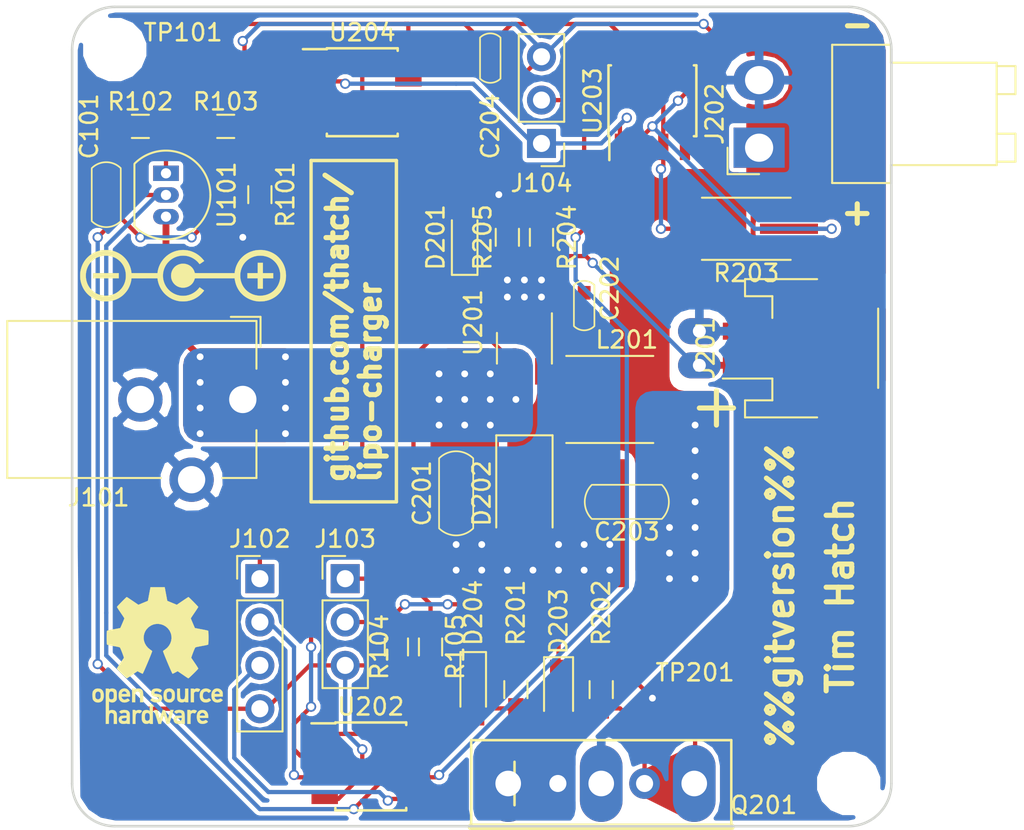
<source format=kicad_pcb>
(kicad_pcb (version 4) (host pcbnew 4.0.7)

  (general
    (links 77)
    (no_connects 0)
    (area 0 0 0 0)
    (thickness 1.6)
    (drawings 12)
    (tracks 345)
    (zones 0)
    (modules 37)
    (nets 24)
  )

  (page A4)
  (layers
    (0 F.Cu signal)
    (31 B.Cu signal)
    (32 B.Adhes user)
    (33 F.Adhes user)
    (34 B.Paste user)
    (35 F.Paste user)
    (36 B.SilkS user)
    (37 F.SilkS user)
    (38 B.Mask user)
    (39 F.Mask user)
    (40 Dwgs.User user)
    (41 Cmts.User user)
    (42 Eco1.User user)
    (43 Eco2.User user)
    (44 Edge.Cuts user)
    (45 Margin user)
    (46 B.CrtYd user)
    (47 F.CrtYd user)
    (48 B.Fab user)
    (49 F.Fab user hide)
  )

  (setup
    (last_trace_width 0.25)
    (user_trace_width 0.4)
    (trace_clearance 0.2)
    (zone_clearance 0.254)
    (zone_45_only yes)
    (trace_min 0.2)
    (segment_width 0.2)
    (edge_width 0.15)
    (via_size 0.6)
    (via_drill 0.4)
    (via_min_size 0.4)
    (via_min_drill 0.3)
    (uvia_size 0.3)
    (uvia_drill 0.1)
    (uvias_allowed no)
    (uvia_min_size 0.2)
    (uvia_min_drill 0.1)
    (pcb_text_width 0.3)
    (pcb_text_size 1.5 1.5)
    (mod_edge_width 0.15)
    (mod_text_size 1 1)
    (mod_text_width 0.15)
    (pad_size 1.524 1.524)
    (pad_drill 0.762)
    (pad_to_mask_clearance 0.2)
    (aux_axis_origin 0 0)
    (visible_elements FFFEFF7F)
    (pcbplotparams
      (layerselection 0x00030_80000001)
      (usegerberextensions false)
      (excludeedgelayer true)
      (linewidth 0.100000)
      (plotframeref false)
      (viasonmask false)
      (mode 1)
      (useauxorigin false)
      (hpglpennumber 1)
      (hpglpenspeed 20)
      (hpglpendiameter 15)
      (hpglpenoverlay 2)
      (psnegative false)
      (psa4output false)
      (plotreference true)
      (plotvalue true)
      (plotinvisibletext false)
      (padsonsilk false)
      (subtractmaskfromsilk false)
      (outputformat 1)
      (mirror false)
      (drillshape 1)
      (scaleselection 1)
      (outputdirectory ""))
  )

  (net 0 "")
  (net 1 /charger/VIN)
  (net 2 GND)
  (net 3 "Net-(C202-Pad1)")
  (net 4 +9VA)
  (net 5 "Net-(D201-Pad1)")
  (net 6 "Net-(D201-Pad2)")
  (net 7 /charger/LOAD_EN)
  (net 8 "Net-(D203-Pad2)")
  (net 9 "Net-(D204-Pad1)")
  (net 10 /charger/CHG_AREF)
  (net 11 /charger/LOAD_VREF)
  (net 12 /charger/LOAD_AREF)
  (net 13 GNDA)
  (net 14 /charger/CHG_EN)
  (net 15 /charger/OUT1)
  (net 16 /charger/OUT2)
  (net 17 "Net-(R102-Pad2)")
  (net 18 "Net-(R201-Pad1)")
  (net 19 "Net-(R203-Pad2)")
  (net 20 "Net-(R203-Pad3)")
  (net 21 /charger/BATPLUS)
  (net 22 /charger/Vsw)
  (net 23 /charger/Ind_out)

  (net_class Default "This is the default net class."
    (clearance 0.2)
    (trace_width 0.25)
    (via_dia 0.6)
    (via_drill 0.4)
    (uvia_dia 0.3)
    (uvia_drill 0.1)
    (add_net +9VA)
    (add_net /charger/BATPLUS)
    (add_net /charger/CHG_AREF)
    (add_net /charger/CHG_EN)
    (add_net /charger/Ind_out)
    (add_net /charger/LOAD_AREF)
    (add_net /charger/LOAD_EN)
    (add_net /charger/LOAD_VREF)
    (add_net /charger/OUT1)
    (add_net /charger/OUT2)
    (add_net /charger/VIN)
    (add_net /charger/Vsw)
    (add_net GND)
    (add_net GNDA)
    (add_net "Net-(C202-Pad1)")
    (add_net "Net-(D201-Pad1)")
    (add_net "Net-(D201-Pad2)")
    (add_net "Net-(D203-Pad2)")
    (add_net "Net-(D204-Pad1)")
    (add_net "Net-(R102-Pad2)")
    (add_net "Net-(R201-Pad1)")
    (add_net "Net-(R203-Pad2)")
    (add_net "Net-(R203-Pad3)")
  )

  (module Board_Outlines:Board_Outline_48mm_Square (layer F.Cu) (tedit 5A3CB82A) (tstamp 5A3CC8AE)
    (at 114.5 85)
    (path /5A3CFBB9)
    (fp_text reference P102 (at 9 -1) (layer F.SilkS) hide
      (effects (font (size 1 1) (thickness 0.15)))
    )
    (fp_text value Outline (at 17 -1) (layer F.Fab) hide
      (effects (font (size 1 1) (thickness 0.15)))
    )
    (fp_line (start 2.5 0) (end 45.5 0) (layer Edge.Cuts) (width 0.15))
    (fp_line (start 45.5 48) (end 2.5 48) (layer Edge.Cuts) (width 0.15))
    (fp_line (start 48 45.5) (end 48 2.5) (layer Edge.Cuts) (width 0.15))
    (fp_line (start 0 2.5) (end 0 45.5) (layer Edge.Cuts) (width 0.15))
    (fp_arc (start 2.5 45.5) (end 2.5 48) (angle 90) (layer Edge.Cuts) (width 0.15))
    (fp_arc (start 45.5 45.5) (end 48 45.5) (angle 90) (layer Edge.Cuts) (width 0.15))
    (fp_arc (start 45.5 2.5) (end 45.5 0) (angle 90) (layer Edge.Cuts) (width 0.15))
    (fp_arc (start 2.5 2.5) (end 0 2.5) (angle 90) (layer Edge.Cuts) (width 0.15))
    (pad "" np_thru_hole circle (at 2.5 2.5) (size 3.2 3.2) (drill 3.2) (layers *.Cu *.Mask))
    (pad "" np_thru_hole circle (at 45.5 45.5) (size 3.2 3.2) (drill 3.2) (layers *.Cu *.Mask))
  )

  (module Capacitors_SMD_Round:C_1206 (layer F.Cu) (tedit 5A3CB3FB) (tstamp 5A37E787)
    (at 137 113.5 270)
    (descr "Capacitor SMD 1206, reflow soldering, AVX (see smccp.pdf)")
    (tags "capacitor 1206")
    (path /5A337ADE/5A337E3E)
    (attr smd)
    (fp_text reference C201 (at 0 2 270) (layer F.SilkS)
      (effects (font (size 1 1) (thickness 0.15)))
    )
    (fp_text value 10u (at 0 2 270) (layer F.Fab)
      (effects (font (size 1 1) (thickness 0.15)))
    )
    (fp_arc (start -1.05 0) (end -2.05 1) (angle 90) (layer F.SilkS) (width 0.1))
    (fp_arc (start 1.05 0) (end 2.05 -1) (angle 90) (layer F.SilkS) (width 0.1))
    (fp_line (start -2 1) (end 2 1) (layer F.SilkS) (width 0.1))
    (fp_line (start -2 -1) (end 2 -1) (layer F.SilkS) (width 0.1))
    (fp_text user %R (at 0 2 270) (layer F.Fab)
      (effects (font (size 1 1) (thickness 0.15)))
    )
    (fp_line (start -1.6 0.8) (end -1.6 -0.8) (layer F.Fab) (width 0.1))
    (fp_line (start 1.6 0.8) (end -1.6 0.8) (layer F.Fab) (width 0.1))
    (fp_line (start 1.6 -0.8) (end 1.6 0.8) (layer F.Fab) (width 0.1))
    (fp_line (start -1.6 -0.8) (end 1.6 -0.8) (layer F.Fab) (width 0.1))
    (fp_line (start -2.25 -1.05) (end 2.25 -1.05) (layer F.CrtYd) (width 0.05))
    (fp_line (start -2.25 -1.05) (end -2.25 1.05) (layer F.CrtYd) (width 0.05))
    (fp_line (start 2.25 1.05) (end 2.25 -1.05) (layer F.CrtYd) (width 0.05))
    (fp_line (start 2.25 1.05) (end -2.25 1.05) (layer F.CrtYd) (width 0.05))
    (pad 1 smd rect (at -1.5 0 270) (size 1 1.6) (layers F.Cu F.Paste F.Mask)
      (net 1 /charger/VIN))
    (pad 2 smd rect (at 1.5 0 270) (size 1 1.6) (layers F.Cu F.Paste F.Mask)
      (net 2 GND))
    (model Capacitors_SMD.3dshapes/C_1206.wrl
      (at (xyz 0 0 0))
      (scale (xyz 1 1 1))
      (rotate (xyz 0 0 0))
    )
  )

  (module Capacitors_SMD_Round:C_1206 (layer F.Cu) (tedit 58E5AF6C) (tstamp 5A37E79A)
    (at 147 114 180)
    (descr "Capacitor SMD 1206, reflow soldering, AVX (see smccp.pdf)")
    (tags "capacitor 1206")
    (path /5A337ADE/5A348D7A)
    (attr smd)
    (fp_text reference C203 (at 0 -1.75 180) (layer F.SilkS)
      (effects (font (size 1 1) (thickness 0.15)))
    )
    (fp_text value 22u (at 0 2 180) (layer F.Fab)
      (effects (font (size 1 1) (thickness 0.15)))
    )
    (fp_arc (start -1.05 0) (end -2.05 1) (angle 90) (layer F.SilkS) (width 0.1))
    (fp_arc (start 1.05 0) (end 2.05 -1) (angle 90) (layer F.SilkS) (width 0.1))
    (fp_line (start -2 1) (end 2 1) (layer F.SilkS) (width 0.1))
    (fp_line (start -2 -1) (end 2 -1) (layer F.SilkS) (width 0.1))
    (fp_text user %R (at 0 -1.75 180) (layer F.Fab)
      (effects (font (size 1 1) (thickness 0.15)))
    )
    (fp_line (start -1.6 0.8) (end -1.6 -0.8) (layer F.Fab) (width 0.1))
    (fp_line (start 1.6 0.8) (end -1.6 0.8) (layer F.Fab) (width 0.1))
    (fp_line (start 1.6 -0.8) (end 1.6 0.8) (layer F.Fab) (width 0.1))
    (fp_line (start -1.6 -0.8) (end 1.6 -0.8) (layer F.Fab) (width 0.1))
    (fp_line (start -2.25 -1.05) (end 2.25 -1.05) (layer F.CrtYd) (width 0.05))
    (fp_line (start -2.25 -1.05) (end -2.25 1.05) (layer F.CrtYd) (width 0.05))
    (fp_line (start 2.25 1.05) (end 2.25 -1.05) (layer F.CrtYd) (width 0.05))
    (fp_line (start 2.25 1.05) (end -2.25 1.05) (layer F.CrtYd) (width 0.05))
    (pad 1 smd rect (at -1.5 0 180) (size 1 1.6) (layers F.Cu F.Paste F.Mask)
      (net 23 /charger/Ind_out))
    (pad 2 smd rect (at 1.5 0 180) (size 1 1.6) (layers F.Cu F.Paste F.Mask)
      (net 2 GND))
    (model Capacitors_SMD.3dshapes/C_1206.wrl
      (at (xyz 0 0 0))
      (scale (xyz 1 1 1))
      (rotate (xyz 0 0 0))
    )
  )

  (module Capacitors_SMD_Round:C_0603 (layer F.Cu) (tedit 5A3CC664) (tstamp 5A37E7AD)
    (at 139 88 270)
    (descr "Capacitor SMD 0603, reflow soldering, AVX (see smccp.pdf)")
    (tags "capacitor 0603")
    (path /5A337ADE/5A35581D)
    (attr smd)
    (fp_text reference C204 (at 4 0 270) (layer F.SilkS)
      (effects (font (size 1 1) (thickness 0.15)))
    )
    (fp_text value 0.1u (at 0 1.5 270) (layer F.Fab) hide
      (effects (font (size 1 1) (thickness 0.15)))
    )
    (fp_arc (start 0.6 0) (end 1.2 -0.6) (angle 90) (layer F.SilkS) (width 0.1))
    (fp_arc (start -0.6 0) (end -1.2 0.6) (angle 90) (layer F.SilkS) (width 0.1))
    (fp_line (start 1.15 0.6) (end -1.15 0.6) (layer F.SilkS) (width 0.1))
    (fp_line (start -1.15 -0.6) (end 1.15 -0.6) (layer F.SilkS) (width 0.1))
    (fp_text user %R (at 2.54 0 270) (layer F.Fab)
      (effects (font (size 1 1) (thickness 0.15)))
    )
    (fp_line (start -0.8 0.4) (end -0.8 -0.4) (layer F.Fab) (width 0.1))
    (fp_line (start 0.8 0.4) (end -0.8 0.4) (layer F.Fab) (width 0.1))
    (fp_line (start 0.8 -0.4) (end 0.8 0.4) (layer F.Fab) (width 0.1))
    (fp_line (start -0.8 -0.4) (end 0.8 -0.4) (layer F.Fab) (width 0.1))
    (fp_line (start -1.4 -0.65) (end 1.4 -0.65) (layer F.CrtYd) (width 0.05))
    (fp_line (start -1.4 -0.65) (end -1.4 0.65) (layer F.CrtYd) (width 0.05))
    (fp_line (start 1.4 0.65) (end 1.4 -0.65) (layer F.CrtYd) (width 0.05))
    (fp_line (start 1.4 0.65) (end -1.4 0.65) (layer F.CrtYd) (width 0.05))
    (pad 1 smd rect (at -0.75 0 270) (size 0.8 0.75) (layers F.Cu F.Paste F.Mask)
      (net 4 +9VA))
    (pad 2 smd rect (at 0.75 0 270) (size 0.8 0.75) (layers F.Cu F.Paste F.Mask)
      (net 13 GNDA))
    (model Capacitors_SMD.3dshapes/C_0603.wrl
      (at (xyz 0 0 0))
      (scale (xyz 1 1 1))
      (rotate (xyz 0 0 0))
    )
  )

  (module LEDs:LED_0805_HandSoldering (layer F.Cu) (tedit 595FCA25) (tstamp 5A37E7C2)
    (at 137.5 98.5 90)
    (descr "Resistor SMD 0805, hand soldering")
    (tags "resistor 0805")
    (path /5A337ADE/5A348985)
    (attr smd)
    (fp_text reference D201 (at 0 -1.7 90) (layer F.SilkS)
      (effects (font (size 1 1) (thickness 0.15)))
    )
    (fp_text value LED (at 0 1.75 90) (layer F.Fab)
      (effects (font (size 1 1) (thickness 0.15)))
    )
    (fp_line (start -0.4 -0.4) (end -0.4 0.4) (layer F.Fab) (width 0.1))
    (fp_line (start -0.4 0) (end 0.2 -0.4) (layer F.Fab) (width 0.1))
    (fp_line (start 0.2 0.4) (end -0.4 0) (layer F.Fab) (width 0.1))
    (fp_line (start 0.2 -0.4) (end 0.2 0.4) (layer F.Fab) (width 0.1))
    (fp_line (start -1 0.62) (end -1 -0.62) (layer F.Fab) (width 0.1))
    (fp_line (start 1 0.62) (end -1 0.62) (layer F.Fab) (width 0.1))
    (fp_line (start 1 -0.62) (end 1 0.62) (layer F.Fab) (width 0.1))
    (fp_line (start -1 -0.62) (end 1 -0.62) (layer F.Fab) (width 0.1))
    (fp_line (start 1 0.75) (end -2.2 0.75) (layer F.SilkS) (width 0.12))
    (fp_line (start -2.2 -0.75) (end 1 -0.75) (layer F.SilkS) (width 0.12))
    (fp_line (start -2.35 -0.9) (end 2.35 -0.9) (layer F.CrtYd) (width 0.05))
    (fp_line (start -2.35 -0.9) (end -2.35 0.9) (layer F.CrtYd) (width 0.05))
    (fp_line (start 2.35 0.9) (end 2.35 -0.9) (layer F.CrtYd) (width 0.05))
    (fp_line (start 2.35 0.9) (end -2.35 0.9) (layer F.CrtYd) (width 0.05))
    (fp_line (start -2.2 -0.75) (end -2.2 0.75) (layer F.SilkS) (width 0.12))
    (pad 1 smd rect (at -1.35 0 90) (size 1.5 1.3) (layers F.Cu F.Paste F.Mask)
      (net 5 "Net-(D201-Pad1)"))
    (pad 2 smd rect (at 1.35 0 90) (size 1.5 1.3) (layers F.Cu F.Paste F.Mask)
      (net 6 "Net-(D201-Pad2)"))
    (model ${KISYS3DMOD}/LEDs.3dshapes/LED_0805.wrl
      (at (xyz 0 0 0))
      (scale (xyz 1 1 1))
      (rotate (xyz 0 0 0))
    )
  )

  (module LEDs:LED_0805_HandSoldering (layer F.Cu) (tedit 5A3CBBF1) (tstamp 5A37E7EF)
    (at 138 125 270)
    (descr "Resistor SMD 0805, hand soldering")
    (tags "resistor 0805")
    (path /5A337ADE/5A34BD0B)
    (attr smd)
    (fp_text reference D204 (at -4.5 0 270) (layer F.SilkS)
      (effects (font (size 1 1) (thickness 0.15)))
    )
    (fp_text value LED (at 0 1.75 270) (layer F.Fab)
      (effects (font (size 1 1) (thickness 0.15)))
    )
    (fp_line (start -0.4 -0.4) (end -0.4 0.4) (layer F.Fab) (width 0.1))
    (fp_line (start -0.4 0) (end 0.2 -0.4) (layer F.Fab) (width 0.1))
    (fp_line (start 0.2 0.4) (end -0.4 0) (layer F.Fab) (width 0.1))
    (fp_line (start 0.2 -0.4) (end 0.2 0.4) (layer F.Fab) (width 0.1))
    (fp_line (start -1 0.62) (end -1 -0.62) (layer F.Fab) (width 0.1))
    (fp_line (start 1 0.62) (end -1 0.62) (layer F.Fab) (width 0.1))
    (fp_line (start 1 -0.62) (end 1 0.62) (layer F.Fab) (width 0.1))
    (fp_line (start -1 -0.62) (end 1 -0.62) (layer F.Fab) (width 0.1))
    (fp_line (start 1 0.75) (end -2.2 0.75) (layer F.SilkS) (width 0.12))
    (fp_line (start -2.2 -0.75) (end 1 -0.75) (layer F.SilkS) (width 0.12))
    (fp_line (start -2.35 -0.9) (end 2.35 -0.9) (layer F.CrtYd) (width 0.05))
    (fp_line (start -2.35 -0.9) (end -2.35 0.9) (layer F.CrtYd) (width 0.05))
    (fp_line (start 2.35 0.9) (end 2.35 -0.9) (layer F.CrtYd) (width 0.05))
    (fp_line (start 2.35 0.9) (end -2.35 0.9) (layer F.CrtYd) (width 0.05))
    (fp_line (start -2.2 -0.75) (end -2.2 0.75) (layer F.SilkS) (width 0.12))
    (pad 1 smd rect (at -1.35 0 270) (size 1.5 1.3) (layers F.Cu F.Paste F.Mask)
      (net 9 "Net-(D204-Pad1)"))
    (pad 2 smd rect (at 1.35 0 270) (size 1.5 1.3) (layers F.Cu F.Paste F.Mask)
      (net 8 "Net-(D203-Pad2)"))
    (model ${KISYS3DMOD}/LEDs.3dshapes/LED_0805.wrl
      (at (xyz 0 0 0))
      (scale (xyz 1 1 1))
      (rotate (xyz 0 0 0))
    )
  )

  (module JST_Combo:JST_PH_2_Combo (layer F.Cu) (tedit 59E6A55D) (tstamp 5A37E814)
    (at 157.25 105 90)
    (descr "JST PH series connector, S2B-PH-SM4-TB, side entry type, surface mount, Datasheet: http://www.jst-mfg.com/product/pdf/eng/ePH.pdf")
    (tags "connector jst ph")
    (path /5A337ADE/5A337C89)
    (attr smd)
    (fp_text reference J201 (at 0 -5.625 90) (layer F.SilkS)
      (effects (font (size 1 1) (thickness 0.15)))
    )
    (fp_text value Conn_01x02 (at 0 5.375 90) (layer F.Fab)
      (effects (font (size 1 1) (thickness 0.15)))
    )
    (fp_line (start -3.5 -4) (end -3.5 -6) (layer F.SilkS) (width 0.3))
    (fp_line (start -2.5 -5) (end -4.5 -5) (layer F.SilkS) (width 0.3))
    (fp_line (start -3.15 -1.625) (end -3.15 -3.225) (layer F.Fab) (width 0.1))
    (fp_line (start -3.15 -3.225) (end -3.95 -3.225) (layer F.Fab) (width 0.1))
    (fp_line (start -3.95 -3.225) (end -3.95 4.375) (layer F.Fab) (width 0.1))
    (fp_line (start -3.95 4.375) (end 3.95 4.375) (layer F.Fab) (width 0.1))
    (fp_line (start 3.95 4.375) (end 3.95 -3.225) (layer F.Fab) (width 0.1))
    (fp_line (start 3.95 -3.225) (end 3.15 -3.225) (layer F.Fab) (width 0.1))
    (fp_line (start 3.15 -3.225) (end 3.15 -1.625) (layer F.Fab) (width 0.1))
    (fp_line (start 3.15 -1.625) (end -3.15 -1.625) (layer F.Fab) (width 0.1))
    (fp_line (start -1.775 -1.725) (end -3.05 -1.725) (layer F.SilkS) (width 0.12))
    (fp_line (start -3.05 -1.725) (end -3.05 -3.325) (layer F.SilkS) (width 0.12))
    (fp_line (start -3.05 -3.325) (end -4.05 -3.325) (layer F.SilkS) (width 0.12))
    (fp_line (start -4.05 -3.325) (end -4.05 0.9) (layer F.SilkS) (width 0.12))
    (fp_line (start 4.05 0.9) (end 4.05 -3.325) (layer F.SilkS) (width 0.12))
    (fp_line (start 4.05 -3.325) (end 3.05 -3.325) (layer F.SilkS) (width 0.12))
    (fp_line (start 3.05 -3.325) (end 3.05 -1.725) (layer F.SilkS) (width 0.12))
    (fp_line (start 3.05 -1.725) (end 1.775 -1.725) (layer F.SilkS) (width 0.12))
    (fp_line (start -2.325 4.475) (end 2.325 4.475) (layer F.SilkS) (width 0.12))
    (fp_line (start -1.775 -1.725) (end -1.775 -4.625) (layer F.SilkS) (width 0.12))
    (fp_line (start -2 -1.625) (end -1 -0.625) (layer F.Fab) (width 0.1))
    (fp_line (start -1 -0.625) (end 0 -1.625) (layer F.Fab) (width 0.1))
    (fp_line (start -4.6 -5.13) (end -4.6 5.07) (layer F.CrtYd) (width 0.05))
    (fp_line (start -4.6 5.07) (end 4.6 5.07) (layer F.CrtYd) (width 0.05))
    (fp_line (start 4.6 5.07) (end 4.6 -5.13) (layer F.CrtYd) (width 0.05))
    (fp_line (start 4.6 -5.13) (end -4.6 -5.13) (layer F.CrtYd) (width 0.05))
    (fp_text user %R (at 0 1.5 90) (layer F.Fab)
      (effects (font (size 1 1) (thickness 0.15)))
    )
    (pad 1 smd rect (at -1 -2.875 90) (size 1 3.5) (layers F.Cu F.Paste F.Mask)
      (net 21 /charger/BATPLUS))
    (pad 2 smd rect (at 1 -2.875 90) (size 1 3.5) (layers F.Cu F.Paste F.Mask)
      (net 2 GND))
    (pad "" smd rect (at -3.35 2.875 90) (size 1.5 3.4) (layers F.Cu F.Paste F.Mask))
    (pad "" smd rect (at 3.35 2.875 90) (size 1.5 3.4) (layers F.Cu F.Paste F.Mask))
    (pad 1 thru_hole oval (at -1 -6 90) (size 1.524 2.5) (drill 0.762) (layers *.Cu *.Mask)
      (net 21 /charger/BATPLUS))
    (pad 2 thru_hole oval (at 1 -6 90) (size 1.524 2.5) (drill 0.762) (layers *.Cu *.Mask)
      (net 2 GND))
    (model ${KISYS3DMOD}/Connectors_JST.3dshapes/JST_PH_S2B-PH-SM4-TB_02x2.00mm_Angled.wrl
      (at (xyz 0 0 0))
      (scale (xyz 1 1 1))
      (rotate (xyz 0 0 0))
    )
  )

  (module Connectors_JST:JST_VH_B2PS-VH_2x2x3.96mm_Horizontal (layer F.Cu) (tedit 59DBB517) (tstamp 5A37E847)
    (at 154.75 93.25 90)
    (descr "JST VH series connector, B2PS-VH, side entry type, through hole")
    (tags "connector jst vh horizontal")
    (path /5A337ADE/5A37E853)
    (fp_text reference J202 (at 1.98 -2.6 90) (layer F.SilkS)
      (effects (font (size 1 1) (thickness 0.15)))
    )
    (fp_text value Conn_01x02 (at 1.98 16.2 90) (layer F.Fab)
      (effects (font (size 1 1) (thickness 0.15)))
    )
    (fp_line (start -0.9 4.4) (end -0.9 13.8) (layer F.Fab) (width 0.1))
    (fp_line (start -0.9 13.8) (end 4.86 13.8) (layer F.Fab) (width 0.1))
    (fp_line (start 4.86 13.8) (end 4.86 4.4) (layer F.Fab) (width 0.1))
    (fp_line (start 4.86 4.4) (end -0.9 4.4) (layer F.Fab) (width 0.1))
    (fp_line (start 4.86 4.4) (end 5.91 4.4) (layer F.Fab) (width 0.1))
    (fp_line (start 5.91 4.4) (end 5.91 7.6) (layer F.Fab) (width 0.1))
    (fp_line (start 5.91 7.6) (end 4.86 7.6) (layer F.Fab) (width 0.1))
    (fp_line (start -0.9 7.6) (end -1.95 7.6) (layer F.Fab) (width 0.1))
    (fp_line (start -1.95 7.6) (end -1.95 4.4) (layer F.Fab) (width 0.1))
    (fp_line (start -1.95 4.4) (end -0.9 4.4) (layer F.Fab) (width 0.1))
    (fp_line (start -0.8 4.4) (end 0 5.2) (layer F.Fab) (width 0.1))
    (fp_line (start 0 5.2) (end 0.8 4.4) (layer F.Fab) (width 0.1))
    (fp_line (start -0.7 4.4) (end -0.7 0) (layer F.Fab) (width 0.1))
    (fp_line (start -0.7 0) (end 0.7 0) (layer F.Fab) (width 0.1))
    (fp_line (start 0.7 0) (end 0.7 4.4) (layer F.Fab) (width 0.1))
    (fp_line (start -0.7 13.8) (end -0.7 14.9) (layer F.Fab) (width 0.1))
    (fp_line (start -0.7 14.9) (end 0.7 14.9) (layer F.Fab) (width 0.1))
    (fp_line (start 0.7 14.9) (end 0.7 13.8) (layer F.Fab) (width 0.1))
    (fp_line (start 3.26 4.4) (end 3.26 0) (layer F.Fab) (width 0.1))
    (fp_line (start 3.26 0) (end 4.66 0) (layer F.Fab) (width 0.1))
    (fp_line (start 4.66 0) (end 4.66 4.4) (layer F.Fab) (width 0.1))
    (fp_line (start 3.26 13.8) (end 3.26 14.9) (layer F.Fab) (width 0.1))
    (fp_line (start 3.26 14.9) (end 4.66 14.9) (layer F.Fab) (width 0.1))
    (fp_line (start 4.66 14.9) (end 4.66 13.8) (layer F.Fab) (width 0.1))
    (fp_line (start -2.07 4.28) (end 6.03 4.28) (layer F.SilkS) (width 0.12))
    (fp_line (start 6.03 4.28) (end 6.03 7.72) (layer F.SilkS) (width 0.12))
    (fp_line (start 6.03 7.72) (end 4.98 7.72) (layer F.SilkS) (width 0.12))
    (fp_line (start 4.98 7.72) (end 4.98 13.92) (layer F.SilkS) (width 0.12))
    (fp_line (start 4.98 13.92) (end -1.02 13.92) (layer F.SilkS) (width 0.12))
    (fp_line (start -1.02 13.92) (end -1.02 7.72) (layer F.SilkS) (width 0.12))
    (fp_line (start -1.02 7.72) (end -2.07 7.72) (layer F.SilkS) (width 0.12))
    (fp_line (start -2.07 7.72) (end -2.07 4.28) (layer F.SilkS) (width 0.12))
    (fp_line (start -0.82 13.92) (end -0.82 15.02) (layer F.SilkS) (width 0.12))
    (fp_line (start -0.82 15.02) (end 0.82 15.02) (layer F.SilkS) (width 0.12))
    (fp_line (start 0.82 15.02) (end 0.82 13.92) (layer F.SilkS) (width 0.12))
    (fp_line (start 3.14 13.92) (end 3.14 15.02) (layer F.SilkS) (width 0.12))
    (fp_line (start 3.14 15.02) (end 4.78 15.02) (layer F.SilkS) (width 0.12))
    (fp_line (start 4.78 15.02) (end 4.78 13.92) (layer F.SilkS) (width 0.12))
    (fp_line (start 0 -1.85) (end -1.55 -1.85) (layer F.SilkS) (width 0.12))
    (fp_line (start -1.55 -1.85) (end -1.55 0) (layer F.SilkS) (width 0.12))
    (fp_line (start -2.57 -2) (end -2.57 15.52) (layer F.CrtYd) (width 0.05))
    (fp_line (start -2.57 15.52) (end 6.53 15.52) (layer F.CrtYd) (width 0.05))
    (fp_line (start 6.53 15.52) (end 6.53 -2) (layer F.CrtYd) (width 0.05))
    (fp_line (start 6.53 -2) (end -2.57 -2) (layer F.CrtYd) (width 0.05))
    (fp_text user %R (at 1.98 6 90) (layer F.Fab)
      (effects (font (size 1 1) (thickness 0.15)))
    )
    (pad 1 thru_hole rect (at 0 0 90) (size 2.35 3) (drill 1.65) (layers *.Cu *.Mask)
      (net 21 /charger/BATPLUS))
    (pad 2 thru_hole oval (at 3.96 0 90) (size 2.35 3) (drill 1.65) (layers *.Cu *.Mask)
      (net 2 GND))
    (model ${KISYS3DMOD}/Connectors_JST.3dshapes/JST_VH_B2PS-VH_2x2x3.96mm_Horizontal.wrl
      (at (xyz 0 0 0))
      (scale (xyz 1 1 1))
      (rotate (xyz 0 0 0))
    )
  )

  (module Inductors_SMD:L_Taiyo-Yuden_NR-50xx (layer F.Cu) (tedit 5A3CB893) (tstamp 5A37E860)
    (at 146 108)
    (descr "Inductor, Taiyo Yuden, NR series, Taiyo-Yuden_NR-50xx, 4.9mmx4.9mm")
    (tags "inductor taiyo-yuden nr smd")
    (path /5A337ADE/5A337FAF)
    (attr smd)
    (fp_text reference L201 (at 1 -3.5) (layer F.SilkS)
      (effects (font (size 1 1) (thickness 0.15)))
    )
    (fp_text value 4.7uH (at 0 3.95) (layer F.Fab)
      (effects (font (size 1 1) (thickness 0.15)))
    )
    (fp_text user %R (at 0 0) (layer F.Fab)
      (effects (font (size 1 1) (thickness 0.15)))
    )
    (fp_line (start -2.45 0) (end -2.45 -1.65) (layer F.Fab) (width 0.1))
    (fp_line (start -2.45 -1.65) (end -1.65 -2.45) (layer F.Fab) (width 0.1))
    (fp_line (start -1.65 -2.45) (end 0 -2.45) (layer F.Fab) (width 0.1))
    (fp_line (start 2.45 0) (end 2.45 -1.65) (layer F.Fab) (width 0.1))
    (fp_line (start 2.45 -1.65) (end 1.65 -2.45) (layer F.Fab) (width 0.1))
    (fp_line (start 1.65 -2.45) (end 0 -2.45) (layer F.Fab) (width 0.1))
    (fp_line (start 2.45 0) (end 2.45 1.65) (layer F.Fab) (width 0.1))
    (fp_line (start 2.45 1.65) (end 1.65 2.45) (layer F.Fab) (width 0.1))
    (fp_line (start 1.65 2.45) (end 0 2.45) (layer F.Fab) (width 0.1))
    (fp_line (start -2.45 0) (end -2.45 1.65) (layer F.Fab) (width 0.1))
    (fp_line (start -2.45 1.65) (end -1.65 2.45) (layer F.Fab) (width 0.1))
    (fp_line (start -1.65 2.45) (end 0 2.45) (layer F.Fab) (width 0.1))
    (fp_line (start -2.55 -2.55) (end 2.55 -2.55) (layer F.SilkS) (width 0.12))
    (fp_line (start -2.55 2.55) (end 2.55 2.55) (layer F.SilkS) (width 0.12))
    (fp_line (start -2.8 -2.75) (end -2.8 2.75) (layer F.CrtYd) (width 0.05))
    (fp_line (start -2.8 2.75) (end 2.8 2.75) (layer F.CrtYd) (width 0.05))
    (fp_line (start 2.8 2.75) (end 2.8 -2.75) (layer F.CrtYd) (width 0.05))
    (fp_line (start 2.8 -2.75) (end -2.8 -2.75) (layer F.CrtYd) (width 0.05))
    (pad 1 smd rect (at -1.8 0) (size 1.5 4.2) (layers F.Cu F.Paste F.Mask)
      (net 22 /charger/Vsw))
    (pad 2 smd rect (at 1.8 0) (size 1.5 4.2) (layers F.Cu F.Paste F.Mask)
      (net 23 /charger/Ind_out))
    (model ${KISYS3DMOD}/Inductors_SMD.3dshapes/L_Taiyo-Yuden_NR-50xx.wrl
      (at (xyz 0 0 0))
      (scale (xyz 1 1 1))
      (rotate (xyz 0 0 0))
    )
  )

  (module TO_Combo_Packages:TO_220_247 (layer F.Cu) (tedit 594D9E85) (tstamp 5A37E872)
    (at 145.5 130.5 180)
    (path /5A337ADE/5A348059)
    (fp_text reference Q201 (at -9.525 -1.27 180) (layer F.SilkS)
      (effects (font (size 1 1) (thickness 0.15)))
    )
    (fp_text value Q_NMOS_GSD (at 0 3.81 180) (layer F.Fab)
      (effects (font (size 1 1) (thickness 0.15)))
    )
    (fp_line (start -5.08 -1.27) (end -2.54 0) (layer F.Cu) (width 1.5))
    (fp_line (start -2.54 0) (end -5.08 1.27) (layer F.Cu) (width 1.5))
    (fp_line (start 2.54 0) (end 5.08 -1.27) (layer F.Cu) (width 1.5))
    (fp_line (start 5.08 -1.27) (end 5.08 1.27) (layer F.SilkS) (width 0.15))
    (fp_line (start 5.08 1.27) (end 2.54 0) (layer F.Cu) (width 1.5))
    (fp_line (start -7.62 -2.54) (end 7.62 -2.54) (layer F.SilkS) (width 0.4))
    (fp_line (start 7.62 -2.54) (end 7.62 2.54) (layer F.SilkS) (width 0.15))
    (fp_line (start 7.62 2.54) (end -7.62 2.54) (layer F.SilkS) (width 0.15))
    (fp_line (start -7.62 2.54) (end -7.62 -2.54) (layer F.SilkS) (width 0.15))
    (pad 2 thru_hole oval (at 0 0 180) (size 2.5 4.5) (drill 1.5) (layers *.Cu *.Mask)
      (net 2 GND))
    (pad 1 thru_hole circle (at -2.54 0 180) (size 1.8 1.8) (drill 1) (layers *.Cu *.Mask)
      (net 8 "Net-(D203-Pad2)"))
    (pad 1 thru_hole oval (at -5.45 0 180) (size 2.5 4.5) (drill 1.5) (layers *.Cu *.Mask)
      (net 8 "Net-(D203-Pad2)"))
    (pad 3 thru_hole circle (at 2.54 0 180) (size 1.8 1.8) (drill 1) (layers *.Cu *.Mask)
      (net 23 /charger/Ind_out))
    (pad 3 thru_hole oval (at 5.45 0 180) (size 2.5 4.5) (drill 1.5) (layers *.Cu *.Mask)
      (net 23 /charger/Ind_out))
  )

  (module Resistors_SMD:R_0603_HandSoldering (layer F.Cu) (tedit 5A3CBBEE) (tstamp 5A37E883)
    (at 140.5 125 270)
    (descr "Resistor SMD 0603, hand soldering")
    (tags "resistor 0603")
    (path /5A337ADE/5A34B627)
    (attr smd)
    (fp_text reference R201 (at -4.5 0 270) (layer F.SilkS)
      (effects (font (size 1 1) (thickness 0.15)))
    )
    (fp_text value 10k (at 0 1.55 270) (layer F.Fab)
      (effects (font (size 1 1) (thickness 0.15)))
    )
    (fp_text user %R (at 0 0 270) (layer F.Fab)
      (effects (font (size 0.4 0.4) (thickness 0.075)))
    )
    (fp_line (start -0.8 0.4) (end -0.8 -0.4) (layer F.Fab) (width 0.1))
    (fp_line (start 0.8 0.4) (end -0.8 0.4) (layer F.Fab) (width 0.1))
    (fp_line (start 0.8 -0.4) (end 0.8 0.4) (layer F.Fab) (width 0.1))
    (fp_line (start -0.8 -0.4) (end 0.8 -0.4) (layer F.Fab) (width 0.1))
    (fp_line (start 0.5 0.68) (end -0.5 0.68) (layer F.SilkS) (width 0.12))
    (fp_line (start -0.5 -0.68) (end 0.5 -0.68) (layer F.SilkS) (width 0.12))
    (fp_line (start -1.96 -0.7) (end 1.95 -0.7) (layer F.CrtYd) (width 0.05))
    (fp_line (start -1.96 -0.7) (end -1.96 0.7) (layer F.CrtYd) (width 0.05))
    (fp_line (start 1.95 0.7) (end 1.95 -0.7) (layer F.CrtYd) (width 0.05))
    (fp_line (start 1.95 0.7) (end -1.96 0.7) (layer F.CrtYd) (width 0.05))
    (pad 1 smd rect (at -1.1 0 270) (size 1.2 0.9) (layers F.Cu F.Paste F.Mask)
      (net 18 "Net-(R201-Pad1)"))
    (pad 2 smd rect (at 1.1 0 270) (size 1.2 0.9) (layers F.Cu F.Paste F.Mask)
      (net 8 "Net-(D203-Pad2)"))
    (model ${KISYS3DMOD}/Resistors_SMD.3dshapes/R_0603.wrl
      (at (xyz 0 0 0))
      (scale (xyz 1 1 1))
      (rotate (xyz 0 0 0))
    )
  )

  (module Resistors_SMD:R_0603_HandSoldering (layer F.Cu) (tedit 5A3CBBF2) (tstamp 5A37E894)
    (at 145.5 125 90)
    (descr "Resistor SMD 0603, hand soldering")
    (tags "resistor 0603")
    (path /5A337ADE/5A34821B)
    (attr smd)
    (fp_text reference R202 (at 4.5 0 90) (layer F.SilkS)
      (effects (font (size 1 1) (thickness 0.15)))
    )
    (fp_text value 100k (at 0 1.55 90) (layer F.Fab)
      (effects (font (size 1 1) (thickness 0.15)))
    )
    (fp_text user %R (at 0 0 90) (layer F.Fab)
      (effects (font (size 0.4 0.4) (thickness 0.075)))
    )
    (fp_line (start -0.8 0.4) (end -0.8 -0.4) (layer F.Fab) (width 0.1))
    (fp_line (start 0.8 0.4) (end -0.8 0.4) (layer F.Fab) (width 0.1))
    (fp_line (start 0.8 -0.4) (end 0.8 0.4) (layer F.Fab) (width 0.1))
    (fp_line (start -0.8 -0.4) (end 0.8 -0.4) (layer F.Fab) (width 0.1))
    (fp_line (start 0.5 0.68) (end -0.5 0.68) (layer F.SilkS) (width 0.12))
    (fp_line (start -0.5 -0.68) (end 0.5 -0.68) (layer F.SilkS) (width 0.12))
    (fp_line (start -1.96 -0.7) (end 1.95 -0.7) (layer F.CrtYd) (width 0.05))
    (fp_line (start -1.96 -0.7) (end -1.96 0.7) (layer F.CrtYd) (width 0.05))
    (fp_line (start 1.95 0.7) (end 1.95 -0.7) (layer F.CrtYd) (width 0.05))
    (fp_line (start 1.95 0.7) (end -1.96 0.7) (layer F.CrtYd) (width 0.05))
    (pad 1 smd rect (at -1.1 0 90) (size 1.2 0.9) (layers F.Cu F.Paste F.Mask)
      (net 8 "Net-(D203-Pad2)"))
    (pad 2 smd rect (at 1.1 0 90) (size 1.2 0.9) (layers F.Cu F.Paste F.Mask)
      (net 2 GND))
    (model ${KISYS3DMOD}/Resistors_SMD.3dshapes/R_0603.wrl
      (at (xyz 0 0 0))
      (scale (xyz 1 1 1))
      (rotate (xyz 0 0 0))
    )
  )

  (module Sense_Resistors:R_2512_AD_Optimized (layer F.Cu) (tedit 5A3379B5) (tstamp 5A37E8A9)
    (at 154 98 180)
    (descr "Resistor SMD 2512, see http://www.analog.com/en/analog-dialogue/articles/optimize-high-current-sensing-accuracy.html")
    (tags "resistor 2512")
    (path /5A337ADE/5A337D34)
    (attr smd)
    (fp_text reference R203 (at 0 -2.6 180) (layer F.SilkS)
      (effects (font (size 1 1) (thickness 0.15)))
    )
    (fp_text value 0R025 (at 0 2.75 180) (layer F.Fab)
      (effects (font (size 1 1) (thickness 0.15)))
    )
    (fp_text user %R (at 0 0 180) (layer F.Fab)
      (effects (font (size 1 1) (thickness 0.15)))
    )
    (fp_line (start -3.15 1.6) (end -3.15 -1.6) (layer F.Fab) (width 0.1))
    (fp_line (start 3.15 1.6) (end -3.15 1.6) (layer F.Fab) (width 0.1))
    (fp_line (start 3.15 -1.6) (end 3.15 1.6) (layer F.Fab) (width 0.1))
    (fp_line (start -3.15 -1.6) (end 3.15 -1.6) (layer F.Fab) (width 0.1))
    (fp_line (start 2.6 1.82) (end -2.6 1.82) (layer F.SilkS) (width 0.12))
    (fp_line (start -2.6 -1.82) (end 2.6 -1.82) (layer F.SilkS) (width 0.12))
    (fp_line (start -3.85 -1.85) (end 3.85 -1.85) (layer F.CrtYd) (width 0.05))
    (fp_line (start -3.85 -1.85) (end -3.85 1.85) (layer F.CrtYd) (width 0.05))
    (fp_line (start 3.85 1.85) (end 3.85 -1.85) (layer F.CrtYd) (width 0.05))
    (fp_line (start 3.85 1.85) (end -3.85 1.85) (layer F.CrtYd) (width 0.05))
    (pad 1 smd rect (at -2.5 1.4 180) (size 3.4 1.2) (layers F.Cu F.Paste F.Mask)
      (net 21 /charger/BATPLUS))
    (pad 1 smd rect (at -2.5 -1.4 180) (size 3.4 1.2) (layers F.Cu F.Paste F.Mask)
      (net 21 /charger/BATPLUS))
    (pad 4 smd rect (at 2.5 -1.4 180) (size 3.4 1.2) (layers F.Cu F.Paste F.Mask)
      (net 23 /charger/Ind_out))
    (pad 4 smd rect (at 2.5 1.4 180) (size 3.4 1.2) (layers F.Cu F.Paste F.Mask)
      (net 23 /charger/Ind_out))
    (pad 2 smd rect (at -2.5 0 180) (size 3.4 0.6) (layers F.Cu F.Paste F.Mask)
      (net 19 "Net-(R203-Pad2)"))
    (pad 3 smd rect (at 2.5 0 180) (size 3.4 0.6) (layers F.Cu F.Paste F.Mask)
      (net 20 "Net-(R203-Pad3)"))
    (model ${KISYS3DMOD}/Resistors_SMD.3dshapes/R_2512.wrl
      (at (xyz 0 0 0))
      (scale (xyz 1 1 1))
      (rotate (xyz 0 0 0))
    )
  )

  (module Resistors_SMD:R_0603_HandSoldering (layer F.Cu) (tedit 5A3CC5B7) (tstamp 5A37E8BA)
    (at 142 98.5 90)
    (descr "Resistor SMD 0603, hand soldering")
    (tags "resistor 0603")
    (path /5A337ADE/5A338114)
    (attr smd)
    (fp_text reference R204 (at 0 1.5 90) (layer F.SilkS)
      (effects (font (size 1 1) (thickness 0.15)))
    )
    (fp_text value 107k (at 0 1.55 90) (layer F.Fab)
      (effects (font (size 1 1) (thickness 0.15)))
    )
    (fp_text user %R (at 0 0 90) (layer F.Fab)
      (effects (font (size 0.4 0.4) (thickness 0.075)))
    )
    (fp_line (start -0.8 0.4) (end -0.8 -0.4) (layer F.Fab) (width 0.1))
    (fp_line (start 0.8 0.4) (end -0.8 0.4) (layer F.Fab) (width 0.1))
    (fp_line (start 0.8 -0.4) (end 0.8 0.4) (layer F.Fab) (width 0.1))
    (fp_line (start -0.8 -0.4) (end 0.8 -0.4) (layer F.Fab) (width 0.1))
    (fp_line (start 0.5 0.68) (end -0.5 0.68) (layer F.SilkS) (width 0.12))
    (fp_line (start -0.5 -0.68) (end 0.5 -0.68) (layer F.SilkS) (width 0.12))
    (fp_line (start -1.96 -0.7) (end 1.95 -0.7) (layer F.CrtYd) (width 0.05))
    (fp_line (start -1.96 -0.7) (end -1.96 0.7) (layer F.CrtYd) (width 0.05))
    (fp_line (start 1.95 0.7) (end 1.95 -0.7) (layer F.CrtYd) (width 0.05))
    (fp_line (start 1.95 0.7) (end -1.96 0.7) (layer F.CrtYd) (width 0.05))
    (pad 1 smd rect (at -1.1 0 90) (size 1.2 0.9) (layers F.Cu F.Paste F.Mask)
      (net 21 /charger/BATPLUS))
    (pad 2 smd rect (at 1.1 0 90) (size 1.2 0.9) (layers F.Cu F.Paste F.Mask)
      (net 5 "Net-(D201-Pad1)"))
    (model ${KISYS3DMOD}/Resistors_SMD.3dshapes/R_0603.wrl
      (at (xyz 0 0 0))
      (scale (xyz 1 1 1))
      (rotate (xyz 0 0 0))
    )
  )

  (module Resistors_SMD:R_0603_HandSoldering (layer F.Cu) (tedit 58E0A804) (tstamp 5A37E8CB)
    (at 140 98.5 90)
    (descr "Resistor SMD 0603, hand soldering")
    (tags "resistor 0603")
    (path /5A337ADE/5A33818E)
    (attr smd)
    (fp_text reference R205 (at 0 -1.45 90) (layer F.SilkS)
      (effects (font (size 1 1) (thickness 0.15)))
    )
    (fp_text value 25.5k (at 0 1.55 90) (layer F.Fab)
      (effects (font (size 1 1) (thickness 0.15)))
    )
    (fp_text user %R (at 0 0 90) (layer F.Fab)
      (effects (font (size 0.4 0.4) (thickness 0.075)))
    )
    (fp_line (start -0.8 0.4) (end -0.8 -0.4) (layer F.Fab) (width 0.1))
    (fp_line (start 0.8 0.4) (end -0.8 0.4) (layer F.Fab) (width 0.1))
    (fp_line (start 0.8 -0.4) (end 0.8 0.4) (layer F.Fab) (width 0.1))
    (fp_line (start -0.8 -0.4) (end 0.8 -0.4) (layer F.Fab) (width 0.1))
    (fp_line (start 0.5 0.68) (end -0.5 0.68) (layer F.SilkS) (width 0.12))
    (fp_line (start -0.5 -0.68) (end 0.5 -0.68) (layer F.SilkS) (width 0.12))
    (fp_line (start -1.96 -0.7) (end 1.95 -0.7) (layer F.CrtYd) (width 0.05))
    (fp_line (start -1.96 -0.7) (end -1.96 0.7) (layer F.CrtYd) (width 0.05))
    (fp_line (start 1.95 0.7) (end 1.95 -0.7) (layer F.CrtYd) (width 0.05))
    (fp_line (start 1.95 0.7) (end -1.96 0.7) (layer F.CrtYd) (width 0.05))
    (pad 1 smd rect (at -1.1 0 90) (size 1.2 0.9) (layers F.Cu F.Paste F.Mask)
      (net 5 "Net-(D201-Pad1)"))
    (pad 2 smd rect (at 1.1 0 90) (size 1.2 0.9) (layers F.Cu F.Paste F.Mask)
      (net 2 GND))
    (model ${KISYS3DMOD}/Resistors_SMD.3dshapes/R_0603.wrl
      (at (xyz 0 0 0))
      (scale (xyz 1 1 1))
      (rotate (xyz 0 0 0))
    )
  )

  (module TO_SOT_Packages_SMD:SOT-23-6_Handsoldering (layer F.Cu) (tedit 5A3CBE56) (tstamp 5A37E8E1)
    (at 141 105 270)
    (descr "6-pin SOT-23 package, Handsoldering")
    (tags "SOT-23-6 Handsoldering")
    (path /5A337ADE/5A337AED)
    (attr smd)
    (fp_text reference U201 (at -1.5 3 270) (layer F.SilkS)
      (effects (font (size 1 1) (thickness 0.15)))
    )
    (fp_text value MP2359 (at 0 2.9 270) (layer F.Fab)
      (effects (font (size 1 1) (thickness 0.15)))
    )
    (fp_text user %R (at 0 0 360) (layer F.Fab)
      (effects (font (size 0.5 0.5) (thickness 0.075)))
    )
    (fp_line (start -0.9 1.61) (end 0.9 1.61) (layer F.SilkS) (width 0.12))
    (fp_line (start 0.9 -1.61) (end -2.05 -1.61) (layer F.SilkS) (width 0.12))
    (fp_line (start -2.4 1.8) (end -2.4 -1.8) (layer F.CrtYd) (width 0.05))
    (fp_line (start 2.4 1.8) (end -2.4 1.8) (layer F.CrtYd) (width 0.05))
    (fp_line (start 2.4 -1.8) (end 2.4 1.8) (layer F.CrtYd) (width 0.05))
    (fp_line (start -2.4 -1.8) (end 2.4 -1.8) (layer F.CrtYd) (width 0.05))
    (fp_line (start -0.9 -0.9) (end -0.25 -1.55) (layer F.Fab) (width 0.1))
    (fp_line (start 0.9 -1.55) (end -0.25 -1.55) (layer F.Fab) (width 0.1))
    (fp_line (start -0.9 -0.9) (end -0.9 1.55) (layer F.Fab) (width 0.1))
    (fp_line (start 0.9 1.55) (end -0.9 1.55) (layer F.Fab) (width 0.1))
    (fp_line (start 0.9 -1.55) (end 0.9 1.55) (layer F.Fab) (width 0.1))
    (pad 1 smd rect (at -1.35 -0.95 270) (size 1.56 0.65) (layers F.Cu F.Paste F.Mask)
      (net 3 "Net-(C202-Pad1)"))
    (pad 2 smd rect (at -1.35 0 270) (size 1.56 0.65) (layers F.Cu F.Paste F.Mask)
      (net 2 GND))
    (pad 3 smd rect (at -1.35 0.95 270) (size 1.56 0.65) (layers F.Cu F.Paste F.Mask)
      (net 5 "Net-(D201-Pad1)"))
    (pad 4 smd rect (at 1.35 0.95 270) (size 1.56 0.65) (layers F.Cu F.Paste F.Mask)
      (net 14 /charger/CHG_EN))
    (pad 6 smd rect (at 1.35 -0.95 270) (size 1.56 0.65) (layers F.Cu F.Paste F.Mask)
      (net 22 /charger/Vsw))
    (pad 5 smd rect (at 1.35 0 270) (size 1.56 0.65) (layers F.Cu F.Paste F.Mask)
      (net 1 /charger/VIN))
    (model ${KISYS3DMOD}/TO_SOT_Packages_SMD.3dshapes/SOT-23-6.wrl
      (at (xyz 0 0 0))
      (scale (xyz 1 1 1))
      (rotate (xyz 0 0 0))
    )
  )

  (module Housings_SOIC:SOIC-8_3.9x4.9mm_Pitch1.27mm (layer F.Cu) (tedit 58CD0CDA) (tstamp 5A37E8FE)
    (at 148.5 90.5 90)
    (descr "8-Lead Plastic Small Outline (SN) - Narrow, 3.90 mm Body [SOIC] (see Microchip Packaging Specification 00000049BS.pdf)")
    (tags "SOIC 1.27")
    (path /5A337ADE/5A347292)
    (attr smd)
    (fp_text reference U203 (at 0 -3.5 90) (layer F.SilkS)
      (effects (font (size 1 1) (thickness 0.15)))
    )
    (fp_text value MAX4377 (at 0 3.5 90) (layer F.Fab)
      (effects (font (size 1 1) (thickness 0.15)))
    )
    (fp_text user %R (at 0 0 90) (layer F.Fab)
      (effects (font (size 1 1) (thickness 0.15)))
    )
    (fp_line (start -0.95 -2.45) (end 1.95 -2.45) (layer F.Fab) (width 0.1))
    (fp_line (start 1.95 -2.45) (end 1.95 2.45) (layer F.Fab) (width 0.1))
    (fp_line (start 1.95 2.45) (end -1.95 2.45) (layer F.Fab) (width 0.1))
    (fp_line (start -1.95 2.45) (end -1.95 -1.45) (layer F.Fab) (width 0.1))
    (fp_line (start -1.95 -1.45) (end -0.95 -2.45) (layer F.Fab) (width 0.1))
    (fp_line (start -3.73 -2.7) (end -3.73 2.7) (layer F.CrtYd) (width 0.05))
    (fp_line (start 3.73 -2.7) (end 3.73 2.7) (layer F.CrtYd) (width 0.05))
    (fp_line (start -3.73 -2.7) (end 3.73 -2.7) (layer F.CrtYd) (width 0.05))
    (fp_line (start -3.73 2.7) (end 3.73 2.7) (layer F.CrtYd) (width 0.05))
    (fp_line (start -2.075 -2.575) (end -2.075 -2.525) (layer F.SilkS) (width 0.15))
    (fp_line (start 2.075 -2.575) (end 2.075 -2.43) (layer F.SilkS) (width 0.15))
    (fp_line (start 2.075 2.575) (end 2.075 2.43) (layer F.SilkS) (width 0.15))
    (fp_line (start -2.075 2.575) (end -2.075 2.43) (layer F.SilkS) (width 0.15))
    (fp_line (start -2.075 -2.575) (end 2.075 -2.575) (layer F.SilkS) (width 0.15))
    (fp_line (start -2.075 2.575) (end 2.075 2.575) (layer F.SilkS) (width 0.15))
    (fp_line (start -2.075 -2.525) (end -3.475 -2.525) (layer F.SilkS) (width 0.15))
    (pad 1 smd rect (at -2.7 -1.905 90) (size 1.55 0.6) (layers F.Cu F.Paste F.Mask)
      (net 15 /charger/OUT1))
    (pad 2 smd rect (at -2.7 -0.635 90) (size 1.55 0.6) (layers F.Cu F.Paste F.Mask)
      (net 19 "Net-(R203-Pad2)"))
    (pad 3 smd rect (at -2.7 0.635 90) (size 1.55 0.6) (layers F.Cu F.Paste F.Mask)
      (net 20 "Net-(R203-Pad3)"))
    (pad 4 smd rect (at -2.7 1.905 90) (size 1.55 0.6) (layers F.Cu F.Paste F.Mask)
      (net 13 GNDA))
    (pad 5 smd rect (at 2.7 1.905 90) (size 1.55 0.6) (layers F.Cu F.Paste F.Mask)
      (net 19 "Net-(R203-Pad2)"))
    (pad 6 smd rect (at 2.7 0.635 90) (size 1.55 0.6) (layers F.Cu F.Paste F.Mask)
      (net 20 "Net-(R203-Pad3)"))
    (pad 7 smd rect (at 2.7 -0.635 90) (size 1.55 0.6) (layers F.Cu F.Paste F.Mask)
      (net 16 /charger/OUT2))
    (pad 8 smd rect (at 2.7 -1.905 90) (size 1.55 0.6) (layers F.Cu F.Paste F.Mask)
      (net 4 +9VA))
    (model ${KISYS3DMOD}/Housings_SOIC.3dshapes/SOIC-8_3.9x4.9mm_Pitch1.27mm.wrl
      (at (xyz 0 0 0))
      (scale (xyz 1 1 1))
      (rotate (xyz 0 0 0))
    )
  )

  (module Capacitors_SMD_Round:C_0603 (layer F.Cu) (tedit 5A3CB892) (tstamp 5A3CB263)
    (at 144.5 102.5 270)
    (descr "Capacitor SMD 0603, reflow soldering, AVX (see smccp.pdf)")
    (tags "capacitor 0603")
    (path /5A337ADE/5A337F49)
    (attr smd)
    (fp_text reference C202 (at -1 -1.5 450) (layer F.SilkS)
      (effects (font (size 1 1) (thickness 0.15)))
    )
    (fp_text value 10n (at 0 1.5 270) (layer F.Fab) hide
      (effects (font (size 1 1) (thickness 0.15)))
    )
    (fp_arc (start 0.6 0) (end 1.2 -0.6) (angle 90) (layer F.SilkS) (width 0.1))
    (fp_arc (start -0.6 0) (end -1.2 0.6) (angle 90) (layer F.SilkS) (width 0.1))
    (fp_line (start 1.15 0.6) (end -1.15 0.6) (layer F.SilkS) (width 0.1))
    (fp_line (start -1.15 -0.6) (end 1.15 -0.6) (layer F.SilkS) (width 0.1))
    (fp_text user %R (at 2.54 0 270) (layer F.Fab)
      (effects (font (size 1 1) (thickness 0.15)))
    )
    (fp_line (start -0.8 0.4) (end -0.8 -0.4) (layer F.Fab) (width 0.1))
    (fp_line (start 0.8 0.4) (end -0.8 0.4) (layer F.Fab) (width 0.1))
    (fp_line (start 0.8 -0.4) (end 0.8 0.4) (layer F.Fab) (width 0.1))
    (fp_line (start -0.8 -0.4) (end 0.8 -0.4) (layer F.Fab) (width 0.1))
    (fp_line (start -1.4 -0.65) (end 1.4 -0.65) (layer F.CrtYd) (width 0.05))
    (fp_line (start -1.4 -0.65) (end -1.4 0.65) (layer F.CrtYd) (width 0.05))
    (fp_line (start 1.4 0.65) (end 1.4 -0.65) (layer F.CrtYd) (width 0.05))
    (fp_line (start 1.4 0.65) (end -1.4 0.65) (layer F.CrtYd) (width 0.05))
    (pad 1 smd rect (at -0.75 0 270) (size 0.8 0.75) (layers F.Cu F.Paste F.Mask)
      (net 3 "Net-(C202-Pad1)"))
    (pad 2 smd rect (at 0.75 0 270) (size 0.8 0.75) (layers F.Cu F.Paste F.Mask)
      (net 22 /charger/Vsw))
    (model Capacitors_SMD.3dshapes/C_0603.wrl
      (at (xyz 0 0 0))
      (scale (xyz 1 1 1))
      (rotate (xyz 0 0 0))
    )
  )

  (module Connectors:Barrel_Jack_CUI_PJ-102AH (layer F.Cu) (tedit 59BC552D) (tstamp 5A3CB29E)
    (at 124.5 108 270)
    (descr "Thin-pin DC Barrel Jack, https://cdn-shop.adafruit.com/datasheets/21mmdcjackDatasheet.pdf")
    (tags "Power Jack")
    (path /5A337A46)
    (fp_text reference J101 (at 5.75 8.45 360) (layer F.SilkS)
      (effects (font (size 1 1) (thickness 0.15)))
    )
    (fp_text value Barrel_Jack (at -5.5 6.2 360) (layer F.Fab)
      (effects (font (size 1 1) (thickness 0.15)))
    )
    (fp_line (start 1.8 -1.8) (end 1.8 -1.2) (layer F.CrtYd) (width 0.05))
    (fp_line (start 1.8 -1.2) (end 5 -1.2) (layer F.CrtYd) (width 0.05))
    (fp_line (start 5 -1.2) (end 5 1.2) (layer F.CrtYd) (width 0.05))
    (fp_line (start 5 1.2) (end 6.5 1.2) (layer F.CrtYd) (width 0.05))
    (fp_line (start 6.5 1.2) (end 6.5 4.8) (layer F.CrtYd) (width 0.05))
    (fp_line (start 6.5 4.8) (end 5 4.8) (layer F.CrtYd) (width 0.05))
    (fp_line (start 5 4.8) (end 5 14.2) (layer F.CrtYd) (width 0.05))
    (fp_line (start 5 14.2) (end -5 14.2) (layer F.CrtYd) (width 0.05))
    (fp_line (start -5 14.2) (end -5 -1.2) (layer F.CrtYd) (width 0.05))
    (fp_line (start -5 -1.2) (end -1.8 -1.2) (layer F.CrtYd) (width 0.05))
    (fp_line (start -1.8 -1.2) (end -1.8 -1.8) (layer F.CrtYd) (width 0.05))
    (fp_line (start -1.8 -1.8) (end 1.8 -1.8) (layer F.CrtYd) (width 0.05))
    (fp_line (start 4.6 4.8) (end 4.6 13.8) (layer F.SilkS) (width 0.12))
    (fp_line (start 4.6 13.8) (end -4.6 13.8) (layer F.SilkS) (width 0.12))
    (fp_line (start -4.6 13.8) (end -4.6 -0.8) (layer F.SilkS) (width 0.12))
    (fp_line (start -4.6 -0.8) (end -1.8 -0.8) (layer F.SilkS) (width 0.12))
    (fp_line (start 1.8 -0.8) (end 4.6 -0.8) (layer F.SilkS) (width 0.12))
    (fp_line (start 4.6 -0.8) (end 4.6 1.2) (layer F.SilkS) (width 0.12))
    (fp_line (start -4.84 0.7) (end -4.84 -1.04) (layer F.SilkS) (width 0.12))
    (fp_line (start -4.84 -1.04) (end -3.1 -1.04) (layer F.SilkS) (width 0.12))
    (fp_line (start 4.5 -0.7) (end 4.5 13.7) (layer F.Fab) (width 0.1))
    (fp_line (start 4.5 13.7) (end -4.5 13.7) (layer F.Fab) (width 0.1))
    (fp_line (start -4.5 13.7) (end -4.5 0.3) (layer F.Fab) (width 0.1))
    (fp_line (start -4.5 0.3) (end -3.5 -0.7) (layer F.Fab) (width 0.1))
    (fp_line (start -3.5 -0.7) (end 4.5 -0.7) (layer F.Fab) (width 0.1))
    (fp_line (start -4.5 10.2) (end 4.5 10.2) (layer F.Fab) (width 0.1))
    (fp_text user %R (at 0 6.5 270) (layer F.Fab)
      (effects (font (size 1 1) (thickness 0.15)))
    )
    (pad 1 thru_hole rect (at 0 0 270) (size 2.6 2.6) (drill 1.6) (layers *.Cu *.Mask)
      (net 1 /charger/VIN))
    (pad 2 thru_hole circle (at 0 6 270) (size 2.6 2.6) (drill 1.6) (layers *.Cu *.Mask)
      (net 2 GND))
    (pad 3 thru_hole circle (at 4.7 3 270) (size 2.6 2.6) (drill 1.6) (layers *.Cu *.Mask)
      (net 2 GND))
    (model ${KISYS3DMOD}/Connectors.3dshapes/Barrel_Jack_CUI_PJ-102AH.wrl
      (at (xyz 0 0 0))
      (scale (xyz 1 1 1))
      (rotate (xyz 0 0 0))
    )
  )

  (module Pin_Headers:Pin_Header_Straight_1x04_Pitch2.54mm (layer F.Cu) (tedit 59650532) (tstamp 5A3CB2A6)
    (at 125.5 118.5)
    (descr "Through hole straight pin header, 1x04, 2.54mm pitch, single row")
    (tags "Through hole pin header THT 1x04 2.54mm single row")
    (path /5A3CE943)
    (fp_text reference J102 (at 0 -2.33) (layer F.SilkS)
      (effects (font (size 1 1) (thickness 0.15)))
    )
    (fp_text value Conn_01x04 (at 0 9.95) (layer F.Fab)
      (effects (font (size 1 1) (thickness 0.15)))
    )
    (fp_line (start -0.635 -1.27) (end 1.27 -1.27) (layer F.Fab) (width 0.1))
    (fp_line (start 1.27 -1.27) (end 1.27 8.89) (layer F.Fab) (width 0.1))
    (fp_line (start 1.27 8.89) (end -1.27 8.89) (layer F.Fab) (width 0.1))
    (fp_line (start -1.27 8.89) (end -1.27 -0.635) (layer F.Fab) (width 0.1))
    (fp_line (start -1.27 -0.635) (end -0.635 -1.27) (layer F.Fab) (width 0.1))
    (fp_line (start -1.33 8.95) (end 1.33 8.95) (layer F.SilkS) (width 0.12))
    (fp_line (start -1.33 1.27) (end -1.33 8.95) (layer F.SilkS) (width 0.12))
    (fp_line (start 1.33 1.27) (end 1.33 8.95) (layer F.SilkS) (width 0.12))
    (fp_line (start -1.33 1.27) (end 1.33 1.27) (layer F.SilkS) (width 0.12))
    (fp_line (start -1.33 0) (end -1.33 -1.33) (layer F.SilkS) (width 0.12))
    (fp_line (start -1.33 -1.33) (end 0 -1.33) (layer F.SilkS) (width 0.12))
    (fp_line (start -1.8 -1.8) (end -1.8 9.4) (layer F.CrtYd) (width 0.05))
    (fp_line (start -1.8 9.4) (end 1.8 9.4) (layer F.CrtYd) (width 0.05))
    (fp_line (start 1.8 9.4) (end 1.8 -1.8) (layer F.CrtYd) (width 0.05))
    (fp_line (start 1.8 -1.8) (end -1.8 -1.8) (layer F.CrtYd) (width 0.05))
    (fp_text user %R (at 0 3.81 90) (layer F.Fab)
      (effects (font (size 1 1) (thickness 0.15)))
    )
    (pad 1 thru_hole rect (at 0 0) (size 1.7 1.7) (drill 1) (layers *.Cu *.Mask)
      (net 10 /charger/CHG_AREF))
    (pad 2 thru_hole oval (at 0 2.54) (size 1.7 1.7) (drill 1) (layers *.Cu *.Mask)
      (net 11 /charger/LOAD_VREF))
    (pad 3 thru_hole oval (at 0 5.08) (size 1.7 1.7) (drill 1) (layers *.Cu *.Mask)
      (net 12 /charger/LOAD_AREF))
    (pad 4 thru_hole oval (at 0 7.62) (size 1.7 1.7) (drill 1) (layers *.Cu *.Mask)
      (net 13 GNDA))
    (model ${KISYS3DMOD}/Pin_Headers.3dshapes/Pin_Header_Straight_1x04_Pitch2.54mm.wrl
      (at (xyz 0 0 0))
      (scale (xyz 1 1 1))
      (rotate (xyz 0 0 0))
    )
  )

  (module Pin_Headers:Pin_Header_Straight_1x03_Pitch2.54mm (layer F.Cu) (tedit 59650532) (tstamp 5A3CB2AD)
    (at 130.5 118.5)
    (descr "Through hole straight pin header, 1x03, 2.54mm pitch, single row")
    (tags "Through hole pin header THT 1x03 2.54mm single row")
    (path /5A3CEB59)
    (fp_text reference J103 (at 0 -2.33) (layer F.SilkS)
      (effects (font (size 1 1) (thickness 0.15)))
    )
    (fp_text value Conn_01x03 (at 0 7.41) (layer F.Fab)
      (effects (font (size 1 1) (thickness 0.15)))
    )
    (fp_line (start -0.635 -1.27) (end 1.27 -1.27) (layer F.Fab) (width 0.1))
    (fp_line (start 1.27 -1.27) (end 1.27 6.35) (layer F.Fab) (width 0.1))
    (fp_line (start 1.27 6.35) (end -1.27 6.35) (layer F.Fab) (width 0.1))
    (fp_line (start -1.27 6.35) (end -1.27 -0.635) (layer F.Fab) (width 0.1))
    (fp_line (start -1.27 -0.635) (end -0.635 -1.27) (layer F.Fab) (width 0.1))
    (fp_line (start -1.33 6.41) (end 1.33 6.41) (layer F.SilkS) (width 0.12))
    (fp_line (start -1.33 1.27) (end -1.33 6.41) (layer F.SilkS) (width 0.12))
    (fp_line (start 1.33 1.27) (end 1.33 6.41) (layer F.SilkS) (width 0.12))
    (fp_line (start -1.33 1.27) (end 1.33 1.27) (layer F.SilkS) (width 0.12))
    (fp_line (start -1.33 0) (end -1.33 -1.33) (layer F.SilkS) (width 0.12))
    (fp_line (start -1.33 -1.33) (end 0 -1.33) (layer F.SilkS) (width 0.12))
    (fp_line (start -1.8 -1.8) (end -1.8 6.85) (layer F.CrtYd) (width 0.05))
    (fp_line (start -1.8 6.85) (end 1.8 6.85) (layer F.CrtYd) (width 0.05))
    (fp_line (start 1.8 6.85) (end 1.8 -1.8) (layer F.CrtYd) (width 0.05))
    (fp_line (start 1.8 -1.8) (end -1.8 -1.8) (layer F.CrtYd) (width 0.05))
    (fp_text user %R (at 0 2.54 90) (layer F.Fab)
      (effects (font (size 1 1) (thickness 0.15)))
    )
    (pad 1 thru_hole rect (at 0 0) (size 1.7 1.7) (drill 1) (layers *.Cu *.Mask)
      (net 14 /charger/CHG_EN))
    (pad 2 thru_hole oval (at 0 2.54) (size 1.7 1.7) (drill 1) (layers *.Cu *.Mask)
      (net 7 /charger/LOAD_EN))
    (pad 3 thru_hole oval (at 0 5.08) (size 1.7 1.7) (drill 1) (layers *.Cu *.Mask)
      (net 13 GNDA))
    (model ${KISYS3DMOD}/Pin_Headers.3dshapes/Pin_Header_Straight_1x03_Pitch2.54mm.wrl
      (at (xyz 0 0 0))
      (scale (xyz 1 1 1))
      (rotate (xyz 0 0 0))
    )
  )

  (module Pin_Headers:Pin_Header_Straight_1x03_Pitch2.54mm (layer F.Cu) (tedit 59650532) (tstamp 5A3CB2B4)
    (at 142 93 180)
    (descr "Through hole straight pin header, 1x03, 2.54mm pitch, single row")
    (tags "Through hole pin header THT 1x03 2.54mm single row")
    (path /5A3CE784)
    (fp_text reference J104 (at 0 -2.33 180) (layer F.SilkS)
      (effects (font (size 1 1) (thickness 0.15)))
    )
    (fp_text value Conn_01x03 (at 0 7.41 180) (layer F.Fab)
      (effects (font (size 1 1) (thickness 0.15)))
    )
    (fp_line (start -0.635 -1.27) (end 1.27 -1.27) (layer F.Fab) (width 0.1))
    (fp_line (start 1.27 -1.27) (end 1.27 6.35) (layer F.Fab) (width 0.1))
    (fp_line (start 1.27 6.35) (end -1.27 6.35) (layer F.Fab) (width 0.1))
    (fp_line (start -1.27 6.35) (end -1.27 -0.635) (layer F.Fab) (width 0.1))
    (fp_line (start -1.27 -0.635) (end -0.635 -1.27) (layer F.Fab) (width 0.1))
    (fp_line (start -1.33 6.41) (end 1.33 6.41) (layer F.SilkS) (width 0.12))
    (fp_line (start -1.33 1.27) (end -1.33 6.41) (layer F.SilkS) (width 0.12))
    (fp_line (start 1.33 1.27) (end 1.33 6.41) (layer F.SilkS) (width 0.12))
    (fp_line (start -1.33 1.27) (end 1.33 1.27) (layer F.SilkS) (width 0.12))
    (fp_line (start -1.33 0) (end -1.33 -1.33) (layer F.SilkS) (width 0.12))
    (fp_line (start -1.33 -1.33) (end 0 -1.33) (layer F.SilkS) (width 0.12))
    (fp_line (start -1.8 -1.8) (end -1.8 6.85) (layer F.CrtYd) (width 0.05))
    (fp_line (start -1.8 6.85) (end 1.8 6.85) (layer F.CrtYd) (width 0.05))
    (fp_line (start 1.8 6.85) (end 1.8 -1.8) (layer F.CrtYd) (width 0.05))
    (fp_line (start 1.8 -1.8) (end -1.8 -1.8) (layer F.CrtYd) (width 0.05))
    (fp_text user %R (at 0 2.54 270) (layer F.Fab)
      (effects (font (size 1 1) (thickness 0.15)))
    )
    (pad 1 thru_hole rect (at 0 0 180) (size 1.7 1.7) (drill 1) (layers *.Cu *.Mask)
      (net 15 /charger/OUT1))
    (pad 2 thru_hole oval (at 0 2.54 180) (size 1.7 1.7) (drill 1) (layers *.Cu *.Mask)
      (net 16 /charger/OUT2))
    (pad 3 thru_hole oval (at 0 5.08 180) (size 1.7 1.7) (drill 1) (layers *.Cu *.Mask)
      (net 13 GNDA))
    (model ${KISYS3DMOD}/Pin_Headers.3dshapes/Pin_Header_Straight_1x03_Pitch2.54mm.wrl
      (at (xyz 0 0 0))
      (scale (xyz 1 1 1))
      (rotate (xyz 0 0 0))
    )
  )

  (module Resistors_SMD:R_0603_HandSoldering (layer F.Cu) (tedit 5A3CC5A7) (tstamp 5A3CB2C5)
    (at 125.5 96 90)
    (descr "Resistor SMD 0603, hand soldering")
    (tags "resistor 0603")
    (path /5A3CD4EA)
    (attr smd)
    (fp_text reference R101 (at 0 1.5 90) (layer F.SilkS)
      (effects (font (size 1 1) (thickness 0.15)))
    )
    (fp_text value 0R (at 0 1.55 90) (layer F.Fab)
      (effects (font (size 1 1) (thickness 0.15)))
    )
    (fp_text user %R (at 0 0 90) (layer F.Fab)
      (effects (font (size 0.4 0.4) (thickness 0.075)))
    )
    (fp_line (start -0.8 0.4) (end -0.8 -0.4) (layer F.Fab) (width 0.1))
    (fp_line (start 0.8 0.4) (end -0.8 0.4) (layer F.Fab) (width 0.1))
    (fp_line (start 0.8 -0.4) (end 0.8 0.4) (layer F.Fab) (width 0.1))
    (fp_line (start -0.8 -0.4) (end 0.8 -0.4) (layer F.Fab) (width 0.1))
    (fp_line (start 0.5 0.68) (end -0.5 0.68) (layer F.SilkS) (width 0.12))
    (fp_line (start -0.5 -0.68) (end 0.5 -0.68) (layer F.SilkS) (width 0.12))
    (fp_line (start -1.96 -0.7) (end 1.95 -0.7) (layer F.CrtYd) (width 0.05))
    (fp_line (start -1.96 -0.7) (end -1.96 0.7) (layer F.CrtYd) (width 0.05))
    (fp_line (start 1.95 0.7) (end 1.95 -0.7) (layer F.CrtYd) (width 0.05))
    (fp_line (start 1.95 0.7) (end -1.96 0.7) (layer F.CrtYd) (width 0.05))
    (pad 1 smd rect (at -1.1 0 90) (size 1.2 0.9) (layers F.Cu F.Paste F.Mask)
      (net 2 GND))
    (pad 2 smd rect (at 1.1 0 90) (size 1.2 0.9) (layers F.Cu F.Paste F.Mask)
      (net 13 GNDA))
    (model ${KISYS3DMOD}/Resistors_SMD.3dshapes/R_0603.wrl
      (at (xyz 0 0 0))
      (scale (xyz 1 1 1))
      (rotate (xyz 0 0 0))
    )
  )

  (module Resistors_SMD:R_0603_HandSoldering (layer F.Cu) (tedit 58E0A804) (tstamp 5A3CB2D6)
    (at 118.5 92)
    (descr "Resistor SMD 0603, hand soldering")
    (tags "resistor 0603")
    (path /5A3CDA25)
    (attr smd)
    (fp_text reference R102 (at 0 -1.45) (layer F.SilkS)
      (effects (font (size 1 1) (thickness 0.15)))
    )
    (fp_text value 330R (at 0 1.55) (layer F.Fab)
      (effects (font (size 1 1) (thickness 0.15)))
    )
    (fp_text user %R (at 0 0) (layer F.Fab)
      (effects (font (size 0.4 0.4) (thickness 0.075)))
    )
    (fp_line (start -0.8 0.4) (end -0.8 -0.4) (layer F.Fab) (width 0.1))
    (fp_line (start 0.8 0.4) (end -0.8 0.4) (layer F.Fab) (width 0.1))
    (fp_line (start 0.8 -0.4) (end 0.8 0.4) (layer F.Fab) (width 0.1))
    (fp_line (start -0.8 -0.4) (end 0.8 -0.4) (layer F.Fab) (width 0.1))
    (fp_line (start 0.5 0.68) (end -0.5 0.68) (layer F.SilkS) (width 0.12))
    (fp_line (start -0.5 -0.68) (end 0.5 -0.68) (layer F.SilkS) (width 0.12))
    (fp_line (start -1.96 -0.7) (end 1.95 -0.7) (layer F.CrtYd) (width 0.05))
    (fp_line (start -1.96 -0.7) (end -1.96 0.7) (layer F.CrtYd) (width 0.05))
    (fp_line (start 1.95 0.7) (end 1.95 -0.7) (layer F.CrtYd) (width 0.05))
    (fp_line (start 1.95 0.7) (end -1.96 0.7) (layer F.CrtYd) (width 0.05))
    (pad 1 smd rect (at -1.1 0) (size 1.2 0.9) (layers F.Cu F.Paste F.Mask)
      (net 4 +9VA))
    (pad 2 smd rect (at 1.1 0) (size 1.2 0.9) (layers F.Cu F.Paste F.Mask)
      (net 17 "Net-(R102-Pad2)"))
    (model ${KISYS3DMOD}/Resistors_SMD.3dshapes/R_0603.wrl
      (at (xyz 0 0 0))
      (scale (xyz 1 1 1))
      (rotate (xyz 0 0 0))
    )
  )

  (module Resistors_SMD:R_0603_HandSoldering (layer F.Cu) (tedit 58E0A804) (tstamp 5A3CB2E7)
    (at 123.5 92)
    (descr "Resistor SMD 0603, hand soldering")
    (tags "resistor 0603")
    (path /5A3CDA8A)
    (attr smd)
    (fp_text reference R103 (at 0 -1.45) (layer F.SilkS)
      (effects (font (size 1 1) (thickness 0.15)))
    )
    (fp_text value 2k (at 0 1.55) (layer F.Fab)
      (effects (font (size 1 1) (thickness 0.15)))
    )
    (fp_text user %R (at 0 0) (layer F.Fab)
      (effects (font (size 0.4 0.4) (thickness 0.075)))
    )
    (fp_line (start -0.8 0.4) (end -0.8 -0.4) (layer F.Fab) (width 0.1))
    (fp_line (start 0.8 0.4) (end -0.8 0.4) (layer F.Fab) (width 0.1))
    (fp_line (start 0.8 -0.4) (end 0.8 0.4) (layer F.Fab) (width 0.1))
    (fp_line (start -0.8 -0.4) (end 0.8 -0.4) (layer F.Fab) (width 0.1))
    (fp_line (start 0.5 0.68) (end -0.5 0.68) (layer F.SilkS) (width 0.12))
    (fp_line (start -0.5 -0.68) (end 0.5 -0.68) (layer F.SilkS) (width 0.12))
    (fp_line (start -1.96 -0.7) (end 1.95 -0.7) (layer F.CrtYd) (width 0.05))
    (fp_line (start -1.96 -0.7) (end -1.96 0.7) (layer F.CrtYd) (width 0.05))
    (fp_line (start 1.95 0.7) (end 1.95 -0.7) (layer F.CrtYd) (width 0.05))
    (fp_line (start 1.95 0.7) (end -1.96 0.7) (layer F.CrtYd) (width 0.05))
    (pad 1 smd rect (at -1.1 0) (size 1.2 0.9) (layers F.Cu F.Paste F.Mask)
      (net 17 "Net-(R102-Pad2)"))
    (pad 2 smd rect (at 1.1 0) (size 1.2 0.9) (layers F.Cu F.Paste F.Mask)
      (net 13 GNDA))
    (model ${KISYS3DMOD}/Resistors_SMD.3dshapes/R_0603.wrl
      (at (xyz 0 0 0))
      (scale (xyz 1 1 1))
      (rotate (xyz 0 0 0))
    )
  )

  (module Resistors_SMD:R_0603_HandSoldering (layer F.Cu) (tedit 5A3CC5D0) (tstamp 5A3CB2F8)
    (at 133.5 122.5 270)
    (descr "Resistor SMD 0603, hand soldering")
    (tags "resistor 0603")
    (path /5A3CEDCF)
    (attr smd)
    (fp_text reference R104 (at 0 1 270) (layer F.SilkS)
      (effects (font (size 1 1) (thickness 0.15)))
    )
    (fp_text value 10k (at 0 1.55 270) (layer F.Fab)
      (effects (font (size 1 1) (thickness 0.15)))
    )
    (fp_text user %R (at 0 0 270) (layer F.Fab)
      (effects (font (size 0.4 0.4) (thickness 0.075)))
    )
    (fp_line (start -0.8 0.4) (end -0.8 -0.4) (layer F.Fab) (width 0.1))
    (fp_line (start 0.8 0.4) (end -0.8 0.4) (layer F.Fab) (width 0.1))
    (fp_line (start 0.8 -0.4) (end 0.8 0.4) (layer F.Fab) (width 0.1))
    (fp_line (start -0.8 -0.4) (end 0.8 -0.4) (layer F.Fab) (width 0.1))
    (fp_line (start 0.5 0.68) (end -0.5 0.68) (layer F.SilkS) (width 0.12))
    (fp_line (start -0.5 -0.68) (end 0.5 -0.68) (layer F.SilkS) (width 0.12))
    (fp_line (start -1.96 -0.7) (end 1.95 -0.7) (layer F.CrtYd) (width 0.05))
    (fp_line (start -1.96 -0.7) (end -1.96 0.7) (layer F.CrtYd) (width 0.05))
    (fp_line (start 1.95 0.7) (end 1.95 -0.7) (layer F.CrtYd) (width 0.05))
    (fp_line (start 1.95 0.7) (end -1.96 0.7) (layer F.CrtYd) (width 0.05))
    (pad 1 smd rect (at -1.1 0 270) (size 1.2 0.9) (layers F.Cu F.Paste F.Mask)
      (net 7 /charger/LOAD_EN))
    (pad 2 smd rect (at 1.1 0 270) (size 1.2 0.9) (layers F.Cu F.Paste F.Mask)
      (net 13 GNDA))
    (model ${KISYS3DMOD}/Resistors_SMD.3dshapes/R_0603.wrl
      (at (xyz 0 0 0))
      (scale (xyz 1 1 1))
      (rotate (xyz 0 0 0))
    )
  )

  (module Resistors_SMD:R_0603_HandSoldering (layer F.Cu) (tedit 58E0A804) (tstamp 5A3CB309)
    (at 135.5 122.5 270)
    (descr "Resistor SMD 0603, hand soldering")
    (tags "resistor 0603")
    (path /5A3CED63)
    (attr smd)
    (fp_text reference R105 (at 0 -1.45 270) (layer F.SilkS)
      (effects (font (size 1 1) (thickness 0.15)))
    )
    (fp_text value 10k (at 0 1.55 270) (layer F.Fab)
      (effects (font (size 1 1) (thickness 0.15)))
    )
    (fp_text user %R (at 0 0 270) (layer F.Fab)
      (effects (font (size 0.4 0.4) (thickness 0.075)))
    )
    (fp_line (start -0.8 0.4) (end -0.8 -0.4) (layer F.Fab) (width 0.1))
    (fp_line (start 0.8 0.4) (end -0.8 0.4) (layer F.Fab) (width 0.1))
    (fp_line (start 0.8 -0.4) (end 0.8 0.4) (layer F.Fab) (width 0.1))
    (fp_line (start -0.8 -0.4) (end 0.8 -0.4) (layer F.Fab) (width 0.1))
    (fp_line (start 0.5 0.68) (end -0.5 0.68) (layer F.SilkS) (width 0.12))
    (fp_line (start -0.5 -0.68) (end 0.5 -0.68) (layer F.SilkS) (width 0.12))
    (fp_line (start -1.96 -0.7) (end 1.95 -0.7) (layer F.CrtYd) (width 0.05))
    (fp_line (start -1.96 -0.7) (end -1.96 0.7) (layer F.CrtYd) (width 0.05))
    (fp_line (start 1.95 0.7) (end 1.95 -0.7) (layer F.CrtYd) (width 0.05))
    (fp_line (start 1.95 0.7) (end -1.96 0.7) (layer F.CrtYd) (width 0.05))
    (pad 1 smd rect (at -1.1 0 270) (size 1.2 0.9) (layers F.Cu F.Paste F.Mask)
      (net 14 /charger/CHG_EN))
    (pad 2 smd rect (at 1.1 0 270) (size 1.2 0.9) (layers F.Cu F.Paste F.Mask)
      (net 13 GNDA))
    (model ${KISYS3DMOD}/Resistors_SMD.3dshapes/R_0603.wrl
      (at (xyz 0 0 0))
      (scale (xyz 1 1 1))
      (rotate (xyz 0 0 0))
    )
  )

  (module TO_SOT_Packages_THT:TO-92_Inline_Narrow_Oval (layer F.Cu) (tedit 58CE52AF) (tstamp 5A3CB31B)
    (at 120 94.75 270)
    (descr "TO-92 leads in-line, narrow, oval pads, drill 0.6mm (see NXP sot054_po.pdf)")
    (tags "to-92 sc-43 sc-43a sot54 PA33 transistor")
    (path /5A3CD093)
    (fp_text reference U101 (at 1.27 -3.56 270) (layer F.SilkS)
      (effects (font (size 1 1) (thickness 0.15)))
    )
    (fp_text value LM317L_TO92 (at 1.27 2.79 270) (layer F.Fab)
      (effects (font (size 1 1) (thickness 0.15)))
    )
    (fp_text user %R (at 1.27 -3.56 270) (layer F.Fab)
      (effects (font (size 1 1) (thickness 0.15)))
    )
    (fp_line (start -0.53 1.85) (end 3.07 1.85) (layer F.SilkS) (width 0.12))
    (fp_line (start -0.5 1.75) (end 3 1.75) (layer F.Fab) (width 0.1))
    (fp_line (start -1.46 -2.73) (end 4 -2.73) (layer F.CrtYd) (width 0.05))
    (fp_line (start -1.46 -2.73) (end -1.46 2.01) (layer F.CrtYd) (width 0.05))
    (fp_line (start 4 2.01) (end 4 -2.73) (layer F.CrtYd) (width 0.05))
    (fp_line (start 4 2.01) (end -1.46 2.01) (layer F.CrtYd) (width 0.05))
    (fp_arc (start 1.27 0) (end 1.27 -2.48) (angle 135) (layer F.Fab) (width 0.1))
    (fp_arc (start 1.27 0) (end 1.27 -2.6) (angle -135) (layer F.SilkS) (width 0.12))
    (fp_arc (start 1.27 0) (end 1.27 -2.48) (angle -135) (layer F.Fab) (width 0.1))
    (fp_arc (start 1.27 0) (end 1.27 -2.6) (angle 135) (layer F.SilkS) (width 0.12))
    (pad 2 thru_hole oval (at 1.27 0 90) (size 0.9 1.5) (drill 0.6) (layers *.Cu *.Mask)
      (net 4 +9VA))
    (pad 3 thru_hole oval (at 2.54 0 90) (size 0.9 1.5) (drill 0.6) (layers *.Cu *.Mask)
      (net 1 /charger/VIN))
    (pad 1 thru_hole rect (at 0 0 90) (size 0.9 1.5) (drill 0.6) (layers *.Cu *.Mask)
      (net 17 "Net-(R102-Pad2)"))
    (model ${KISYS3DMOD}/TO_SOT_Packages_THT.3dshapes/TO-92_Inline_Narrow_Oval.wrl
      (at (xyz 0.05 0 0))
      (scale (xyz 1 1 1))
      (rotate (xyz 0 0 -90))
    )
  )

  (module Housings_SOIC:SOIC-8_3.9x4.9mm_Pitch1.27mm (layer F.Cu) (tedit 58CD0CDA) (tstamp 5A3CB338)
    (at 132 129.5)
    (descr "8-Lead Plastic Small Outline (SN) - Narrow, 3.90 mm Body [SOIC] (see Microchip Packaging Specification 00000049BS.pdf)")
    (tags "SOIC 1.27")
    (path /5A337ADE/5A347A0F)
    (attr smd)
    (fp_text reference U202 (at 0 -3.5) (layer F.SilkS)
      (effects (font (size 1 1) (thickness 0.15)))
    )
    (fp_text value LM358 (at 0 3.5) (layer F.Fab)
      (effects (font (size 1 1) (thickness 0.15)))
    )
    (fp_text user %R (at 0 0) (layer F.Fab)
      (effects (font (size 1 1) (thickness 0.15)))
    )
    (fp_line (start -0.95 -2.45) (end 1.95 -2.45) (layer F.Fab) (width 0.1))
    (fp_line (start 1.95 -2.45) (end 1.95 2.45) (layer F.Fab) (width 0.1))
    (fp_line (start 1.95 2.45) (end -1.95 2.45) (layer F.Fab) (width 0.1))
    (fp_line (start -1.95 2.45) (end -1.95 -1.45) (layer F.Fab) (width 0.1))
    (fp_line (start -1.95 -1.45) (end -0.95 -2.45) (layer F.Fab) (width 0.1))
    (fp_line (start -3.73 -2.7) (end -3.73 2.7) (layer F.CrtYd) (width 0.05))
    (fp_line (start 3.73 -2.7) (end 3.73 2.7) (layer F.CrtYd) (width 0.05))
    (fp_line (start -3.73 -2.7) (end 3.73 -2.7) (layer F.CrtYd) (width 0.05))
    (fp_line (start -3.73 2.7) (end 3.73 2.7) (layer F.CrtYd) (width 0.05))
    (fp_line (start -2.075 -2.575) (end -2.075 -2.525) (layer F.SilkS) (width 0.15))
    (fp_line (start 2.075 -2.575) (end 2.075 -2.43) (layer F.SilkS) (width 0.15))
    (fp_line (start 2.075 2.575) (end 2.075 2.43) (layer F.SilkS) (width 0.15))
    (fp_line (start -2.075 2.575) (end -2.075 2.43) (layer F.SilkS) (width 0.15))
    (fp_line (start -2.075 -2.575) (end 2.075 -2.575) (layer F.SilkS) (width 0.15))
    (fp_line (start -2.075 2.575) (end 2.075 2.575) (layer F.SilkS) (width 0.15))
    (fp_line (start -2.075 -2.525) (end -3.475 -2.525) (layer F.SilkS) (width 0.15))
    (pad 1 smd rect (at -2.7 -1.905) (size 1.55 0.6) (layers F.Cu F.Paste F.Mask)
      (net 9 "Net-(D204-Pad1)"))
    (pad 2 smd rect (at -2.7 -0.635) (size 1.55 0.6) (layers F.Cu F.Paste F.Mask)
      (net 5 "Net-(D201-Pad1)"))
    (pad 3 smd rect (at -2.7 0.635) (size 1.55 0.6) (layers F.Cu F.Paste F.Mask)
      (net 11 /charger/LOAD_VREF))
    (pad 4 smd rect (at -2.7 1.905) (size 1.55 0.6) (layers F.Cu F.Paste F.Mask)
      (net 13 GNDA))
    (pad 5 smd rect (at 2.7 1.905) (size 1.55 0.6) (layers F.Cu F.Paste F.Mask)
      (net 12 /charger/LOAD_AREF))
    (pad 6 smd rect (at 2.7 0.635) (size 1.55 0.6) (layers F.Cu F.Paste F.Mask)
      (net 16 /charger/OUT2))
    (pad 7 smd rect (at 2.7 -0.635) (size 1.55 0.6) (layers F.Cu F.Paste F.Mask)
      (net 18 "Net-(R201-Pad1)"))
    (pad 8 smd rect (at 2.7 -1.905) (size 1.55 0.6) (layers F.Cu F.Paste F.Mask)
      (net 4 +9VA))
    (model ${KISYS3DMOD}/Housings_SOIC.3dshapes/SOIC-8_3.9x4.9mm_Pitch1.27mm.wrl
      (at (xyz 0 0 0))
      (scale (xyz 1 1 1))
      (rotate (xyz 0 0 0))
    )
  )

  (module Housings_SOIC:SOIC-8_3.9x4.9mm_Pitch1.27mm (layer F.Cu) (tedit 58CD0CDA) (tstamp 5A3CB355)
    (at 131.5 90)
    (descr "8-Lead Plastic Small Outline (SN) - Narrow, 3.90 mm Body [SOIC] (see Microchip Packaging Specification 00000049BS.pdf)")
    (tags "SOIC 1.27")
    (path /5A337ADE/5A34BAB9)
    (attr smd)
    (fp_text reference U204 (at 0 -3.5) (layer F.SilkS)
      (effects (font (size 1 1) (thickness 0.15)))
    )
    (fp_text value LM358 (at 0 3.5) (layer F.Fab)
      (effects (font (size 1 1) (thickness 0.15)))
    )
    (fp_text user %R (at 0 0) (layer F.Fab)
      (effects (font (size 1 1) (thickness 0.15)))
    )
    (fp_line (start -0.95 -2.45) (end 1.95 -2.45) (layer F.Fab) (width 0.1))
    (fp_line (start 1.95 -2.45) (end 1.95 2.45) (layer F.Fab) (width 0.1))
    (fp_line (start 1.95 2.45) (end -1.95 2.45) (layer F.Fab) (width 0.1))
    (fp_line (start -1.95 2.45) (end -1.95 -1.45) (layer F.Fab) (width 0.1))
    (fp_line (start -1.95 -1.45) (end -0.95 -2.45) (layer F.Fab) (width 0.1))
    (fp_line (start -3.73 -2.7) (end -3.73 2.7) (layer F.CrtYd) (width 0.05))
    (fp_line (start 3.73 -2.7) (end 3.73 2.7) (layer F.CrtYd) (width 0.05))
    (fp_line (start -3.73 -2.7) (end 3.73 -2.7) (layer F.CrtYd) (width 0.05))
    (fp_line (start -3.73 2.7) (end 3.73 2.7) (layer F.CrtYd) (width 0.05))
    (fp_line (start -2.075 -2.575) (end -2.075 -2.525) (layer F.SilkS) (width 0.15))
    (fp_line (start 2.075 -2.575) (end 2.075 -2.43) (layer F.SilkS) (width 0.15))
    (fp_line (start 2.075 2.575) (end 2.075 2.43) (layer F.SilkS) (width 0.15))
    (fp_line (start -2.075 2.575) (end -2.075 2.43) (layer F.SilkS) (width 0.15))
    (fp_line (start -2.075 -2.575) (end 2.075 -2.575) (layer F.SilkS) (width 0.15))
    (fp_line (start -2.075 2.575) (end 2.075 2.575) (layer F.SilkS) (width 0.15))
    (fp_line (start -2.075 -2.525) (end -3.475 -2.525) (layer F.SilkS) (width 0.15))
    (pad 1 smd rect (at -2.7 -1.905) (size 1.55 0.6) (layers F.Cu F.Paste F.Mask)
      (net 6 "Net-(D201-Pad2)"))
    (pad 2 smd rect (at -2.7 -0.635) (size 1.55 0.6) (layers F.Cu F.Paste F.Mask)
      (net 15 /charger/OUT1))
    (pad 3 smd rect (at -2.7 0.635) (size 1.55 0.6) (layers F.Cu F.Paste F.Mask)
      (net 10 /charger/CHG_AREF))
    (pad 4 smd rect (at -2.7 1.905) (size 1.55 0.6) (layers F.Cu F.Paste F.Mask)
      (net 13 GNDA))
    (pad 5 smd rect (at 2.7 1.905) (size 1.55 0.6) (layers F.Cu F.Paste F.Mask))
    (pad 6 smd rect (at 2.7 0.635) (size 1.55 0.6) (layers F.Cu F.Paste F.Mask))
    (pad 7 smd rect (at 2.7 -0.635) (size 1.55 0.6) (layers F.Cu F.Paste F.Mask))
    (pad 8 smd rect (at 2.7 -1.905) (size 1.55 0.6) (layers F.Cu F.Paste F.Mask)
      (net 4 +9VA))
    (model ${KISYS3DMOD}/Housings_SOIC.3dshapes/SOIC-8_3.9x4.9mm_Pitch1.27mm.wrl
      (at (xyz 0 0 0))
      (scale (xyz 1 1 1))
      (rotate (xyz 0 0 0))
    )
  )

  (module Polarity_Symbols:Polarity_Center_Positive_3mm_SilkScreen (layer F.Cu) (tedit 0) (tstamp 5A3CB711)
    (at 121 100.75)
    (descr "Polarity Logo, Center Positive")
    (tags "Logo Polarity Center Positive")
    (path /5A3CF908)
    (attr virtual)
    (fp_text reference P101 (at 0 0) (layer F.SilkS) hide
      (effects (font (size 1 1) (thickness 0.15)))
    )
    (fp_text value Polarity (at 0.375 0) (layer F.Fab) hide
      (effects (font (size 1 1) (thickness 0.15)))
    )
    (fp_poly (pts (xy 0.142128 -1.500564) (xy 0.273713 -1.482509) (xy 0.403561 -1.452545) (xy 0.506114 -1.419733)
      (xy 0.634074 -1.366838) (xy 0.75621 -1.302953) (xy 0.871919 -1.228531) (xy 0.980595 -1.144021)
      (xy 1.081633 -1.049876) (xy 1.174429 -0.946546) (xy 1.221739 -0.885956) (xy 1.238466 -0.863422)
      (xy 1.108262 -0.772788) (xy 1.072404 -0.748023) (xy 1.039743 -0.725838) (xy 1.011749 -0.707201)
      (xy 0.989895 -0.693084) (xy 0.975652 -0.684454) (xy 0.970701 -0.682154) (xy 0.963451 -0.68685)
      (xy 0.951562 -0.699152) (xy 0.937838 -0.7161) (xy 0.866397 -0.801092) (xy 0.785123 -0.879711)
      (xy 0.695518 -0.951021) (xy 0.599086 -1.014091) (xy 0.497328 -1.067986) (xy 0.391748 -1.111772)
      (xy 0.283849 -1.144515) (xy 0.228852 -1.156578) (xy 0.108519 -1.173319) (xy -0.011501 -1.177892)
      (xy -0.130353 -1.170556) (xy -0.247182 -1.15157) (xy -0.361135 -1.121191) (xy -0.471359 -1.079679)
      (xy -0.576997 -1.027292) (xy -0.677198 -0.964288) (xy -0.771106 -0.890926) (xy -0.829969 -0.836216)
      (xy -0.912853 -0.745188) (xy -0.984698 -0.648165) (xy -1.045525 -0.545099) (xy -1.095357 -0.435946)
      (xy -1.134219 -0.32066) (xy -1.162133 -0.199195) (xy -1.167107 -0.169751) (xy -1.17278 -0.121311)
      (xy -1.176243 -0.064609) (xy -1.177496 -0.003682) (xy -1.176535 0.057431) (xy -1.173361 0.114692)
      (xy -1.167972 0.164063) (xy -1.167235 0.168895) (xy -1.142048 0.290247) (xy -1.10578 0.406654)
      (xy -1.058834 0.517478) (xy -1.001612 0.622082) (xy -0.934518 0.719829) (xy -0.857953 0.810081)
      (xy -0.772319 0.8922) (xy -0.678021 0.965548) (xy -0.653861 0.981963) (xy -0.548988 1.044013)
      (xy -0.439777 1.094633) (xy -0.327076 1.133709) (xy -0.21173 1.161124) (xy -0.094586 1.176762)
      (xy 0.023512 1.180508) (xy 0.141716 1.172245) (xy 0.25918 1.151859) (xy 0.367402 1.121791)
      (xy 0.48127 1.077694) (xy 0.589226 1.022723) (xy 0.690578 0.957359) (xy 0.784632 0.882081)
      (xy 0.870695 0.797371) (xy 0.92247 0.736918) (xy 0.96917 0.678515) (xy 0.998558 0.699529)
      (xy 1.013063 0.709788) (xy 1.035695 0.725654) (xy 1.06424 0.745583) (xy 1.096483 0.768029)
      (xy 1.130112 0.791377) (xy 1.16139 0.813251) (xy 1.188798 0.832776) (xy 1.210771 0.848809)
      (xy 1.225744 0.860205) (xy 1.232152 0.86582) (xy 1.232278 0.866101) (xy 1.228262 0.874629)
      (xy 1.217161 0.890708) (xy 1.200391 0.91263) (xy 1.179372 0.938682) (xy 1.155522 0.967156)
      (xy 1.130257 0.996339) (xy 1.104998 1.024522) (xy 1.08116 1.049994) (xy 1.072224 1.05916)
      (xy 0.970301 1.153511) (xy 0.862062 1.237117) (xy 0.747988 1.309775) (xy 0.628563 1.371285)
      (xy 0.50427 1.421445) (xy 0.375591 1.460051) (xy 0.243008 1.486902) (xy 0.107006 1.501797)
      (xy 0.006288 1.505005) (xy -0.12185 1.500562) (xy -0.243077 1.486963) (xy -0.359627 1.463683)
      (xy -0.473734 1.430201) (xy -0.58763 1.385992) (xy -0.674267 1.345475) (xy -0.793537 1.278894)
      (xy -0.905624 1.202189) (xy -1.009952 1.115934) (xy -1.105942 1.020701) (xy -1.193014 0.917067)
      (xy -1.27059 0.805603) (xy -1.338068 0.686934) (xy -1.394614 0.563475) (xy -1.439103 0.438197)
      (xy -1.472048 0.309534) (xy -1.485147 0.238554) (xy -1.499246 0.150841) (xy -3.020965 0.154035)
      (xy -3.025716 0.198045) (xy -3.042173 0.304596) (xy -3.068414 0.414521) (xy -3.103378 0.524829)
      (xy -3.146007 0.632525) (xy -3.195241 0.734617) (xy -3.24712 0.823614) (xy -3.295976 0.89426)
      (xy -3.351905 0.965685) (xy -3.412394 1.035078) (xy -3.474931 1.099629) (xy -3.537001 1.156528)
      (xy -3.566616 1.180869) (xy -3.679286 1.261885) (xy -3.796832 1.331313) (xy -3.919233 1.389145)
      (xy -4.046465 1.435372) (xy -4.178505 1.469987) (xy -4.315332 1.492981) (xy -4.456922 1.504346)
      (xy -4.485866 1.505225) (xy -4.524274 1.505908) (xy -4.560067 1.506233) (xy -4.59063 1.506199)
      (xy -4.61335 1.505808) (xy -4.624183 1.50523) (xy -4.709419 1.495657) (xy -4.785258 1.48466)
      (xy -4.854849 1.471614) (xy -4.921344 1.455892) (xy -4.987894 1.436868) (xy -5.020272 1.426548)
      (xy -5.145502 1.378961) (xy -5.264639 1.320671) (xy -5.37716 1.252246) (xy -5.482544 1.174256)
      (xy -5.580267 1.087271) (xy -5.669806 0.991859) (xy -5.750639 0.888592) (xy -5.822243 0.778037)
      (xy -5.884094 0.660765) (xy -5.935671 0.537345) (xy -5.976451 0.408346) (xy -5.984751 0.375892)
      (xy -5.997698 0.32029) (xy -6.007738 0.270389) (xy -6.015204 0.223148) (xy -6.02043 0.175526)
      (xy -6.02375 0.124483) (xy -6.025497 0.066979) (xy -6.026004 0) (xy -6.025981 -0.003144)
      (xy -5.696139 -0.003144) (xy -5.690295 0.121748) (xy -5.672874 0.242785) (xy -5.644044 0.35945)
      (xy -5.603973 0.471222) (xy -5.552827 0.577586) (xy -5.490775 0.67802) (xy -5.464281 0.714641)
      (xy -5.388208 0.805175) (xy -5.303648 0.886821) (xy -5.211436 0.959131) (xy -5.112406 1.021657)
      (xy -5.007392 1.073951) (xy -4.897228 1.115565) (xy -4.782748 1.146051) (xy -4.664786 1.164962)
      (xy -4.617896 1.169112) (xy -4.588497 1.171124) (xy -4.562805 1.172885) (xy -4.544 1.174174)
      (xy -4.536163 1.174714) (xy -4.525491 1.174592) (xy -4.504975 1.173656) (xy -4.477309 1.17205)
      (xy -4.445187 1.169921) (xy -4.435921 1.169262) (xy -4.31369 1.154508) (xy -4.196304 1.128543)
      (xy -4.084285 1.091892) (xy -3.978157 1.045076) (xy -3.878443 0.988621) (xy -3.785666 0.923048)
      (xy -3.70035 0.848883) (xy -3.623018 0.766647) (xy -3.554192 0.676865) (xy -3.494397 0.58006)
      (xy -3.444156 0.476756) (xy -3.403991 0.367475) (xy -3.374426 0.252741) (xy -3.355985 0.133079)
      (xy -3.3519 0.084877) (xy -3.349565 -0.03964) (xy -3.358809 -0.161033) (xy -3.379286 -0.27868)
      (xy -3.41065 -0.391958) (xy -3.452557 -0.500244) (xy -3.504659 -0.602916) (xy -3.566612 -0.69935)
      (xy -3.63807 -0.788924) (xy -3.718687 -0.871016) (xy -3.808118 -0.945002) (xy -3.906017 -1.01026)
      (xy -3.983027 -1.052226) (xy -4.092459 -1.099727) (xy -4.206143 -1.135867) (xy -4.322928 -1.160637)
      (xy -4.441662 -1.174031) (xy -4.561193 -1.176041) (xy -4.680368 -1.166658) (xy -4.798037 -1.145874)
      (xy -4.913048 -1.113683) (xy -5.024247 -1.070076) (xy -5.047136 -1.059406) (xy -5.151942 -1.002376)
      (xy -5.248735 -0.935975) (xy -5.337131 -0.860826) (xy -5.416748 -0.777554) (xy -5.487201 -0.686782)
      (xy -5.548108 -0.589135) (xy -5.599086 -0.485235) (xy -5.639751 -0.375707) (xy -5.669719 -0.261174)
      (xy -5.688608 -0.142261) (xy -5.696035 -0.01959) (xy -5.696139 -0.003144) (xy -6.025981 -0.003144)
      (xy -6.025496 -0.066918) (xy -6.023755 -0.124357) (xy -6.02046 -0.175382) (xy -6.01529 -0.223053)
      (xy -6.007923 -0.270435) (xy -5.998038 -0.32059) (xy -5.98739 -0.367797) (xy -5.950326 -0.498745)
      (xy -5.902292 -0.624065) (xy -5.843808 -0.743245) (xy -5.775389 -0.855774) (xy -5.697553 -0.961141)
      (xy -5.610816 -1.058834) (xy -5.515698 -1.148342) (xy -5.412713 -1.229154) (xy -5.30238 -1.300758)
      (xy -5.185216 -1.362644) (xy -5.061738 -1.414299) (xy -4.932463 -1.455212) (xy -4.872525 -1.469985)
      (xy -4.820864 -1.481152) (xy -4.775141 -1.489795) (xy -4.732376 -1.496213) (xy -4.68959 -1.500704)
      (xy -4.643804 -1.503566) (xy -4.592039 -1.5051) (xy -4.531316 -1.505603) (xy -4.517302 -1.505606)
      (xy -4.449957 -1.504996) (xy -4.392014 -1.503069) (xy -4.340337 -1.499493) (xy -4.291793 -1.493938)
      (xy -4.243247 -1.486074) (xy -4.191565 -1.475569) (xy -4.156173 -1.467491) (xy -4.033411 -1.432721)
      (xy -3.912518 -1.387047) (xy -3.795703 -1.331513) (xy -3.685181 -1.267166) (xy -3.589004 -1.199575)
      (xy -3.543253 -1.162107) (xy -3.494015 -1.117957) (xy -3.444549 -1.070296) (xy -3.398117 -1.022298)
      (xy -3.357978 -0.977135) (xy -3.348024 -0.965074) (xy -3.272462 -0.862368) (xy -3.205305 -0.752065)
      (xy -3.147316 -0.635923) (xy -3.099258 -0.515704) (xy -3.061895 -0.393168) (xy -3.035988 -0.270073)
      (xy -3.030475 -0.232624) (xy -3.026876 -0.206277) (xy -3.023525 -0.183319) (xy -3.021006 -0.167699)
      (xy -3.0205 -0.165037) (xy -3.017582 -0.150891) (xy -1.496337 -0.150891) (xy -1.496337 -0.165795)
      (xy -1.495014 -0.18203) (xy -1.491392 -0.207728) (xy -1.485988 -0.240094) (xy -1.479321 -0.276336)
      (xy -1.471908 -0.313661) (xy -1.464267 -0.349277) (xy -1.456918 -0.38039) (xy -1.455505 -0.385915)
      (xy -1.416844 -0.510138) (xy -1.366507 -0.631349) (xy -1.305243 -0.748471) (xy -1.233801 -0.860431)
      (xy -1.152929 -0.966152) (xy -1.063376 -1.064559) (xy -0.965891 -1.154576) (xy -0.867275 -1.230877)
      (xy -0.753533 -1.303719) (xy -0.634476 -1.365624) (xy -0.510985 -1.416469) (xy -0.383942 -1.456134)
      (xy -0.254228 -1.484497) (xy -0.122724 -1.501438) (xy 0.009689 -1.506834) (xy 0.142128 -1.500564)) (layer F.SilkS) (width 0.01))
    (fp_poly (pts (xy 4.587429 -1.507324) (xy 4.642012 -1.50522) (xy 4.668641 -1.503231) (xy 4.802731 -1.484959)
      (xy 4.934329 -1.455304) (xy 5.062311 -1.414723) (xy 5.185552 -1.363673) (xy 5.302928 -1.302612)
      (xy 5.413315 -1.231997) (xy 5.501238 -1.164446) (xy 5.600801 -1.073175) (xy 5.691022 -0.973694)
      (xy 5.771511 -0.866623) (xy 5.841878 -0.752581) (xy 5.901734 -0.632189) (xy 5.95069 -0.506065)
      (xy 5.982318 -0.399226) (xy 6.009199 -0.271844) (xy 6.025801 -0.140938) (xy 6.032079 -0.008737)
      (xy 6.027985 0.122529) (xy 6.013475 0.250628) (xy 5.997444 0.335656) (xy 5.961546 0.470031)
      (xy 5.914838 0.598587) (xy 5.857635 0.720855) (xy 5.790251 0.836368) (xy 5.713001 0.944656)
      (xy 5.626202 1.045251) (xy 5.530166 1.137685) (xy 5.42521 1.22149) (xy 5.380933 1.252402)
      (xy 5.265032 1.322836) (xy 5.144038 1.381894) (xy 5.017687 1.429678) (xy 4.885717 1.466287)
      (xy 4.757554 1.490417) (xy 4.725333 1.494372) (xy 4.685539 1.498002) (xy 4.640839 1.501187)
      (xy 4.593904 1.503807) (xy 4.547402 1.505742) (xy 4.504004 1.506873) (xy 4.466378 1.507078)
      (xy 4.437193 1.506237) (xy 4.426139 1.505335) (xy 4.410533 1.503617) (xy 4.386277 1.50101)
      (xy 4.357226 1.497927) (xy 4.338119 1.495919) (xy 4.213883 1.476895) (xy 4.089474 1.446199)
      (xy 3.966686 1.404577) (xy 3.847315 1.352778) (xy 3.733152 1.291548) (xy 3.625993 1.221635)
      (xy 3.561659 1.172471) (xy 3.520632 1.137177) (xy 3.475698 1.095293) (xy 3.430255 1.050204)
      (xy 3.387704 1.005298) (xy 3.351443 0.963961) (xy 3.347173 0.958788) (xy 3.273774 0.859589)
      (xy 3.208318 0.751628) (xy 3.151436 0.636368) (xy 3.103756 0.515274) (xy 3.065907 0.38981)
      (xy 3.038518 0.261441) (xy 3.033209 0.227909) (xy 3.021889 0.150891) (xy 1.85654 0.150891)
      (xy 1.709279 0.150907) (xy 1.574137 0.150954) (xy 1.45066 0.151038) (xy 1.338393 0.151159)
      (xy 1.236881 0.151323) (xy 1.14567 0.151531) (xy 1.064303 0.151787) (xy 0.992328 0.152093)
      (xy 0.929288 0.152454) (xy 0.87473 0.152871) (xy 0.828197 0.153349) (xy 0.789237 0.153889)
      (xy 0.757393 0.154496) (xy 0.732211 0.155172) (xy 0.713236 0.15592) (xy 0.700013 0.156743)
      (xy 0.692088 0.157645) (xy 0.689006 0.158628) (xy 0.68894 0.15875) (xy 0.663587 0.238211)
      (xy 0.635553 0.307439) (xy 0.603597 0.368696) (xy 0.566479 0.424239) (xy 0.522957 0.47633)
      (xy 0.503274 0.496913) (xy 0.435636 0.556634) (xy 0.361918 0.606108) (xy 0.283267 0.645331)
      (xy 0.200829 0.674302) (xy 0.115753 0.69302) (xy 0.029186 0.701483) (xy -0.057725 0.69969)
      (xy -0.143832 0.687638) (xy -0.227989 0.665325) (xy -0.309047 0.632752) (xy -0.385859 0.589915)
      (xy -0.457278 0.536813) (xy -0.498724 0.498353) (xy -0.559731 0.429131) (xy -0.609138 0.356146)
      (xy -0.647634 0.278304) (xy -0.663307 0.236318) (xy -0.687601 0.145537) (xy -0.700214 0.054079)
      (xy -0.700923 0.002172) (xy 3.35104 0.002172) (xy 3.356381 0.123795) (xy 3.3726 0.239951)
      (xy 3.39999 0.351962) (xy 3.438847 0.461149) (xy 3.467364 0.524976) (xy 3.524058 0.628768)
      (xy 3.590371 0.724889) (xy 3.665639 0.812907) (xy 3.749197 0.892388) (xy 3.840381 0.962897)
      (xy 3.938527 1.024001) (xy 4.04297 1.075267) (xy 4.153047 1.11626) (xy 4.268093 1.146547)
      (xy 4.387443 1.165694) (xy 4.457575 1.171481) (xy 4.480247 1.172763) (xy 4.500052 1.17396)
      (xy 4.507872 1.174475) (xy 4.519818 1.174443) (xy 4.541448 1.173574) (xy 4.569909 1.172011)
      (xy 4.602348 1.169896) (xy 4.609543 1.169385) (xy 4.732971 1.154549) (xy 4.851408 1.128474)
      (xy 4.96434 1.091605) (xy 5.071255 1.044386) (xy 5.171639 0.987264) (xy 5.264981 0.920683)
      (xy 5.350767 0.845088) (xy 5.428485 0.760925) (xy 5.497622 0.668637) (xy 5.557664 0.568671)
      (xy 5.6081 0.461471) (xy 5.648416 0.347483) (xy 5.674427 0.245198) (xy 5.682389 0.198012)
      (xy 5.688669 0.141848) (xy 5.693127 0.080209) (xy 5.695622 0.016598) (xy 5.696016 -0.045485)
      (xy 5.694168 -0.102537) (xy 5.690168 -0.149214) (xy 5.66909 -0.272287) (xy 5.636925 -0.389672)
      (xy 5.593873 -0.501042) (xy 5.540133 -0.606074) (xy 5.475904 -0.704437) (xy 5.401385 -0.795807)
      (xy 5.316775 -0.879856) (xy 5.222273 -0.956259) (xy 5.180594 -0.985377) (xy 5.084435 -1.04232)
      (xy 4.981566 -1.089408) (xy 4.873287 -1.12648) (xy 4.760898 -1.153373) (xy 4.645698 -1.169926)
      (xy 4.528989 -1.175976) (xy 4.412069 -1.171363) (xy 4.296239 -1.155924) (xy 4.182799 -1.129497)
      (xy 4.136931 -1.115332) (xy 4.02522 -1.071813) (xy 3.920299 -1.018007) (xy 3.822642 -0.954502)
      (xy 3.732723 -0.881885) (xy 3.651017 -0.800742) (xy 3.577998 -0.71166) (xy 3.514141 -0.615226)
      (xy 3.459918 -0.512027) (xy 3.415806 -0.40265) (xy 3.382278 -0.287682) (xy 3.359809 -0.167709)
      (xy 3.357635 -0.151056) (xy 3.355266 -0.125213) (xy 3.353275 -0.090707) (xy 3.351829 -0.051447)
      (xy 3.351096 -0.011342) (xy 3.35104 0.002172) (xy -0.700923 0.002172) (xy -0.701458 -0.036972)
      (xy -0.691648 -0.126532) (xy -0.671098 -0.21352) (xy -0.640122 -0.296852) (xy -0.599034 -0.375446)
      (xy -0.548148 -0.448219) (xy -0.487778 -0.514087) (xy -0.431895 -0.561824) (xy -0.356359 -0.611726)
      (xy -0.275409 -0.650945) (xy -0.190312 -0.679449) (xy -0.102336 -0.697206) (xy -0.012749 -0.704185)
      (xy 0.077181 -0.700354) (xy 0.166186 -0.685682) (xy 0.252998 -0.660136) (xy 0.336349 -0.623685)
      (xy 0.40552 -0.58277) (xy 0.426282 -0.567357) (xy 0.451969 -0.546179) (xy 0.478737 -0.522485)
      (xy 0.495068 -0.507104) (xy 0.549436 -0.448315) (xy 0.595148 -0.385273) (xy 0.633271 -0.316066)
      (xy 0.664867 -0.238784) (xy 0.68913 -0.15875) (xy 0.691643 -0.157757) (xy 0.698944 -0.156846)
      (xy 0.711487 -0.156014) (xy 0.729727 -0.155257) (xy 0.754118 -0.154573) (xy 0.785116 -0.153958)
      (xy 0.823174 -0.15341) (xy 0.868748 -0.152925) (xy 0.922293 -0.152501) (xy 0.984262 -0.152134)
      (xy 1.055111 -0.151821) (xy 1.135294 -0.151559) (xy 1.225267 -0.151345) (xy 1.325483 -0.151177)
      (xy 1.436397 -0.15105) (xy 1.558465 -0.150962) (xy 1.692141 -0.150911) (xy 1.837879 -0.150891)
      (xy 3.022875 -0.150891) (xy 3.027189 -0.190186) (xy 3.038712 -0.269028) (xy 3.056164 -0.353677)
      (xy 3.078378 -0.439557) (xy 3.104186 -0.522095) (xy 3.1285 -0.587247) (xy 3.185649 -0.711148)
      (xy 3.252773 -0.82772) (xy 3.329354 -0.936561) (xy 3.41487 -1.037266) (xy 3.508802 -1.129433)
      (xy 3.61063 -1.212657) (xy 3.719833 -1.286535) (xy 3.835892 -1.350663) (xy 3.958287 -1.404638)
      (xy 4.086497 -1.448056) (xy 4.220003 -1.480514) (xy 4.296418 -1.493683) (xy 4.344562 -1.499313)
      (xy 4.401477 -1.503588) (xy 4.46342 -1.506413) (xy 4.526651 -1.50769) (xy 4.587429 -1.507324)) (layer F.SilkS) (width 0.01))
    (fp_poly (pts (xy -3.76599 0.150891) (xy -5.274901 0.150891) (xy -5.274901 -0.150891) (xy -3.76599 -0.150891)
      (xy -3.76599 0.150891)) (layer F.SilkS) (width 0.01))
    (fp_poly (pts (xy 4.677624 -0.150891) (xy 5.281189 -0.150891) (xy 5.281189 0.150891) (xy 4.677624 0.150891)
      (xy 4.677624 0.754456) (xy 4.375842 0.754456) (xy 4.375842 0.150891) (xy 3.772278 0.150891)
      (xy 3.772278 -0.150769) (xy 4.072488 -0.152402) (xy 4.372698 -0.154035) (xy 4.374331 -0.454245)
      (xy 4.375964 -0.754456) (xy 4.677624 -0.754456) (xy 4.677624 -0.150891)) (layer F.SilkS) (width 0.01))
  )

  (module Symbols:OSHW-Logo_7.5x8mm_SilkScreen (layer F.Cu) (tedit 0) (tstamp 5A3CB715)
    (at 119.5 123)
    (descr "Open Source Hardware Logo")
    (tags "Logo OSHW")
    (path /5A3CFCCC)
    (attr virtual)
    (fp_text reference P103 (at 0 0) (layer F.SilkS) hide
      (effects (font (size 1 1) (thickness 0.15)))
    )
    (fp_text value OSHW (at 0.75 0) (layer F.Fab) hide
      (effects (font (size 1 1) (thickness 0.15)))
    )
    (fp_poly (pts (xy -2.53664 1.952468) (xy -2.501408 1.969874) (xy -2.45796 2.000206) (xy -2.426294 2.033283)
      (xy -2.404606 2.074817) (xy -2.391097 2.130522) (xy -2.383962 2.206111) (xy -2.3814 2.307296)
      (xy -2.38125 2.350797) (xy -2.381688 2.446135) (xy -2.383504 2.514271) (xy -2.387455 2.561418)
      (xy -2.394298 2.59379) (xy -2.404789 2.6176) (xy -2.415704 2.633843) (xy -2.485381 2.702952)
      (xy -2.567434 2.744521) (xy -2.65595 2.757023) (xy -2.745019 2.738934) (xy -2.773237 2.726142)
      (xy -2.84079 2.690931) (xy -2.84079 3.2427) (xy -2.791488 3.217205) (xy -2.726527 3.19748)
      (xy -2.64668 3.192427) (xy -2.566948 3.201756) (xy -2.506735 3.222714) (xy -2.456792 3.262627)
      (xy -2.414119 3.319741) (xy -2.41091 3.325605) (xy -2.397378 3.353227) (xy -2.387495 3.381068)
      (xy -2.380691 3.414794) (xy -2.376399 3.460071) (xy -2.374049 3.522562) (xy -2.373072 3.607935)
      (xy -2.372895 3.70401) (xy -2.372895 4.010526) (xy -2.556711 4.010526) (xy -2.556711 3.445339)
      (xy -2.608125 3.402077) (xy -2.661534 3.367472) (xy -2.712112 3.36118) (xy -2.76297 3.377372)
      (xy -2.790075 3.393227) (xy -2.810249 3.41581) (xy -2.824597 3.44994) (xy -2.834224 3.500434)
      (xy -2.840237 3.572111) (xy -2.84374 3.669788) (xy -2.844974 3.734802) (xy -2.849145 4.002171)
      (xy -2.936875 4.007222) (xy -3.024606 4.012273) (xy -3.024606 2.353101) (xy -2.84079 2.353101)
      (xy -2.836104 2.4456) (xy -2.820312 2.509809) (xy -2.790817 2.549759) (xy -2.74502 2.56948)
      (xy -2.69875 2.573421) (xy -2.646372 2.568892) (xy -2.61161 2.551069) (xy -2.589872 2.527519)
      (xy -2.57276 2.502189) (xy -2.562573 2.473969) (xy -2.55804 2.434431) (xy -2.557891 2.375142)
      (xy -2.559416 2.325498) (xy -2.562919 2.25071) (xy -2.568133 2.201611) (xy -2.576913 2.170467)
      (xy -2.591114 2.149545) (xy -2.604516 2.137452) (xy -2.660513 2.111081) (xy -2.726789 2.106822)
      (xy -2.764844 2.115906) (xy -2.802523 2.148196) (xy -2.827481 2.211006) (xy -2.839578 2.303894)
      (xy -2.84079 2.353101) (xy -3.024606 2.353101) (xy -3.024606 1.938421) (xy -2.932698 1.938421)
      (xy -2.877517 1.940603) (xy -2.849048 1.948351) (xy -2.840794 1.963468) (xy -2.84079 1.963916)
      (xy -2.83696 1.97872) (xy -2.820067 1.977039) (xy -2.786481 1.960772) (xy -2.708222 1.935887)
      (xy -2.620173 1.933271) (xy -2.53664 1.952468)) (layer F.SilkS) (width 0.01))
    (fp_poly (pts (xy -1.839543 3.198184) (xy -1.76093 3.21916) (xy -1.701084 3.25718) (xy -1.658853 3.306978)
      (xy -1.645725 3.32823) (xy -1.636032 3.350492) (xy -1.629256 3.37897) (xy -1.624877 3.418871)
      (xy -1.622376 3.475401) (xy -1.621232 3.553767) (xy -1.620928 3.659176) (xy -1.620922 3.687142)
      (xy -1.620922 4.010526) (xy -1.701132 4.010526) (xy -1.752294 4.006943) (xy -1.790123 3.997866)
      (xy -1.799601 3.992268) (xy -1.825512 3.982606) (xy -1.851976 3.992268) (xy -1.895548 4.00433)
      (xy -1.95884 4.009185) (xy -2.02899 4.007078) (xy -2.09314 3.998256) (xy -2.130593 3.986937)
      (xy -2.203067 3.940412) (xy -2.24836 3.875846) (xy -2.268722 3.79) (xy -2.268912 3.787796)
      (xy -2.267125 3.749713) (xy -2.105527 3.749713) (xy -2.091399 3.79303) (xy -2.068388 3.817408)
      (xy -2.022196 3.835845) (xy -1.961225 3.843205) (xy -1.899051 3.839583) (xy -1.849249 3.825074)
      (xy -1.835297 3.815765) (xy -1.810915 3.772753) (xy -1.804737 3.723857) (xy -1.804737 3.659605)
      (xy -1.897182 3.659605) (xy -1.985005 3.666366) (xy -2.051582 3.68552) (xy -2.092998 3.715376)
      (xy -2.105527 3.749713) (xy -2.267125 3.749713) (xy -2.26451 3.694004) (xy -2.233576 3.619847)
      (xy -2.175419 3.563767) (xy -2.16738 3.558665) (xy -2.132837 3.542055) (xy -2.090082 3.531996)
      (xy -2.030314 3.527107) (xy -1.95931 3.525983) (xy -1.804737 3.525921) (xy -1.804737 3.461125)
      (xy -1.811294 3.41085) (xy -1.828025 3.377169) (xy -1.829984 3.375376) (xy -1.867217 3.360642)
      (xy -1.92342 3.354931) (xy -1.985533 3.357737) (xy -2.04049 3.368556) (xy -2.073101 3.384782)
      (xy -2.090772 3.39778) (xy -2.109431 3.400262) (xy -2.135181 3.389613) (xy -2.174127 3.363218)
      (xy -2.23237 3.318465) (xy -2.237716 3.314273) (xy -2.234977 3.29876) (xy -2.212124 3.27296)
      (xy -2.177391 3.244289) (xy -2.13901 3.220166) (xy -2.126952 3.21447) (xy -2.082966 3.203103)
      (xy -2.018513 3.194995) (xy -1.946503 3.191743) (xy -1.943136 3.191736) (xy -1.839543 3.198184)) (layer F.SilkS) (width 0.01))
    (fp_poly (pts (xy -1.320119 3.193486) (xy -1.295112 3.200982) (xy -1.28705 3.217451) (xy -1.286711 3.224886)
      (xy -1.285264 3.245594) (xy -1.275302 3.248845) (xy -1.248388 3.234648) (xy -1.232402 3.224948)
      (xy -1.181967 3.204175) (xy -1.121728 3.193904) (xy -1.058566 3.193114) (xy -0.999363 3.200786)
      (xy -0.950998 3.215898) (xy -0.920354 3.237432) (xy -0.914311 3.264366) (xy -0.917361 3.27166)
      (xy -0.939594 3.301937) (xy -0.97407 3.339175) (xy -0.980306 3.345195) (xy -1.013167 3.372875)
      (xy -1.04152 3.381818) (xy -1.081173 3.375576) (xy -1.097058 3.371429) (xy -1.146491 3.361467)
      (xy -1.181248 3.365947) (xy -1.2106 3.381746) (xy -1.237487 3.402949) (xy -1.25729 3.429614)
      (xy -1.271052 3.466827) (xy -1.279816 3.519673) (xy -1.284626 3.593237) (xy -1.286526 3.692605)
      (xy -1.286711 3.752601) (xy -1.286711 4.010526) (xy -1.453816 4.010526) (xy -1.453816 3.19171)
      (xy -1.370264 3.19171) (xy -1.320119 3.193486)) (layer F.SilkS) (width 0.01))
    (fp_poly (pts (xy -0.267369 4.010526) (xy -0.359277 4.010526) (xy -0.412623 4.008962) (xy -0.440407 4.002485)
      (xy -0.45041 3.988418) (xy -0.451185 3.978906) (xy -0.452872 3.959832) (xy -0.46351 3.956174)
      (xy -0.491465 3.967932) (xy -0.513205 3.978906) (xy -0.596668 4.004911) (xy -0.687396 4.006416)
      (xy -0.761158 3.987021) (xy -0.829846 3.940165) (xy -0.882206 3.871004) (xy -0.910878 3.789427)
      (xy -0.911608 3.784866) (xy -0.915868 3.735101) (xy -0.917986 3.663659) (xy -0.917816 3.609626)
      (xy -0.73528 3.609626) (xy -0.731051 3.681441) (xy -0.721432 3.740634) (xy -0.70841 3.77406)
      (xy -0.659144 3.81974) (xy -0.60065 3.836115) (xy -0.540329 3.822873) (xy -0.488783 3.783373)
      (xy -0.469262 3.756807) (xy -0.457848 3.725106) (xy -0.452502 3.678832) (xy -0.451185 3.609328)
      (xy -0.453542 3.540499) (xy -0.459767 3.480026) (xy -0.468592 3.439556) (xy -0.470063 3.435929)
      (xy -0.505653 3.392802) (xy -0.5576 3.369124) (xy -0.615722 3.365301) (xy -0.66984 3.381738)
      (xy -0.709774 3.41884) (xy -0.713917 3.426222) (xy -0.726884 3.471239) (xy -0.733948 3.535967)
      (xy -0.73528 3.609626) (xy -0.917816 3.609626) (xy -0.917729 3.58223) (xy -0.916528 3.538405)
      (xy -0.908355 3.429988) (xy -0.89137 3.348588) (xy -0.863113 3.288412) (xy -0.821128 3.243666)
      (xy -0.780368 3.2174) (xy -0.723419 3.198935) (xy -0.652589 3.192602) (xy -0.580059 3.19776)
      (xy -0.518014 3.213769) (xy -0.485232 3.23292) (xy -0.451185 3.263732) (xy -0.451185 2.87421)
      (xy -0.267369 2.87421) (xy -0.267369 4.010526)) (layer F.SilkS) (width 0.01))
    (fp_poly (pts (xy 0.37413 3.195104) (xy 0.44022 3.200066) (xy 0.526626 3.459079) (xy 0.613031 3.718092)
      (xy 0.640124 3.626184) (xy 0.656428 3.569384) (xy 0.677875 3.492625) (xy 0.701035 3.408251)
      (xy 0.71328 3.362993) (xy 0.759344 3.19171) (xy 0.949387 3.19171) (xy 0.892582 3.371349)
      (xy 0.864607 3.459704) (xy 0.830813 3.566281) (xy 0.79552 3.677454) (xy 0.764013 3.776579)
      (xy 0.69225 4.002171) (xy 0.537286 4.012253) (xy 0.49527 3.873528) (xy 0.469359 3.787351)
      (xy 0.441083 3.692347) (xy 0.416369 3.608441) (xy 0.415394 3.605102) (xy 0.396935 3.548248)
      (xy 0.380649 3.509456) (xy 0.369242 3.494787) (xy 0.366898 3.496483) (xy 0.358671 3.519225)
      (xy 0.343038 3.56794) (xy 0.321904 3.636502) (xy 0.29717 3.718785) (xy 0.283787 3.764046)
      (xy 0.211311 4.010526) (xy 0.057495 4.010526) (xy -0.065469 3.622006) (xy -0.100012 3.513022)
      (xy -0.131479 3.414048) (xy -0.158384 3.329736) (xy -0.179241 3.264734) (xy -0.192562 3.223692)
      (xy -0.196612 3.211701) (xy -0.193406 3.199423) (xy -0.168235 3.194046) (xy -0.115854 3.194584)
      (xy -0.107655 3.19499) (xy -0.010518 3.200066) (xy 0.0531 3.434013) (xy 0.076484 3.519333)
      (xy 0.097381 3.594335) (xy 0.113951 3.652507) (xy 0.124354 3.687337) (xy 0.126276 3.693016)
      (xy 0.134241 3.686486) (xy 0.150304 3.652654) (xy 0.172621 3.596127) (xy 0.199345 3.52151)
      (xy 0.221937 3.454107) (xy 0.308041 3.190143) (xy 0.37413 3.195104)) (layer F.SilkS) (width 0.01))
    (fp_poly (pts (xy 1.379992 3.196673) (xy 1.450427 3.21378) (xy 1.470787 3.222844) (xy 1.510253 3.246583)
      (xy 1.540541 3.273321) (xy 1.562952 3.307699) (xy 1.578786 3.35436) (xy 1.589343 3.417946)
      (xy 1.595924 3.503099) (xy 1.599828 3.614462) (xy 1.60131 3.688849) (xy 1.606765 4.010526)
      (xy 1.51358 4.010526) (xy 1.457047 4.008156) (xy 1.427922 4.000055) (xy 1.420394 3.986451)
      (xy 1.41642 3.971741) (xy 1.398652 3.974554) (xy 1.37444 3.986348) (xy 1.313828 4.004427)
      (xy 1.235929 4.009299) (xy 1.153995 4.00133) (xy 1.081281 3.980889) (xy 1.074759 3.978051)
      (xy 1.008302 3.931365) (xy 0.964491 3.866464) (xy 0.944332 3.7906) (xy 0.945872 3.763344)
      (xy 1.110345 3.763344) (xy 1.124837 3.800024) (xy 1.167805 3.826309) (xy 1.237129 3.840417)
      (xy 1.274177 3.84229) (xy 1.335919 3.837494) (xy 1.37696 3.818858) (xy 1.386973 3.81)
      (xy 1.4141 3.761806) (xy 1.420394 3.718092) (xy 1.420394 3.659605) (xy 1.33893 3.659605)
      (xy 1.244234 3.664432) (xy 1.177813 3.679613) (xy 1.135846 3.7062) (xy 1.126449 3.718052)
      (xy 1.110345 3.763344) (xy 0.945872 3.763344) (xy 0.948829 3.711026) (xy 0.978985 3.634995)
      (xy 1.020131 3.583612) (xy 1.045052 3.561397) (xy 1.069448 3.546798) (xy 1.101191 3.537897)
      (xy 1.148152 3.532775) (xy 1.218204 3.529515) (xy 1.24599 3.528577) (xy 1.420394 3.522879)
      (xy 1.420138 3.470091) (xy 1.413384 3.414603) (xy 1.388964 3.381052) (xy 1.33963 3.359618)
      (xy 1.338306 3.359236) (xy 1.26836 3.350808) (xy 1.199914 3.361816) (xy 1.149047 3.388585)
      (xy 1.128637 3.401803) (xy 1.106654 3.399974) (xy 1.072826 3.380824) (xy 1.052961 3.367308)
      (xy 1.014106 3.338432) (xy 0.990038 3.316786) (xy 0.986176 3.310589) (xy 1.002079 3.278519)
      (xy 1.049065 3.240219) (xy 1.069473 3.227297) (xy 1.128143 3.205041) (xy 1.207212 3.192432)
      (xy 1.295041 3.1896) (xy 1.379992 3.196673)) (layer F.SilkS) (width 0.01))
    (fp_poly (pts (xy 2.173167 3.191447) (xy 2.237408 3.204112) (xy 2.27398 3.222864) (xy 2.312453 3.254017)
      (xy 2.257717 3.323127) (xy 2.223969 3.364979) (xy 2.201053 3.385398) (xy 2.178279 3.388517)
      (xy 2.144956 3.378472) (xy 2.129314 3.372789) (xy 2.065542 3.364404) (xy 2.00714 3.382378)
      (xy 1.964264 3.422982) (xy 1.957299 3.435929) (xy 1.949713 3.470224) (xy 1.943859 3.533427)
      (xy 1.940011 3.62106) (xy 1.938443 3.72864) (xy 1.938421 3.743944) (xy 1.938421 4.010526)
      (xy 1.754605 4.010526) (xy 1.754605 3.19171) (xy 1.846513 3.19171) (xy 1.899507 3.193094)
      (xy 1.927115 3.199252) (xy 1.937324 3.213194) (xy 1.938421 3.226344) (xy 1.938421 3.260978)
      (xy 1.98245 3.226344) (xy 2.032937 3.202716) (xy 2.10076 3.191033) (xy 2.173167 3.191447)) (layer F.SilkS) (width 0.01))
    (fp_poly (pts (xy 2.701193 3.196078) (xy 2.781068 3.216845) (xy 2.847962 3.259705) (xy 2.880351 3.291723)
      (xy 2.933445 3.367413) (xy 2.963873 3.455216) (xy 2.974327 3.56315) (xy 2.97438 3.571875)
      (xy 2.974473 3.659605) (xy 2.469534 3.659605) (xy 2.480298 3.705559) (xy 2.499732 3.747178)
      (xy 2.533745 3.790544) (xy 2.54086 3.797467) (xy 2.602003 3.834935) (xy 2.671729 3.841289)
      (xy 2.751987 3.816638) (xy 2.765592 3.81) (xy 2.807319 3.789819) (xy 2.835268 3.778321)
      (xy 2.840145 3.777258) (xy 2.857168 3.787583) (xy 2.889633 3.812845) (xy 2.906114 3.82665)
      (xy 2.940264 3.858361) (xy 2.951478 3.879299) (xy 2.943695 3.89856) (xy 2.939535 3.903827)
      (xy 2.911357 3.926878) (xy 2.864862 3.954892) (xy 2.832434 3.971246) (xy 2.740385 4.000059)
      (xy 2.638476 4.009395) (xy 2.541963 3.998332) (xy 2.514934 3.990412) (xy 2.431276 3.945581)
      (xy 2.369266 3.876598) (xy 2.328545 3.782794) (xy 2.308755 3.663498) (xy 2.306582 3.601118)
      (xy 2.312926 3.510298) (xy 2.473157 3.510298) (xy 2.488655 3.517012) (xy 2.530312 3.52228)
      (xy 2.590876 3.525389) (xy 2.631907 3.525921) (xy 2.705711 3.525408) (xy 2.752293 3.523006)
      (xy 2.777848 3.517422) (xy 2.788569 3.507361) (xy 2.790657 3.492763) (xy 2.776331 3.447796)
      (xy 2.740262 3.403353) (xy 2.692815 3.369242) (xy 2.645349 3.355288) (xy 2.580879 3.367666)
      (xy 2.52507 3.403452) (xy 2.486374 3.455033) (xy 2.473157 3.510298) (xy 2.312926 3.510298)
      (xy 2.315821 3.468866) (xy 2.344336 3.363498) (xy 2.392729 3.284178) (xy 2.461604 3.230071)
      (xy 2.551565 3.200343) (xy 2.6003 3.194618) (xy 2.701193 3.196078)) (layer F.SilkS) (width 0.01))
    (fp_poly (pts (xy -3.373216 1.947104) (xy -3.285795 1.985754) (xy -3.21943 2.05029) (xy -3.174024 2.140812)
      (xy -3.149482 2.257418) (xy -3.147723 2.275624) (xy -3.146344 2.403984) (xy -3.164216 2.516496)
      (xy -3.20025 2.607688) (xy -3.219545 2.637022) (xy -3.286755 2.699106) (xy -3.37235 2.739316)
      (xy -3.46811 2.756003) (xy -3.565813 2.747517) (xy -3.640083 2.72138) (xy -3.703953 2.677335)
      (xy -3.756154 2.619587) (xy -3.757057 2.618236) (xy -3.778256 2.582593) (xy -3.792033 2.546752)
      (xy -3.800376 2.501519) (xy -3.805273 2.437701) (xy -3.807431 2.385368) (xy -3.808329 2.33791)
      (xy -3.641257 2.33791) (xy -3.639624 2.385154) (xy -3.633696 2.448046) (xy -3.623239 2.488407)
      (xy -3.604381 2.517122) (xy -3.586719 2.533896) (xy -3.524106 2.569016) (xy -3.458592 2.57371)
      (xy -3.397579 2.54844) (xy -3.367072 2.520124) (xy -3.345089 2.491589) (xy -3.332231 2.464284)
      (xy -3.326588 2.42875) (xy -3.326249 2.375524) (xy -3.327988 2.326506) (xy -3.331729 2.256482)
      (xy -3.337659 2.211064) (xy -3.348347 2.18144) (xy -3.366361 2.158797) (xy -3.380637 2.145855)
      (xy -3.440349 2.11186) (xy -3.504766 2.110165) (xy -3.558781 2.130301) (xy -3.60486 2.172352)
      (xy -3.632311 2.241428) (xy -3.641257 2.33791) (xy -3.808329 2.33791) (xy -3.809401 2.281299)
      (xy -3.806036 2.203468) (xy -3.795955 2.14493) (xy -3.777774 2.098737) (xy -3.75011 2.057942)
      (xy -3.739854 2.045828) (xy -3.675722 1.985474) (xy -3.606934 1.95022) (xy -3.522811 1.93545)
      (xy -3.481791 1.934243) (xy -3.373216 1.947104)) (layer F.SilkS) (width 0.01))
    (fp_poly (pts (xy -1.802982 1.957027) (xy -1.78633 1.964866) (xy -1.728695 2.007086) (xy -1.674195 2.0687)
      (xy -1.633501 2.136543) (xy -1.621926 2.167734) (xy -1.611366 2.223449) (xy -1.605069 2.290781)
      (xy -1.604304 2.318585) (xy -1.604211 2.406316) (xy -2.10915 2.406316) (xy -2.098387 2.45227)
      (xy -2.071967 2.50662) (xy -2.025778 2.553591) (xy -1.970828 2.583848) (xy -1.935811 2.590131)
      (xy -1.888323 2.582506) (xy -1.831665 2.563383) (xy -1.812418 2.554584) (xy -1.741241 2.519036)
      (xy -1.680498 2.565367) (xy -1.645448 2.596703) (xy -1.626798 2.622567) (xy -1.625853 2.630158)
      (xy -1.642515 2.648556) (xy -1.67903 2.676515) (xy -1.712172 2.698327) (xy -1.801607 2.737537)
      (xy -1.901871 2.755285) (xy -2.001246 2.75067) (xy -2.080461 2.726551) (xy -2.16212 2.674884)
      (xy -2.220151 2.606856) (xy -2.256454 2.518843) (xy -2.272928 2.407216) (xy -2.274389 2.356138)
      (xy -2.268543 2.239091) (xy -2.267825 2.235686) (xy -2.100511 2.235686) (xy -2.095903 2.246662)
      (xy -2.076964 2.252715) (xy -2.037902 2.25531) (xy -1.972923 2.25591) (xy -1.947903 2.255921)
      (xy -1.871779 2.255014) (xy -1.823504 2.25172) (xy -1.79754 2.245181) (xy -1.788352 2.234537)
      (xy -1.788027 2.231119) (xy -1.798513 2.203956) (xy -1.824758 2.165903) (xy -1.836041 2.152579)
      (xy -1.877928 2.114896) (xy -1.921591 2.10008) (xy -1.945115 2.098842) (xy -2.008757 2.114329)
      (xy -2.062127 2.15593) (xy -2.095981 2.216353) (xy -2.096581 2.218322) (xy -2.100511 2.235686)
      (xy -2.267825 2.235686) (xy -2.249101 2.146928) (xy -2.214078 2.07319) (xy -2.171244 2.020848)
      (xy -2.092052 1.964092) (xy -1.99896 1.933762) (xy -1.899945 1.931021) (xy -1.802982 1.957027)) (layer F.SilkS) (width 0.01))
    (fp_poly (pts (xy 0.018628 1.935547) (xy 0.081908 1.947548) (xy 0.147557 1.972648) (xy 0.154572 1.975848)
      (xy 0.204356 2.002026) (xy 0.238834 2.026353) (xy 0.249978 2.041937) (xy 0.239366 2.067353)
      (xy 0.213588 2.104853) (xy 0.202146 2.118852) (xy 0.154992 2.173954) (xy 0.094201 2.138086)
      (xy 0.036347 2.114192) (xy -0.0305 2.10142) (xy -0.094606 2.100613) (xy -0.144236 2.112615)
      (xy -0.156146 2.120105) (xy -0.178828 2.15445) (xy -0.181584 2.194013) (xy -0.164612 2.22492)
      (xy -0.154573 2.230913) (xy -0.12449 2.238357) (xy -0.071611 2.247106) (xy -0.006425 2.255467)
      (xy 0.0056 2.256778) (xy 0.110297 2.274888) (xy 0.186232 2.305651) (xy 0.236592 2.351907)
      (xy 0.264564 2.416497) (xy 0.273278 2.495387) (xy 0.26124 2.585065) (xy 0.222151 2.655486)
      (xy 0.155855 2.706777) (xy 0.062194 2.739067) (xy -0.041777 2.751807) (xy -0.126562 2.751654)
      (xy -0.195335 2.740083) (xy -0.242303 2.724109) (xy -0.30165 2.696275) (xy -0.356494 2.663973)
      (xy -0.375987 2.649755) (xy -0.426119 2.608835) (xy -0.305197 2.486477) (xy -0.236457 2.531967)
      (xy -0.167512 2.566133) (xy -0.093889 2.584004) (xy -0.023117 2.585889) (xy 0.037274 2.572101)
      (xy 0.079757 2.542949) (xy 0.093474 2.518352) (xy 0.091417 2.478904) (xy 0.05733 2.448737)
      (xy -0.008692 2.427906) (xy -0.081026 2.418279) (xy -0.192348 2.39991) (xy -0.275048 2.365254)
      (xy -0.330235 2.313297) (xy -0.359012 2.243023) (xy -0.362999 2.159707) (xy -0.343307 2.072681)
      (xy -0.298411 2.006902) (xy -0.227909 1.962068) (xy -0.131399 1.937879) (xy -0.0599 1.933137)
      (xy 0.018628 1.935547)) (layer F.SilkS) (width 0.01))
    (fp_poly (pts (xy 0.811669 1.94831) (xy 0.896192 1.99434) (xy 0.962321 2.067006) (xy 0.993478 2.126106)
      (xy 1.006855 2.178305) (xy 1.015522 2.252719) (xy 1.019237 2.338442) (xy 1.017754 2.424569)
      (xy 1.010831 2.500193) (xy 1.002745 2.540584) (xy 0.975465 2.59584) (xy 0.92822 2.65453)
      (xy 0.871282 2.705852) (xy 0.814924 2.739005) (xy 0.81355 2.739531) (xy 0.743616 2.754018)
      (xy 0.660737 2.754377) (xy 0.581977 2.741188) (xy 0.551566 2.730617) (xy 0.473239 2.686201)
      (xy 0.417143 2.628007) (xy 0.380286 2.550965) (xy 0.35968 2.450001) (xy 0.355018 2.397116)
      (xy 0.355613 2.330663) (xy 0.534736 2.330663) (xy 0.54077 2.42763) (xy 0.558138 2.501523)
      (xy 0.58574 2.548736) (xy 0.605404 2.562237) (xy 0.655787 2.571651) (xy 0.715673 2.568864)
      (xy 0.767449 2.555316) (xy 0.781027 2.547862) (xy 0.816849 2.504451) (xy 0.840493 2.438014)
      (xy 0.850558 2.357161) (xy 0.845642 2.270502) (xy 0.834655 2.218349) (xy 0.803109 2.157951)
      (xy 0.753311 2.120197) (xy 0.693337 2.107143) (xy 0.631264 2.120849) (xy 0.583582 2.154372)
      (xy 0.558525 2.182031) (xy 0.5439 2.209294) (xy 0.536929 2.24619) (xy 0.534833 2.30275)
      (xy 0.534736 2.330663) (xy 0.355613 2.330663) (xy 0.356282 2.255994) (xy 0.379265 2.140271)
      (xy 0.423972 2.049941) (xy 0.490405 1.985) (xy 0.578565 1.945445) (xy 0.597495 1.940858)
      (xy 0.711266 1.93009) (xy 0.811669 1.94831)) (layer F.SilkS) (width 0.01))
    (fp_poly (pts (xy 1.320131 2.198533) (xy 1.32171 2.321089) (xy 1.327481 2.414179) (xy 1.338991 2.481651)
      (xy 1.35779 2.527355) (xy 1.385426 2.555139) (xy 1.423448 2.568854) (xy 1.470526 2.572358)
      (xy 1.519832 2.568432) (xy 1.557283 2.554089) (xy 1.584428 2.525478) (xy 1.602815 2.478751)
      (xy 1.613993 2.410058) (xy 1.619511 2.31555) (xy 1.620921 2.198533) (xy 1.620921 1.938421)
      (xy 1.804736 1.938421) (xy 1.804736 2.740526) (xy 1.712828 2.740526) (xy 1.657422 2.738281)
      (xy 1.628891 2.730396) (xy 1.620921 2.715428) (xy 1.61612 2.702097) (xy 1.597014 2.704917)
      (xy 1.558504 2.723783) (xy 1.470239 2.752887) (xy 1.376623 2.750825) (xy 1.286921 2.719221)
      (xy 1.244204 2.694257) (xy 1.211621 2.667226) (xy 1.187817 2.633405) (xy 1.171439 2.588068)
      (xy 1.161131 2.526489) (xy 1.155541 2.443943) (xy 1.153312 2.335705) (xy 1.153026 2.252004)
      (xy 1.153026 1.938421) (xy 1.320131 1.938421) (xy 1.320131 2.198533)) (layer F.SilkS) (width 0.01))
    (fp_poly (pts (xy 2.946576 1.945419) (xy 3.043395 1.986549) (xy 3.07389 2.006571) (xy 3.112865 2.03734)
      (xy 3.137331 2.061533) (xy 3.141578 2.069413) (xy 3.129584 2.086899) (xy 3.098887 2.11657)
      (xy 3.074312 2.137279) (xy 3.007046 2.191336) (xy 2.95393 2.146642) (xy 2.912884 2.117789)
      (xy 2.872863 2.107829) (xy 2.827059 2.110261) (xy 2.754324 2.128345) (xy 2.704256 2.165881)
      (xy 2.673829 2.226562) (xy 2.660017 2.314081) (xy 2.660013 2.314136) (xy 2.661208 2.411958)
      (xy 2.679772 2.48373) (xy 2.716804 2.532595) (xy 2.74205 2.549143) (xy 2.809097 2.569749)
      (xy 2.880709 2.569762) (xy 2.943015 2.549768) (xy 2.957763 2.54) (xy 2.99475 2.515047)
      (xy 3.023668 2.510958) (xy 3.054856 2.52953) (xy 3.089336 2.562887) (xy 3.143912 2.619196)
      (xy 3.083318 2.669142) (xy 2.989698 2.725513) (xy 2.884125 2.753293) (xy 2.773798 2.751282)
      (xy 2.701343 2.732862) (xy 2.616656 2.68731) (xy 2.548927 2.61565) (xy 2.518157 2.565066)
      (xy 2.493236 2.492488) (xy 2.480766 2.400569) (xy 2.48067 2.300948) (xy 2.49287 2.205267)
      (xy 2.51729 2.125169) (xy 2.521136 2.116956) (xy 2.578093 2.036413) (xy 2.655209 1.977771)
      (xy 2.74639 1.942247) (xy 2.845543 1.931057) (xy 2.946576 1.945419)) (layer F.SilkS) (width 0.01))
    (fp_poly (pts (xy 3.558784 1.935554) (xy 3.601574 1.945949) (xy 3.683609 1.984013) (xy 3.753757 2.042149)
      (xy 3.802305 2.111852) (xy 3.808975 2.127502) (xy 3.818124 2.168496) (xy 3.824529 2.229138)
      (xy 3.82671 2.29043) (xy 3.82671 2.406316) (xy 3.584407 2.406316) (xy 3.484471 2.406693)
      (xy 3.414069 2.408987) (xy 3.369313 2.414938) (xy 3.346315 2.426285) (xy 3.341189 2.444771)
      (xy 3.350048 2.472136) (xy 3.365917 2.504155) (xy 3.410184 2.557592) (xy 3.471699 2.584215)
      (xy 3.546885 2.583347) (xy 3.632053 2.554371) (xy 3.705659 2.518611) (xy 3.766734 2.566904)
      (xy 3.82781 2.615197) (xy 3.770351 2.668285) (xy 3.693641 2.718445) (xy 3.599302 2.748688)
      (xy 3.497827 2.757151) (xy 3.399711 2.741974) (xy 3.383881 2.736824) (xy 3.297647 2.691791)
      (xy 3.233501 2.624652) (xy 3.190091 2.533405) (xy 3.166064 2.416044) (xy 3.165784 2.413529)
      (xy 3.163633 2.285627) (xy 3.172329 2.239997) (xy 3.342105 2.239997) (xy 3.357697 2.247013)
      (xy 3.400029 2.252388) (xy 3.462434 2.255457) (xy 3.501981 2.255921) (xy 3.575728 2.25563)
      (xy 3.62184 2.253783) (xy 3.6461 2.248912) (xy 3.654294 2.239555) (xy 3.652206 2.224245)
      (xy 3.650455 2.218322) (xy 3.62056 2.162668) (xy 3.573542 2.117815) (xy 3.532049 2.098105)
      (xy 3.476926 2.099295) (xy 3.421068 2.123875) (xy 3.374212 2.16457) (xy 3.346094 2.214108)
      (xy 3.342105 2.239997) (xy 3.172329 2.239997) (xy 3.185074 2.173133) (xy 3.227611 2.078727)
      (xy 3.288747 2.005088) (xy 3.365985 1.954893) (xy 3.45683 1.930822) (xy 3.558784 1.935554)) (layer F.SilkS) (width 0.01))
    (fp_poly (pts (xy -1.002043 1.952226) (xy -0.960454 1.97209) (xy -0.920175 2.000784) (xy -0.88949 2.033809)
      (xy -0.867139 2.075931) (xy -0.851864 2.131915) (xy -0.842408 2.206528) (xy -0.837513 2.304535)
      (xy -0.835919 2.430702) (xy -0.835894 2.443914) (xy -0.835527 2.740526) (xy -1.019343 2.740526)
      (xy -1.019343 2.467081) (xy -1.019473 2.365777) (xy -1.020379 2.292353) (xy -1.022827 2.241271)
      (xy -1.027586 2.20699) (xy -1.035426 2.183971) (xy -1.047115 2.166673) (xy -1.063398 2.149581)
      (xy -1.120366 2.112857) (xy -1.182555 2.106042) (xy -1.241801 2.129261) (xy -1.262405 2.146543)
      (xy -1.27753 2.162791) (xy -1.28839 2.180191) (xy -1.29569 2.204212) (xy -1.300137 2.240322)
      (xy -1.302436 2.293988) (xy -1.303296 2.37068) (xy -1.303422 2.464043) (xy -1.303422 2.740526)
      (xy -1.487237 2.740526) (xy -1.487237 1.938421) (xy -1.395329 1.938421) (xy -1.340149 1.940603)
      (xy -1.31168 1.948351) (xy -1.303425 1.963468) (xy -1.303422 1.963916) (xy -1.299592 1.97872)
      (xy -1.282699 1.97704) (xy -1.249112 1.960773) (xy -1.172937 1.93684) (xy -1.0858 1.934178)
      (xy -1.002043 1.952226)) (layer F.SilkS) (width 0.01))
    (fp_poly (pts (xy 2.391388 1.937645) (xy 2.448865 1.955206) (xy 2.485872 1.977395) (xy 2.497927 1.994942)
      (xy 2.494609 2.015742) (xy 2.473079 2.048419) (xy 2.454874 2.071562) (xy 2.417344 2.113402)
      (xy 2.389148 2.131005) (xy 2.365111 2.129856) (xy 2.293808 2.11171) (xy 2.241442 2.112534)
      (xy 2.198918 2.133098) (xy 2.184642 2.145134) (xy 2.138947 2.187483) (xy 2.138947 2.740526)
      (xy 1.955131 2.740526) (xy 1.955131 1.938421) (xy 2.047039 1.938421) (xy 2.102219 1.940603)
      (xy 2.130688 1.948351) (xy 2.138943 1.963468) (xy 2.138947 1.963916) (xy 2.142845 1.979749)
      (xy 2.160474 1.977684) (xy 2.184901 1.966261) (xy 2.23535 1.945005) (xy 2.276316 1.932216)
      (xy 2.329028 1.928938) (xy 2.391388 1.937645)) (layer F.SilkS) (width 0.01))
    (fp_poly (pts (xy 0.500964 -3.601424) (xy 0.576513 -3.200678) (xy 1.134041 -2.970846) (xy 1.468465 -3.198252)
      (xy 1.562122 -3.261569) (xy 1.646782 -3.318104) (xy 1.718495 -3.365273) (xy 1.773311 -3.400498)
      (xy 1.80728 -3.421195) (xy 1.81653 -3.425658) (xy 1.833195 -3.41418) (xy 1.868806 -3.382449)
      (xy 1.919371 -3.334517) (xy 1.9809 -3.274438) (xy 2.049399 -3.206267) (xy 2.120879 -3.134055)
      (xy 2.191347 -3.061858) (xy 2.256811 -2.993727) (xy 2.31328 -2.933717) (xy 2.356763 -2.885881)
      (xy 2.383268 -2.854273) (xy 2.389605 -2.843695) (xy 2.380486 -2.824194) (xy 2.35492 -2.781469)
      (xy 2.315597 -2.719702) (xy 2.265203 -2.643069) (xy 2.206427 -2.555752) (xy 2.172368 -2.505948)
      (xy 2.110289 -2.415007) (xy 2.055126 -2.332941) (xy 2.009554 -2.263837) (xy 1.97625 -2.211778)
      (xy 1.95789 -2.18085) (xy 1.955131 -2.17435) (xy 1.961385 -2.155879) (xy 1.978434 -2.112828)
      (xy 2.003703 -2.051251) (xy 2.034622 -1.977201) (xy 2.068618 -1.89673) (xy 2.103118 -1.815893)
      (xy 2.135551 -1.740742) (xy 2.163343 -1.677329) (xy 2.183923 -1.631707) (xy 2.194719 -1.609931)
      (xy 2.195356 -1.609074) (xy 2.212307 -1.604916) (xy 2.257451 -1.595639) (xy 2.32611 -1.582156)
      (xy 2.413602 -1.565379) (xy 2.51525 -1.546219) (xy 2.574556 -1.53517) (xy 2.683172 -1.51449)
      (xy 2.781277 -1.494811) (xy 2.863909 -1.477211) (xy 2.926104 -1.462767) (xy 2.962899 -1.452554)
      (xy 2.970296 -1.449314) (xy 2.97754 -1.427383) (xy 2.983385 -1.377853) (xy 2.987835 -1.306515)
      (xy 2.990893 -1.219161) (xy 2.992565 -1.121583) (xy 2.992853 -1.019574) (xy 2.991761 -0.918925)
      (xy 2.989294 -0.825428) (xy 2.985456 -0.744875) (xy 2.98025 -0.683058) (xy 2.973681 -0.64577)
      (xy 2.969741 -0.638007) (xy 2.946188 -0.628702) (xy 2.896282 -0.6154) (xy 2.826623 -0.599663)
      (xy 2.743813 -0.583054) (xy 2.714905 -0.577681) (xy 2.575531 -0.552152) (xy 2.465436 -0.531592)
      (xy 2.380982 -0.515185) (xy 2.31853 -0.502113) (xy 2.274444 -0.491559) (xy 2.245085 -0.482706)
      (xy 2.226815 -0.474737) (xy 2.215998 -0.466835) (xy 2.214485 -0.465273) (xy 2.199377 -0.440114)
      (xy 2.176329 -0.39115) (xy 2.147644 -0.324379) (xy 2.115622 -0.245795) (xy 2.082565 -0.161393)
      (xy 2.050773 -0.07717) (xy 2.022549 0.000879) (xy 2.000193 0.066759) (xy 1.986007 0.114473)
      (xy 1.982293 0.138027) (xy 1.982602 0.138852) (xy 1.995189 0.158104) (xy 2.023744 0.200463)
      (xy 2.065267 0.261521) (xy 2.116756 0.336868) (xy 2.175211 0.422096) (xy 2.191858 0.446315)
      (xy 2.251215 0.534123) (xy 2.303447 0.614238) (xy 2.345708 0.682062) (xy 2.375153 0.732993)
      (xy 2.388937 0.762431) (xy 2.389605 0.766048) (xy 2.378024 0.785057) (xy 2.346024 0.822714)
      (xy 2.297718 0.874973) (xy 2.23722 0.937786) (xy 2.168644 1.007106) (xy 2.096104 1.078885)
      (xy 2.023712 1.149077) (xy 1.955584 1.213635) (xy 1.895832 1.26851) (xy 1.848571 1.309656)
      (xy 1.817913 1.333026) (xy 1.809432 1.336842) (xy 1.789691 1.327855) (xy 1.749274 1.303616)
      (xy 1.694763 1.268209) (xy 1.652823 1.239711) (xy 1.576829 1.187418) (xy 1.486834 1.125845)
      (xy 1.396564 1.06437) (xy 1.348032 1.031469) (xy 1.183762 0.920359) (xy 1.045869 0.994916)
      (xy 0.983049 1.027578) (xy 0.929629 1.052966) (xy 0.893484 1.067446) (xy 0.884284 1.06946)
      (xy 0.873221 1.054584) (xy 0.851394 1.012547) (xy 0.820434 0.947227) (xy 0.78197 0.8625)
      (xy 0.737632 0.762245) (xy 0.689047 0.650339) (xy 0.637846 0.530659) (xy 0.585659 0.407084)
      (xy 0.534113 0.283491) (xy 0.48484 0.163757) (xy 0.439467 0.051759) (xy 0.399625 -0.048623)
      (xy 0.366942 -0.133514) (xy 0.343049 -0.199035) (xy 0.329574 -0.24131) (xy 0.327406 -0.255828)
      (xy 0.344583 -0.274347) (xy 0.38219 -0.30441) (xy 0.432366 -0.339768) (xy 0.436578 -0.342566)
      (xy 0.566264 -0.446375) (xy 0.670834 -0.567485) (xy 0.749381 -0.702024) (xy 0.800999 -0.846118)
      (xy 0.824782 -0.995895) (xy 0.819823 -1.147483) (xy 0.785217 -1.297008) (xy 0.720057 -1.4406)
      (xy 0.700886 -1.472016) (xy 0.601174 -1.598875) (xy 0.483377 -1.700745) (xy 0.351571 -1.777096)
      (xy 0.209833 -1.827398) (xy 0.062242 -1.851121) (xy -0.087127 -1.847735) (xy -0.234197 -1.816712)
      (xy -0.374889 -1.75752) (xy -0.505127 -1.669631) (xy -0.545414 -1.633958) (xy -0.647945 -1.522294)
      (xy -0.722659 -1.404743) (xy -0.77391 -1.27298) (xy -0.802454 -1.142493) (xy -0.8095 -0.995784)
      (xy -0.786004 -0.848347) (xy -0.734351 -0.705166) (xy -0.656929 -0.571223) (xy -0.556125 -0.451502)
      (xy -0.434324 -0.350986) (xy -0.418316 -0.340391) (xy -0.367602 -0.305694) (xy -0.32905 -0.27563)
      (xy -0.310619 -0.256435) (xy -0.310351 -0.255828) (xy -0.314308 -0.235064) (xy -0.329993 -0.187938)
      (xy -0.355778 -0.118327) (xy -0.390031 -0.030107) (xy -0.431123 0.072844) (xy -0.477424 0.18665)
      (xy -0.527304 0.307435) (xy -0.579133 0.431321) (xy -0.631281 0.554432) (xy -0.682118 0.672891)
      (xy -0.730013 0.782823) (xy -0.773338 0.880349) (xy -0.810462 0.961593) (xy -0.839756 1.022679)
      (xy -0.859588 1.05973) (xy -0.867574 1.06946) (xy -0.891979 1.061883) (xy -0.937642 1.04156)
      (xy -0.99669 1.012125) (xy -1.02916 0.994916) (xy -1.167053 0.920359) (xy -1.331323 1.031469)
      (xy -1.415179 1.08839) (xy -1.506987 1.15103) (xy -1.59302 1.210011) (xy -1.636113 1.239711)
      (xy -1.696723 1.28041) (xy -1.748045 1.312663) (xy -1.783385 1.332384) (xy -1.794863 1.336554)
      (xy -1.81157 1.325307) (xy -1.848546 1.293911) (xy -1.902205 1.245624) (xy -1.968962 1.183708)
      (xy -2.045234 1.111421) (xy -2.093473 1.065008) (xy -2.177867 0.982087) (xy -2.250803 0.90792)
      (xy -2.309331 0.84568) (xy -2.350503 0.798541) (xy -2.371372 0.769673) (xy -2.373374 0.763815)
      (xy -2.364083 0.741532) (xy -2.338409 0.696477) (xy -2.2992 0.633211) (xy -2.249303 0.556295)
      (xy -2.191567 0.470292) (xy -2.175149 0.446315) (xy -2.115323 0.35917) (xy -2.06165 0.28071)
      (xy -2.01713 0.215345) (xy -1.984765 0.167484) (xy -1.967555 0.141535) (xy -1.965893 0.138852)
      (xy -1.968379 0.118172) (xy -1.981577 0.072704) (xy -2.003186 0.008444) (xy -2.030904 -0.068613)
      (xy -2.06243 -0.152471) (xy -2.095463 -0.237134) (xy -2.127701 -0.316608) (xy -2.156843 -0.384896)
      (xy -2.180588 -0.436003) (xy -2.196635 -0.463933) (xy -2.197775 -0.465273) (xy -2.207588 -0.473255)
      (xy -2.224161 -0.481149) (xy -2.251132 -0.489771) (xy -2.292139 -0.499938) (xy -2.35082 -0.512469)
      (xy -2.430813 -0.528179) (xy -2.535755 -0.547887) (xy -2.669285 -0.572408) (xy -2.698196 -0.577681)
      (xy -2.783882 -0.594236) (xy -2.858582 -0.610431) (xy -2.915694 -0.624704) (xy -2.948617 -0.635492)
      (xy -2.953031 -0.638007) (xy -2.960306 -0.660304) (xy -2.966219 -0.710131) (xy -2.970766 -0.781696)
      (xy -2.973945 -0.869207) (xy -2.975749 -0.966872) (xy -2.976177 -1.068899) (xy -2.975223 -1.169497)
      (xy -2.972884 -1.262873) (xy -2.969156 -1.343235) (xy -2.964034 -1.404791) (xy -2.957516 -1.44175)
      (xy -2.953586 -1.449314) (xy -2.931708 -1.456944) (xy -2.881891 -1.469358) (xy -2.809097 -1.485478)
      (xy -2.718289 -1.504227) (xy -2.614431 -1.524529) (xy -2.557846 -1.53517) (xy -2.450486 -1.55524)
      (xy -2.354746 -1.57342) (xy -2.275306 -1.588801) (xy -2.216846 -1.600469) (xy -2.184045 -1.607512)
      (xy -2.178646 -1.609074) (xy -2.169522 -1.626678) (xy -2.150235 -1.669082) (xy -2.123355 -1.730228)
      (xy -2.091454 -1.804057) (xy -2.057102 -1.884511) (xy -2.022871 -1.965532) (xy -1.991331 -2.041063)
      (xy -1.965054 -2.105045) (xy -1.946611 -2.15142) (xy -1.938571 -2.174131) (xy -1.938422 -2.175124)
      (xy -1.947535 -2.193039) (xy -1.973086 -2.234267) (xy -2.012388 -2.294709) (xy -2.062757 -2.370269)
      (xy -2.121506 -2.456848) (xy -2.155658 -2.506579) (xy -2.21789 -2.597764) (xy -2.273164 -2.680551)
      (xy -2.318782 -2.750751) (xy -2.352048 -2.804176) (xy -2.370264 -2.836639) (xy -2.372895 -2.843917)
      (xy -2.361586 -2.860855) (xy -2.330319 -2.897022) (xy -2.28309 -2.948365) (xy -2.223892 -3.010833)
      (xy -2.156719 -3.080374) (xy -2.085566 -3.152935) (xy -2.014426 -3.224465) (xy -1.947293 -3.290913)
      (xy -1.888161 -3.348226) (xy -1.841025 -3.392353) (xy -1.809877 -3.419241) (xy -1.799457 -3.425658)
      (xy -1.782491 -3.416635) (xy -1.741911 -3.391285) (xy -1.681663 -3.35219) (xy -1.605693 -3.301929)
      (xy -1.517946 -3.243083) (xy -1.451756 -3.198252) (xy -1.117332 -2.970846) (xy -0.838567 -3.085762)
      (xy -0.559803 -3.200678) (xy -0.484254 -3.601424) (xy -0.408706 -4.002171) (xy 0.425415 -4.002171)
      (xy 0.500964 -3.601424)) (layer F.SilkS) (width 0.01))
  )

  (module Capacitors_SMD_Round:C_0805 (layer F.Cu) (tedit 5A3CC5AE) (tstamp 5A3CB8D3)
    (at 116.5 96 270)
    (descr "Capacitor SMD 0805, reflow soldering, AVX (see smccp.pdf)")
    (tags "capacitor 0805")
    (path /5A3D04C5)
    (attr smd)
    (fp_text reference C101 (at -4 1 270) (layer F.SilkS)
      (effects (font (size 1 1) (thickness 0.15)))
    )
    (fp_text value 1u (at 0 1.75 270) (layer F.Fab)
      (effects (font (size 1 1) (thickness 0.15)))
    )
    (fp_arc (start -0.7 0) (end -1.55 0.85) (angle 90) (layer F.SilkS) (width 0.1))
    (fp_arc (start 0.7 0) (end 1.55 -0.85) (angle 90) (layer F.SilkS) (width 0.1))
    (fp_line (start -1.5 0.85) (end 1.5 0.85) (layer F.SilkS) (width 0.1))
    (fp_line (start -1.5 -0.85) (end 1.5 -0.85) (layer F.SilkS) (width 0.1))
    (fp_text user %R (at 0 -1.5 270) (layer F.Fab)
      (effects (font (size 1 1) (thickness 0.15)))
    )
    (fp_line (start -1 0.62) (end -1 -0.62) (layer F.Fab) (width 0.1))
    (fp_line (start 1 0.62) (end -1 0.62) (layer F.Fab) (width 0.1))
    (fp_line (start 1 -0.62) (end 1 0.62) (layer F.Fab) (width 0.1))
    (fp_line (start -1 -0.62) (end 1 -0.62) (layer F.Fab) (width 0.1))
    (fp_line (start -1.75 -0.88) (end 1.75 -0.88) (layer F.CrtYd) (width 0.05))
    (fp_line (start -1.75 -0.88) (end -1.75 0.87) (layer F.CrtYd) (width 0.05))
    (fp_line (start 1.75 0.87) (end 1.75 -0.88) (layer F.CrtYd) (width 0.05))
    (fp_line (start 1.75 0.87) (end -1.75 0.87) (layer F.CrtYd) (width 0.05))
    (pad 1 smd rect (at -1 0 270) (size 1 1.25) (layers F.Cu F.Paste F.Mask)
      (net 4 +9VA))
    (pad 2 smd rect (at 1 0 270) (size 1 1.25) (layers F.Cu F.Paste F.Mask)
      (net 13 GNDA))
    (model Capacitors_SMD.3dshapes/C_0805.wrl
      (at (xyz 0 0 0))
      (scale (xyz 1 1 1))
      (rotate (xyz 0 0 0))
    )
  )

  (module Diodes_SMD:D_SMA (layer F.Cu) (tedit 5A3CB3D4) (tstamp 5A3CBEBE)
    (at 141 113.5 270)
    (descr "Diode SMA (DO-214AC)")
    (tags "Diode SMA (DO-214AC)")
    (path /5A337ADE/5A338038)
    (attr smd)
    (fp_text reference D202 (at 0 2.5 270) (layer F.SilkS)
      (effects (font (size 1 1) (thickness 0.15)))
    )
    (fp_text value B230A (at 0 -2.5 270) (layer F.Fab)
      (effects (font (size 1 1) (thickness 0.15)))
    )
    (fp_text user %R (at 0 2.5 270) (layer F.Fab)
      (effects (font (size 1 1) (thickness 0.15)))
    )
    (fp_line (start -3.4 -1.65) (end -3.4 1.65) (layer F.SilkS) (width 0.12))
    (fp_line (start 2.3 1.5) (end -2.3 1.5) (layer F.Fab) (width 0.1))
    (fp_line (start -2.3 1.5) (end -2.3 -1.5) (layer F.Fab) (width 0.1))
    (fp_line (start 2.3 -1.5) (end 2.3 1.5) (layer F.Fab) (width 0.1))
    (fp_line (start 2.3 -1.5) (end -2.3 -1.5) (layer F.Fab) (width 0.1))
    (fp_line (start -3.5 -1.75) (end 3.5 -1.75) (layer F.CrtYd) (width 0.05))
    (fp_line (start 3.5 -1.75) (end 3.5 1.75) (layer F.CrtYd) (width 0.05))
    (fp_line (start 3.5 1.75) (end -3.5 1.75) (layer F.CrtYd) (width 0.05))
    (fp_line (start -3.5 1.75) (end -3.5 -1.75) (layer F.CrtYd) (width 0.05))
    (fp_line (start -0.64944 0.00102) (end -1.55114 0.00102) (layer F.Fab) (width 0.1))
    (fp_line (start 0.50118 0.00102) (end 1.4994 0.00102) (layer F.Fab) (width 0.1))
    (fp_line (start -0.64944 -0.79908) (end -0.64944 0.80112) (layer F.Fab) (width 0.1))
    (fp_line (start 0.50118 0.75032) (end 0.50118 -0.79908) (layer F.Fab) (width 0.1))
    (fp_line (start -0.64944 0.00102) (end 0.50118 0.75032) (layer F.Fab) (width 0.1))
    (fp_line (start -0.64944 0.00102) (end 0.50118 -0.79908) (layer F.Fab) (width 0.1))
    (fp_line (start -3.4 1.65) (end 2 1.65) (layer F.SilkS) (width 0.12))
    (fp_line (start -3.4 -1.65) (end 2 -1.65) (layer F.SilkS) (width 0.12))
    (pad 1 smd rect (at -2 0 270) (size 2.5 1.8) (layers F.Cu F.Paste F.Mask)
      (net 22 /charger/Vsw))
    (pad 2 smd rect (at 2 0 270) (size 2.5 1.8) (layers F.Cu F.Paste F.Mask)
      (net 2 GND))
    (model ${KISYS3DMOD}/Diodes_SMD.3dshapes/D_SMA.wrl
      (at (xyz 0 0 0))
      (scale (xyz 1 1 1))
      (rotate (xyz 0 0 0))
    )
  )

  (module Measurement_Points:Measurement_Point_Round-SMD-Pad_Small (layer F.Cu) (tedit 56C35ED0) (tstamp 5A3CC393)
    (at 121 88.5)
    (descr "Mesurement Point, Round, SMD Pad, DM 1.5mm,")
    (tags "Mesurement Point Round SMD Pad 1.5mm")
    (path /5A3D1B37)
    (attr virtual)
    (fp_text reference TP101 (at 0 -2) (layer F.SilkS)
      (effects (font (size 1 1) (thickness 0.15)))
    )
    (fp_text value TEST (at 0 2) (layer F.Fab)
      (effects (font (size 1 1) (thickness 0.15)))
    )
    (fp_circle (center 0 0) (end 1 0) (layer F.CrtYd) (width 0.05))
    (pad 1 smd circle (at 0 0) (size 1.5 1.5) (layers F.Cu F.Mask)
      (net 4 +9VA))
  )

  (module Measurement_Points:Measurement_Point_Round-SMD-Pad_Small (layer F.Cu) (tedit 56C35ED0) (tstamp 5A3CC397)
    (at 151 126)
    (descr "Mesurement Point, Round, SMD Pad, DM 1.5mm,")
    (tags "Mesurement Point Round SMD Pad 1.5mm")
    (path /5A337ADE/5A3D1F98)
    (attr virtual)
    (fp_text reference TP201 (at 0 -2) (layer F.SilkS)
      (effects (font (size 1 1) (thickness 0.15)))
    )
    (fp_text value TEST (at 0 2) (layer F.Fab)
      (effects (font (size 1 1) (thickness 0.15)))
    )
    (fp_circle (center 0 0) (end 1 0) (layer F.CrtYd) (width 0.05))
    (pad 1 smd circle (at 0 0) (size 1.5 1.5) (layers F.Cu F.Mask)
      (net 8 "Net-(D203-Pad2)"))
  )

  (module Diodes_SMD:D_SOD-323_HandSoldering (layer F.Cu) (tedit 5A3CBC45) (tstamp 5A3CCDD6)
    (at 143 125 270)
    (descr SOD-323)
    (tags SOD-323)
    (path /5A337ADE/5A3CCB4E)
    (attr smd)
    (fp_text reference D203 (at -4 0 270) (layer F.SilkS)
      (effects (font (size 1 1) (thickness 0.15)))
    )
    (fp_text value B5819 (at 0.1 1.9 270) (layer F.Fab)
      (effects (font (size 1 1) (thickness 0.15)))
    )
    (fp_text user %R (at 0 -1.85 270) (layer F.Fab)
      (effects (font (size 1 1) (thickness 0.15)))
    )
    (fp_line (start -1.9 -0.85) (end -1.9 0.85) (layer F.SilkS) (width 0.12))
    (fp_line (start 0.2 0) (end 0.45 0) (layer F.Fab) (width 0.1))
    (fp_line (start 0.2 0.35) (end -0.3 0) (layer F.Fab) (width 0.1))
    (fp_line (start 0.2 -0.35) (end 0.2 0.35) (layer F.Fab) (width 0.1))
    (fp_line (start -0.3 0) (end 0.2 -0.35) (layer F.Fab) (width 0.1))
    (fp_line (start -0.3 0) (end -0.5 0) (layer F.Fab) (width 0.1))
    (fp_line (start -0.3 -0.35) (end -0.3 0.35) (layer F.Fab) (width 0.1))
    (fp_line (start -0.9 0.7) (end -0.9 -0.7) (layer F.Fab) (width 0.1))
    (fp_line (start 0.9 0.7) (end -0.9 0.7) (layer F.Fab) (width 0.1))
    (fp_line (start 0.9 -0.7) (end 0.9 0.7) (layer F.Fab) (width 0.1))
    (fp_line (start -0.9 -0.7) (end 0.9 -0.7) (layer F.Fab) (width 0.1))
    (fp_line (start -2 -0.95) (end 2 -0.95) (layer F.CrtYd) (width 0.05))
    (fp_line (start 2 -0.95) (end 2 0.95) (layer F.CrtYd) (width 0.05))
    (fp_line (start -2 0.95) (end 2 0.95) (layer F.CrtYd) (width 0.05))
    (fp_line (start -2 -0.95) (end -2 0.95) (layer F.CrtYd) (width 0.05))
    (fp_line (start -1.9 0.85) (end 1.25 0.85) (layer F.SilkS) (width 0.12))
    (fp_line (start -1.9 -0.85) (end 1.25 -0.85) (layer F.SilkS) (width 0.12))
    (pad 1 smd rect (at -1.25 0 270) (size 1 1) (layers F.Cu F.Paste F.Mask)
      (net 7 /charger/LOAD_EN))
    (pad 2 smd rect (at 1.25 0 270) (size 1 1) (layers F.Cu F.Paste F.Mask)
      (net 8 "Net-(D203-Pad2)"))
    (model ${KISYS3DMOD}/Diodes_SMD.3dshapes/D_SOD-323.wrl
      (at (xyz 0 0 0))
      (scale (xyz 1 1 1))
      (rotate (xyz 0 0 0))
    )
  )

  (gr_line (start 128.5 114) (end 129 114) (angle 90) (layer F.SilkS) (width 0.2))
  (gr_line (start 128.5 94) (end 128.5 114) (angle 90) (layer F.SilkS) (width 0.2))
  (gr_line (start 133.5 94) (end 128.5 94) (angle 90) (layer F.SilkS) (width 0.2))
  (gr_line (start 133.5 114) (end 133.5 94) (angle 90) (layer F.SilkS) (width 0.2))
  (gr_line (start 129 114) (end 133.5 114) (angle 90) (layer F.SilkS) (width 0.2))
  (gr_text "github.com/thatch/\nlipo-charger\n" (at 131 113 90) (layer F.SilkS)
    (effects (font (size 1.2 1.2) (thickness 0.3)) (justify left))
  )
  (gr_text - (at 160.5 86) (layer F.SilkS)
    (effects (font (size 1.5 1.5) (thickness 0.3)))
  )
  (gr_text + (at 160.5 97) (layer F.SilkS)
    (effects (font (size 1.5 1.5) (thickness 0.3)))
  )
  (gr_text "Tim Hatch" (at 159.5 119.5 90) (layer F.SilkS)
    (effects (font (size 1.5 1.5) (thickness 0.3)))
  )
  (gr_text %%gitversion%% (at 156 119.5 90) (layer F.SilkS)
    (effects (font (size 1.5 1.5) (thickness 0.3)))
  )
  (gr_circle (center 117 87.5) (end 114.25 87.5) (layer F.Fab) (width 0.2))
  (gr_circle (center 160 112.5) (end 162.75 112.5) (layer F.Fab) (width 0.2))

  (via (at 139 108) (size 0.6) (drill 0.4) (layers F.Cu B.Cu) (net 1))
  (via (at 136 109.5) (size 0.6) (drill 0.4) (layers F.Cu B.Cu) (net 1))
  (segment (start 136 109.5) (end 137.5 109.5) (width 0.25) (layer B.Cu) (net 1) (tstamp 5A3CD1F9))
  (via (at 137.5 109.5) (size 0.6) (drill 0.4) (layers F.Cu B.Cu) (net 1))
  (segment (start 139 109.5) (end 137.5 109.5) (width 0.25) (layer F.Cu) (net 1) (tstamp 5A3CD1F6))
  (via (at 139 109.5) (size 0.6) (drill 0.4) (layers F.Cu B.Cu) (net 1))
  (segment (start 139 109.5) (end 139 108) (width 0.25) (layer B.Cu) (net 1) (tstamp 5A3CD1F3))
  (segment (start 136 108) (end 137.5 108) (width 0.25) (layer F.Cu) (net 1))
  (segment (start 137.5 108) (end 139 108) (width 0.25) (layer B.Cu) (net 1) (tstamp 5A3CD1ED))
  (via (at 137.5 108) (size 0.6) (drill 0.4) (layers F.Cu B.Cu) (net 1))
  (via (at 136 108) (size 0.6) (drill 0.4) (layers F.Cu B.Cu) (net 1))
  (segment (start 136 108) (end 136 106.5) (width 0.25) (layer B.Cu) (net 1) (tstamp 5A3CD1E0))
  (via (at 139 106.5) (size 0.6) (drill 0.4) (layers F.Cu B.Cu) (net 1))
  (segment (start 137.5 106.5) (end 139 106.5) (width 0.25) (layer B.Cu) (net 1) (tstamp 5A3CD1E6))
  (via (at 137.5 106.5) (size 0.6) (drill 0.4) (layers F.Cu B.Cu) (net 1))
  (segment (start 136 106.5) (end 137.5 106.5) (width 0.25) (layer F.Cu) (net 1) (tstamp 5A3CD1E3))
  (via (at 136 106.5) (size 0.6) (drill 0.4) (layers F.Cu B.Cu) (net 1))
  (segment (start 141 106.35) (end 141 107.5) (width 0.25) (layer F.Cu) (net 1))
  (segment (start 140.5 108) (end 139 108) (width 0.25) (layer B.Cu) (net 1) (tstamp 5A3CD1CC))
  (via (at 140.5 108) (size 0.6) (drill 0.4) (layers F.Cu B.Cu) (net 1))
  (segment (start 141 107.5) (end 140.5 108) (width 0.25) (layer F.Cu) (net 1) (tstamp 5A3CD1CA))
  (segment (start 124.5 108) (end 127 105.5) (width 0.25) (layer B.Cu) (net 1))
  (via (at 127 110) (size 0.6) (drill 0.4) (layers F.Cu B.Cu) (net 1))
  (segment (start 127 108.5) (end 127 110) (width 0.25) (layer F.Cu) (net 1) (tstamp 5A3CD1BB))
  (via (at 127 108.5) (size 0.6) (drill 0.4) (layers F.Cu B.Cu) (net 1))
  (segment (start 127 107) (end 127 108.5) (width 0.25) (layer B.Cu) (net 1) (tstamp 5A3CD1B8))
  (via (at 127 107) (size 0.6) (drill 0.4) (layers F.Cu B.Cu) (net 1))
  (segment (start 127 105.5) (end 127 107) (width 0.25) (layer F.Cu) (net 1) (tstamp 5A3CD1B5))
  (via (at 127 105.5) (size 0.6) (drill 0.4) (layers F.Cu B.Cu) (net 1))
  (segment (start 124.5 108) (end 122 105.5) (width 0.25) (layer B.Cu) (net 1))
  (via (at 122 110) (size 0.6) (drill 0.4) (layers F.Cu B.Cu) (net 1))
  (segment (start 122 108.5) (end 122 110) (width 0.25) (layer F.Cu) (net 1) (tstamp 5A3CD1AE))
  (via (at 122 108.5) (size 0.6) (drill 0.4) (layers F.Cu B.Cu) (net 1))
  (segment (start 122 107) (end 122 108.5) (width 0.25) (layer B.Cu) (net 1) (tstamp 5A3CD1AB))
  (via (at 122 107) (size 0.6) (drill 0.4) (layers F.Cu B.Cu) (net 1))
  (segment (start 122 105.5) (end 122 107) (width 0.25) (layer F.Cu) (net 1) (tstamp 5A3CD1A8))
  (via (at 122 105.5) (size 0.6) (drill 0.4) (layers F.Cu B.Cu) (net 1))
  (segment (start 120 97.29) (end 120 103.5) (width 0.4) (layer F.Cu) (net 1))
  (segment (start 120 103.5) (end 124.5 108) (width 0.4) (layer F.Cu) (net 1) (tstamp 5A3CC2D3))
  (segment (start 140 97.4) (end 140 96.5) (width 0.25) (layer F.Cu) (net 2))
  (via (at 139.5 96) (size 0.6) (drill 0.4) (layers F.Cu B.Cu) (net 2))
  (segment (start 140 96.5) (end 139.5 96) (width 0.25) (layer F.Cu) (net 2) (tstamp 5A3CD40E))
  (segment (start 151.25 104) (end 154.375 104) (width 0.4) (layer F.Cu) (net 2))
  (segment (start 145.5 123.9) (end 146.9 123.9) (width 0.25) (layer F.Cu) (net 2))
  (via (at 148.5 125.5) (size 0.6) (drill 0.4) (layers F.Cu B.Cu) (net 2))
  (segment (start 146.9 123.9) (end 148.5 125.5) (width 0.25) (layer F.Cu) (net 2) (tstamp 5A3CD32E))
  (segment (start 137 116.5) (end 138.5 116.5) (width 0.25) (layer B.Cu) (net 2))
  (via (at 138.5 116.5) (size 0.6) (drill 0.4) (layers F.Cu B.Cu) (net 2))
  (segment (start 137 115) (end 137 116.5) (width 0.25) (layer F.Cu) (net 2))
  (via (at 143 116.5) (size 0.6) (drill 0.4) (layers F.Cu B.Cu) (net 2))
  (segment (start 144.5 116.5) (end 143 116.5) (width 0.25) (layer F.Cu) (net 2) (tstamp 5A3CCE99))
  (via (at 144.5 116.5) (size 0.6) (drill 0.4) (layers F.Cu B.Cu) (net 2))
  (segment (start 146 116.5) (end 144.5 116.5) (width 0.25) (layer B.Cu) (net 2) (tstamp 5A3CCE96))
  (via (at 146 116.5) (size 0.6) (drill 0.4) (layers F.Cu B.Cu) (net 2))
  (segment (start 146 118) (end 146 116.5) (width 0.25) (layer F.Cu) (net 2) (tstamp 5A3CCE93))
  (via (at 146 118) (size 0.6) (drill 0.4) (layers F.Cu B.Cu) (net 2))
  (segment (start 144.5 118) (end 146 118) (width 0.25) (layer B.Cu) (net 2) (tstamp 5A3CCE90))
  (via (at 144.5 118) (size 0.6) (drill 0.4) (layers F.Cu B.Cu) (net 2))
  (segment (start 143 118) (end 144.5 118) (width 0.25) (layer F.Cu) (net 2) (tstamp 5A3CCE8D))
  (via (at 143 118) (size 0.6) (drill 0.4) (layers F.Cu B.Cu) (net 2))
  (segment (start 141.5 118) (end 143 118) (width 0.25) (layer B.Cu) (net 2) (tstamp 5A3CCE8A))
  (via (at 141.5 118) (size 0.6) (drill 0.4) (layers F.Cu B.Cu) (net 2))
  (segment (start 140 118) (end 141.5 118) (width 0.25) (layer F.Cu) (net 2) (tstamp 5A3CCE87))
  (via (at 140 118) (size 0.6) (drill 0.4) (layers F.Cu B.Cu) (net 2))
  (segment (start 138.5 118) (end 140 118) (width 0.25) (layer B.Cu) (net 2) (tstamp 5A3CCE84))
  (via (at 138.5 118) (size 0.6) (drill 0.4) (layers F.Cu B.Cu) (net 2))
  (segment (start 137 118) (end 138.5 118) (width 0.25) (layer F.Cu) (net 2) (tstamp 5A3CCE81))
  (via (at 137 118) (size 0.6) (drill 0.4) (layers F.Cu B.Cu) (net 2))
  (segment (start 137 116.5) (end 137 118) (width 0.25) (layer B.Cu) (net 2) (tstamp 5A3CCE7E))
  (via (at 137 116.5) (size 0.6) (drill 0.4) (layers F.Cu B.Cu) (net 2))
  (segment (start 141 103.65) (end 141 102) (width 0.25) (layer F.Cu) (net 2))
  (via (at 140 102) (size 0.6) (drill 0.4) (layers F.Cu B.Cu) (net 2))
  (segment (start 140 101) (end 140 102) (width 0.25) (layer B.Cu) (net 2) (tstamp 5A3CCE76))
  (via (at 140 101) (size 0.6) (drill 0.4) (layers F.Cu B.Cu) (net 2))
  (segment (start 141 101) (end 140 101) (width 0.25) (layer F.Cu) (net 2) (tstamp 5A3CCE73))
  (via (at 141 101) (size 0.6) (drill 0.4) (layers F.Cu B.Cu) (net 2))
  (segment (start 142 101) (end 141 101) (width 0.25) (layer B.Cu) (net 2) (tstamp 5A3CCE70))
  (via (at 142 101) (size 0.6) (drill 0.4) (layers F.Cu B.Cu) (net 2))
  (segment (start 142 102) (end 142 101) (width 0.25) (layer F.Cu) (net 2) (tstamp 5A3CCE6D))
  (via (at 142 102) (size 0.6) (drill 0.4) (layers F.Cu B.Cu) (net 2))
  (segment (start 141 102) (end 142 102) (width 0.25) (layer B.Cu) (net 2) (tstamp 5A3CCE6A))
  (via (at 141 102) (size 0.6) (drill 0.4) (layers F.Cu B.Cu) (net 2))
  (segment (start 125.5 97.1) (end 125.5 97.5) (width 0.25) (layer F.Cu) (net 2))
  (segment (start 125.5 97.5) (end 124.5 98.5) (width 0.25) (layer F.Cu) (net 2) (tstamp 5A3CC2CC))
  (via (at 124.5 98.5) (size 0.6) (drill 0.4) (layers F.Cu B.Cu) (net 2))
  (segment (start 140.95 103.45) (end 141 103.5) (width 0.25) (layer F.Cu) (net 2) (tstamp 5A3CC08A))
  (segment (start 141.95 103.65) (end 142.35 103.65) (width 0.25) (layer F.Cu) (net 3))
  (segment (start 142.35 103.65) (end 144.25 101.75) (width 0.25) (layer F.Cu) (net 3) (tstamp 5A3CD3F8))
  (segment (start 144.25 101.75) (end 144.5 101.75) (width 0.25) (layer F.Cu) (net 3) (tstamp 5A3CD3F9))
  (segment (start 141.95 103.65) (end 142.1 103.65) (width 0.25) (layer F.Cu) (net 3))
  (segment (start 116.5 120.5) (end 116.5 123) (width 0.25) (layer B.Cu) (net 4))
  (segment (start 116.5 99) (end 116.5 120.5) (width 0.25) (layer B.Cu) (net 4) (tstamp 5A3CD402))
  (segment (start 119.48 96.02) (end 116.5 99) (width 0.25) (layer B.Cu) (net 4) (tstamp 5A3CD401))
  (segment (start 132.905 127.595) (end 134.7 127.595) (width 0.25) (layer F.Cu) (net 4) (tstamp 5A3CD464))
  (segment (start 132.5 128) (end 132.905 127.595) (width 0.25) (layer F.Cu) (net 4) (tstamp 5A3CD463))
  (segment (start 132.5 130.5) (end 132.5 128) (width 0.25) (layer F.Cu) (net 4) (tstamp 5A3CD461))
  (segment (start 131 132) (end 132.5 130.5) (width 0.25) (layer F.Cu) (net 4) (tstamp 5A3CD460))
  (via (at 131 132) (size 0.6) (drill 0.4) (layers F.Cu B.Cu) (net 4))
  (segment (start 125.5 132) (end 131 132) (width 0.25) (layer B.Cu) (net 4) (tstamp 5A3CD45D))
  (segment (start 116.5 123) (end 125.5 132) (width 0.25) (layer B.Cu) (net 4) (tstamp 5A3CD45B))
  (segment (start 120 96.02) (end 119.48 96.02) (width 0.25) (layer B.Cu) (net 4))
  (segment (start 146.595 87.8) (end 146.595 86.595) (width 0.25) (layer F.Cu) (net 4))
  (segment (start 140.25 86) (end 139 87.25) (width 0.25) (layer F.Cu) (net 4) (tstamp 5A3CCFAF))
  (segment (start 146 86) (end 140.25 86) (width 0.25) (layer F.Cu) (net 4) (tstamp 5A3CCFAE))
  (segment (start 146.595 86.595) (end 146 86) (width 0.25) (layer F.Cu) (net 4) (tstamp 5A3CCFAD))
  (segment (start 134.2 88.095) (end 134.2 86) (width 0.25) (layer F.Cu) (net 4))
  (segment (start 134.2 86) (end 134 86) (width 0.25) (layer F.Cu) (net 4) (tstamp 5A3CCF8C))
  (segment (start 121 88.5) (end 123.5 86) (width 0.25) (layer F.Cu) (net 4))
  (segment (start 137.5 86) (end 138.75 87.25) (width 0.25) (layer F.Cu) (net 4) (tstamp 5A3CCF88))
  (segment (start 123.5 86) (end 134 86) (width 0.25) (layer F.Cu) (net 4) (tstamp 5A3CCF87))
  (segment (start 134 86) (end 137.5 86) (width 0.25) (layer F.Cu) (net 4) (tstamp 5A3CCF8F))
  (segment (start 138.75 87.25) (end 139 87.25) (width 0.25) (layer F.Cu) (net 4) (tstamp 5A3CCF89))
  (segment (start 117.4 92) (end 117.5 92) (width 0.25) (layer F.Cu) (net 4))
  (segment (start 117.5 92) (end 121 88.5) (width 0.25) (layer F.Cu) (net 4) (tstamp 5A3CCF84))
  (segment (start 116.5 95) (end 116.5 92.9) (width 0.25) (layer F.Cu) (net 4))
  (segment (start 116.5 92.9) (end 117.4 92) (width 0.25) (layer F.Cu) (net 4) (tstamp 5A3CC2C0))
  (segment (start 120 96.02) (end 117.52 96.02) (width 0.25) (layer F.Cu) (net 4))
  (segment (start 117.52 96.02) (end 116.5 95) (width 0.25) (layer F.Cu) (net 4) (tstamp 5A3CC2BC))
  (segment (start 140 99.6) (end 140 99.4) (width 0.25) (layer F.Cu) (net 5))
  (segment (start 140 99.4) (end 142 97.4) (width 0.25) (layer F.Cu) (net 5) (tstamp 5A3CD414))
  (segment (start 128.5 115) (end 131.5 112) (width 0.25) (layer F.Cu) (net 5))
  (segment (start 127.865 128.865) (end 127.5 128.5) (width 0.25) (layer F.Cu) (net 5) (tstamp 5A3CD3C9))
  (segment (start 127.5 128.5) (end 127.5 127) (width 0.25) (layer F.Cu) (net 5) (tstamp 5A3CD3CA))
  (segment (start 127.5 127) (end 128.5 126) (width 0.25) (layer F.Cu) (net 5) (tstamp 5A3CD3CB))
  (via (at 128.5 126) (size 0.6) (drill 0.4) (layers F.Cu B.Cu) (net 5))
  (segment (start 128.5 126) (end 128.5 122.5) (width 0.25) (layer B.Cu) (net 5) (tstamp 5A3CD3CE))
  (via (at 128.5 122.5) (size 0.6) (drill 0.4) (layers F.Cu B.Cu) (net 5))
  (segment (start 128.5 122.5) (end 128.5 115) (width 0.25) (layer F.Cu) (net 5) (tstamp 5A3CD3D1))
  (segment (start 129.3 128.865) (end 127.865 128.865) (width 0.25) (layer F.Cu) (net 5))
  (segment (start 134 102) (end 139 102) (width 0.25) (layer F.Cu) (net 5) (tstamp 5A3CD3D6))
  (segment (start 131.5 104.5) (end 134 102) (width 0.25) (layer F.Cu) (net 5) (tstamp 5A3CD3D5))
  (segment (start 131.5 112) (end 131.5 104.5) (width 0.25) (layer F.Cu) (net 5) (tstamp 5A3CD3D4))
  (segment (start 139 99.85) (end 139 100) (width 0.25) (layer F.Cu) (net 5))
  (segment (start 139.65 103.65) (end 139 103) (width 0.25) (layer F.Cu) (net 5) (tstamp 5A3CC827))
  (segment (start 139 103) (end 139 102) (width 0.25) (layer F.Cu) (net 5) (tstamp 5A3CC828))
  (segment (start 139 102) (end 139 100) (width 0.25) (layer F.Cu) (net 5) (tstamp 5A3CD3DA))
  (segment (start 139.65 103.65) (end 140.05 103.65) (width 0.25) (layer F.Cu) (net 5))
  (segment (start 137.5 99.85) (end 139 99.85) (width 0.25) (layer F.Cu) (net 5))
  (segment (start 139 99.85) (end 139.75 99.85) (width 0.25) (layer F.Cu) (net 5) (tstamp 5A3CC82F))
  (segment (start 139.75 99.85) (end 140 99.6) (width 0.25) (layer F.Cu) (net 5) (tstamp 5A3CC82B))
  (segment (start 137.5 97.15) (end 136.65 97.15) (width 0.25) (layer F.Cu) (net 6))
  (segment (start 131.095 88.095) (end 128.8 88.095) (width 0.25) (layer F.Cu) (net 6) (tstamp 5A3CD217))
  (segment (start 131.5 88.5) (end 131.095 88.095) (width 0.25) (layer F.Cu) (net 6) (tstamp 5A3CD216))
  (segment (start 131.5 92) (end 131.5 88.5) (width 0.25) (layer F.Cu) (net 6) (tstamp 5A3CD214))
  (segment (start 136.65 97.15) (end 131.5 92) (width 0.25) (layer F.Cu) (net 6) (tstamp 5A3CD213))
  (segment (start 143 123.75) (end 143 121) (width 0.25) (layer F.Cu) (net 7))
  (segment (start 133.5 120.5) (end 133.5 121.4) (width 0.25) (layer F.Cu) (net 7) (tstamp 5A3CD3E5))
  (segment (start 134 120) (end 133.5 120.5) (width 0.25) (layer F.Cu) (net 7) (tstamp 5A3CD3E4))
  (via (at 134 120) (size 0.6) (drill 0.4) (layers F.Cu B.Cu) (net 7))
  (segment (start 136.5 120) (end 134 120) (width 0.25) (layer B.Cu) (net 7) (tstamp 5A3CD3E1))
  (via (at 136.5 120) (size 0.6) (drill 0.4) (layers F.Cu B.Cu) (net 7))
  (segment (start 142 120) (end 136.5 120) (width 0.25) (layer F.Cu) (net 7) (tstamp 5A3CD3DE))
  (segment (start 143 121) (end 142 120) (width 0.25) (layer F.Cu) (net 7) (tstamp 5A3CD3DC))
  (segment (start 130.5 121.04) (end 133.14 121.04) (width 0.25) (layer F.Cu) (net 7))
  (segment (start 133.14 121.04) (end 133.5 121.4) (width 0.25) (layer F.Cu) (net 7) (tstamp 5A3CCF29))
  (segment (start 145.5 126.1) (end 146.6 126.1) (width 0.25) (layer F.Cu) (net 8))
  (segment (start 148.04 127.54) (end 148.04 130.5) (width 0.25) (layer F.Cu) (net 8) (tstamp 5A3CD341))
  (segment (start 146.6 126.1) (end 148.04 127.54) (width 0.25) (layer F.Cu) (net 8) (tstamp 5A3CD33F))
  (segment (start 151 126) (end 151 130.45) (width 0.25) (layer F.Cu) (net 8))
  (segment (start 151 130.45) (end 150.95 130.5) (width 0.25) (layer F.Cu) (net 8) (tstamp 5A3CD33B))
  (segment (start 143 126.25) (end 145.35 126.25) (width 0.25) (layer F.Cu) (net 8))
  (segment (start 145.35 126.25) (end 145.5 126.1) (width 0.25) (layer F.Cu) (net 8) (tstamp 5A3CD337))
  (segment (start 138 126.1) (end 140.25 126.1) (width 0.25) (layer F.Cu) (net 8))
  (segment (start 150.95 126.05) (end 151 126) (width 0.25) (layer F.Cu) (net 8) (tstamp 5A3CD245))
  (segment (start 148.04 130.5) (end 150.95 130.5) (width 0.25) (layer F.Cu) (net 8))
  (segment (start 142.75 126.1) (end 142.5 126.35) (width 0.25) (layer F.Cu) (net 8) (tstamp 5A3CCE0B))
  (segment (start 143 126.25) (end 140.6 126.25) (width 0.25) (layer F.Cu) (net 8))
  (segment (start 140.6 126.25) (end 140.5 126.35) (width 0.25) (layer F.Cu) (net 8) (tstamp 5A3CD32A))
  (segment (start 140.25 126.1) (end 140.5 126.35) (width 0.25) (layer F.Cu) (net 8) (tstamp 5A3CD324))
  (segment (start 129.3 127.595) (end 131.905 127.595) (width 0.25) (layer F.Cu) (net 9))
  (segment (start 135 126) (end 137.35 123.65) (width 0.25) (layer F.Cu) (net 9) (tstamp 5A3CD3A9))
  (segment (start 133.5 126) (end 135 126) (width 0.25) (layer F.Cu) (net 9) (tstamp 5A3CD3A7))
  (segment (start 131.905 127.595) (end 133.5 126) (width 0.25) (layer F.Cu) (net 9) (tstamp 5A3CD3A5))
  (segment (start 137.35 123.65) (end 138 123.65) (width 0.25) (layer F.Cu) (net 9) (tstamp 5A3CD3AB))
  (segment (start 128.8 90.635) (end 129.635 90.635) (width 0.25) (layer F.Cu) (net 10))
  (segment (start 125.5 116) (end 125.5 118.5) (width 0.25) (layer F.Cu) (net 10) (tstamp 5A3CD20F))
  (segment (start 130.5 111) (end 125.5 116) (width 0.25) (layer F.Cu) (net 10) (tstamp 5A3CD20D))
  (segment (start 130.5 91.5) (end 130.5 111) (width 0.25) (layer F.Cu) (net 10) (tstamp 5A3CD20C))
  (segment (start 129.635 90.635) (end 130.5 91.5) (width 0.25) (layer F.Cu) (net 10) (tstamp 5A3CD20B))
  (segment (start 125.5 121.04) (end 126.04 121.04) (width 0.25) (layer B.Cu) (net 11))
  (segment (start 126.04 121.04) (end 127.5 122.5) (width 0.25) (layer B.Cu) (net 11) (tstamp 5A3CD3AF))
  (segment (start 127.5 122.5) (end 127.5 130) (width 0.25) (layer B.Cu) (net 11) (tstamp 5A3CD3B0))
  (via (at 127.5 130) (size 0.6) (drill 0.4) (layers F.Cu B.Cu) (net 11))
  (segment (start 127.5 130) (end 127.635 130.135) (width 0.25) (layer F.Cu) (net 11) (tstamp 5A3CD3B3))
  (segment (start 127.635 130.135) (end 129.3 130.135) (width 0.25) (layer F.Cu) (net 11) (tstamp 5A3CD3B4))
  (segment (start 126 131) (end 132.5 131) (width 0.25) (layer B.Cu) (net 12))
  (segment (start 132.5 131) (end 133 131.5) (width 0.25) (layer B.Cu) (net 12) (tstamp 5A3CD458))
  (segment (start 125.5 123.58) (end 125.42 123.58) (width 0.25) (layer B.Cu) (net 12))
  (segment (start 125.42 123.58) (end 124 125) (width 0.25) (layer B.Cu) (net 12) (tstamp 5A3CD3E8))
  (segment (start 124 125) (end 124 129) (width 0.25) (layer B.Cu) (net 12) (tstamp 5A3CD3E9))
  (segment (start 124 129) (end 126 131) (width 0.25) (layer B.Cu) (net 12) (tstamp 5A3CD3EB))
  (via (at 133 131.5) (size 0.6) (drill 0.4) (layers F.Cu B.Cu) (net 12))
  (segment (start 133 131.5) (end 133.095 131.405) (width 0.25) (layer F.Cu) (net 12) (tstamp 5A3CD3F2))
  (segment (start 133.095 131.405) (end 134.7 131.405) (width 0.25) (layer F.Cu) (net 12) (tstamp 5A3CD3F3))
  (segment (start 118.5 126) (end 118.62 126.12) (width 0.25) (layer F.Cu) (net 13))
  (segment (start 118.62 126.12) (end 119 126.12) (width 0.25) (layer F.Cu) (net 13) (tstamp 5A3CD478))
  (segment (start 116.5 97) (end 116.5 98) (width 0.25) (layer F.Cu) (net 13))
  (segment (start 119 126.12) (end 125.5 126.12) (width 0.25) (layer F.Cu) (net 13) (tstamp 5A3CD472))
  (segment (start 116.5 98) (end 116 98.5) (width 0.25) (layer F.Cu) (net 13) (tstamp 5A3CD469))
  (via (at 116 98.5) (size 0.6) (drill 0.4) (layers F.Cu B.Cu) (net 13))
  (segment (start 116 98.5) (end 116 123.5) (width 0.25) (layer B.Cu) (net 13) (tstamp 5A3CD46B))
  (via (at 116 123.5) (size 0.6) (drill 0.4) (layers F.Cu B.Cu) (net 13))
  (segment (start 116 123.5) (end 118.5 126) (width 0.25) (layer F.Cu) (net 13) (tstamp 5A3CD46E))
  (segment (start 129.3 131.405) (end 130.095 131.405) (width 0.25) (layer F.Cu) (net 13))
  (segment (start 131.5 128.5) (end 130.5 127.5) (width 0.25) (layer B.Cu) (net 13) (tstamp 5A3CD451))
  (via (at 131.5 128.5) (size 0.6) (drill 0.4) (layers F.Cu B.Cu) (net 13))
  (segment (start 131.5 130) (end 131.5 128.5) (width 0.25) (layer F.Cu) (net 13) (tstamp 5A3CD44E))
  (segment (start 130.095 131.405) (end 131.5 130) (width 0.25) (layer F.Cu) (net 13) (tstamp 5A3CD44D))
  (segment (start 125.5 126.12) (end 125.88 126.12) (width 0.25) (layer F.Cu) (net 13))
  (segment (start 125.88 126.12) (end 128.42 123.58) (width 0.25) (layer F.Cu) (net 13) (tstamp 5A3CD3BF))
  (segment (start 128.42 123.58) (end 130.5 123.58) (width 0.25) (layer F.Cu) (net 13) (tstamp 5A3CD3C0))
  (segment (start 130.5 123.58) (end 130.5 127.5) (width 0.25) (layer B.Cu) (net 13))
  (segment (start 139 88.75) (end 141.17 88.75) (width 0.25) (layer F.Cu) (net 13))
  (segment (start 141.17 88.75) (end 142 87.92) (width 0.25) (layer F.Cu) (net 13) (tstamp 5A3CCFC6))
  (segment (start 150.405 93.2) (end 150.8 93.2) (width 0.25) (layer F.Cu) (net 13))
  (segment (start 144 86) (end 142.08 87.92) (width 0.25) (layer B.Cu) (net 13) (tstamp 5A3CCFA7))
  (segment (start 151.5 86) (end 144 86) (width 0.25) (layer B.Cu) (net 13) (tstamp 5A3CCFA6))
  (via (at 151.5 86) (size 0.6) (drill 0.4) (layers F.Cu B.Cu) (net 13))
  (segment (start 152 86.5) (end 151.5 86) (width 0.25) (layer F.Cu) (net 13) (tstamp 5A3CCFA4))
  (segment (start 152 92) (end 152 86.5) (width 0.25) (layer F.Cu) (net 13) (tstamp 5A3CCFA2))
  (segment (start 150.8 93.2) (end 152 92) (width 0.25) (layer F.Cu) (net 13) (tstamp 5A3CCFA1))
  (segment (start 142.08 87.92) (end 142 87.92) (width 0.25) (layer B.Cu) (net 13) (tstamp 5A3CCFA8))
  (segment (start 142 87.92) (end 142 87.5) (width 0.25) (layer B.Cu) (net 13))
  (segment (start 142 87.5) (end 140.5 86) (width 0.25) (layer B.Cu) (net 13) (tstamp 5A3CCF7A))
  (segment (start 140.5 86) (end 125.5 86) (width 0.25) (layer B.Cu) (net 13) (tstamp 5A3CCF7B))
  (segment (start 125.5 86) (end 124.5 87) (width 0.25) (layer B.Cu) (net 13) (tstamp 5A3CCF7D))
  (via (at 124.5 87) (size 0.6) (drill 0.4) (layers F.Cu B.Cu) (net 13))
  (segment (start 124.5 87) (end 124.6 87.1) (width 0.25) (layer F.Cu) (net 13) (tstamp 5A3CCF80))
  (segment (start 124.6 87.1) (end 124.6 92) (width 0.25) (layer F.Cu) (net 13) (tstamp 5A3CCF81))
  (segment (start 128.8 91.905) (end 124.695 91.905) (width 0.25) (layer F.Cu) (net 13))
  (segment (start 124.695 91.905) (end 124.6 92) (width 0.25) (layer F.Cu) (net 13) (tstamp 5A3CCF5D))
  (segment (start 116.5 97) (end 116.5 97.5) (width 0.25) (layer F.Cu) (net 13))
  (segment (start 133.5 123.6) (end 135.5 123.6) (width 0.25) (layer F.Cu) (net 13))
  (segment (start 130.5 123.58) (end 133.48 123.58) (width 0.25) (layer F.Cu) (net 13))
  (segment (start 133.48 123.58) (end 133.5 123.6) (width 0.25) (layer F.Cu) (net 13) (tstamp 5A3CCF24))
  (segment (start 116.5 97) (end 117 97) (width 0.25) (layer F.Cu) (net 13))
  (segment (start 117 97) (end 118.5 98.5) (width 0.25) (layer F.Cu) (net 13) (tstamp 5A3CC2C3))
  (via (at 118.5 98.5) (size 0.6) (drill 0.4) (layers F.Cu B.Cu) (net 13))
  (segment (start 118.5 98.5) (end 121.5 98.5) (width 0.25) (layer B.Cu) (net 13) (tstamp 5A3CC2C5))
  (via (at 121.5 98.5) (size 0.6) (drill 0.4) (layers F.Cu B.Cu) (net 13))
  (segment (start 121.5 98.5) (end 125.1 94.9) (width 0.25) (layer F.Cu) (net 13) (tstamp 5A3CC2C8))
  (segment (start 125.1 94.9) (end 125.5 94.9) (width 0.25) (layer F.Cu) (net 13) (tstamp 5A3CC2C9))
  (segment (start 125.5 94.9) (end 125.5 92.9) (width 0.25) (layer F.Cu) (net 13))
  (segment (start 125.5 92.9) (end 124.6 92) (width 0.25) (layer F.Cu) (net 13) (tstamp 5A3CC2A1))
  (segment (start 134 118.5) (end 134.5 118.5) (width 0.25) (layer F.Cu) (net 14))
  (segment (start 134.5 114.5) (end 134.5 118.5) (width 0.25) (layer F.Cu) (net 14))
  (segment (start 134.5 105.5) (end 134.5 114.5) (width 0.25) (layer F.Cu) (net 14) (tstamp 5A3CCEFD))
  (segment (start 140.05 106.35) (end 140.05 105.55) (width 0.25) (layer F.Cu) (net 14))
  (segment (start 139 104.5) (end 135.5 104.5) (width 0.25) (layer F.Cu) (net 14) (tstamp 5A3CCEF9))
  (segment (start 140.05 105.55) (end 139 104.5) (width 0.25) (layer F.Cu) (net 14) (tstamp 5A3CCEF8))
  (segment (start 135.5 104.5) (end 134.5 105.5) (width 0.25) (layer F.Cu) (net 14))
  (segment (start 134.5 118.5) (end 134.5 119) (width 0.25) (layer F.Cu) (net 14) (tstamp 5A3CCF44))
  (segment (start 135.5 121.4) (end 135.5 120) (width 0.25) (layer F.Cu) (net 14))
  (segment (start 135.5 120) (end 134.5 119) (width 0.25) (layer F.Cu) (net 14) (tstamp 5A3CCF2C))
  (segment (start 134 118.5) (end 133.5 118.5) (width 0.25) (layer F.Cu) (net 14) (tstamp 5A3CCF2E))
  (segment (start 133.5 118.5) (end 130.5 118.5) (width 0.25) (layer F.Cu) (net 14) (tstamp 5A3CCF35))
  (segment (start 142 93) (end 145.5 93) (width 0.25) (layer B.Cu) (net 15))
  (segment (start 146.595 91.905) (end 146.595 93.2) (width 0.25) (layer F.Cu) (net 15) (tstamp 5A3CD437))
  (segment (start 147 91.5) (end 146.595 91.905) (width 0.25) (layer F.Cu) (net 15) (tstamp 5A3CD436))
  (via (at 147 91.5) (size 0.6) (drill 0.4) (layers F.Cu B.Cu) (net 15))
  (segment (start 145.5 93) (end 147 91.5) (width 0.25) (layer B.Cu) (net 15) (tstamp 5A3CD433))
  (segment (start 137 89.5) (end 138 89.5) (width 0.25) (layer B.Cu) (net 15))
  (segment (start 138 89.5) (end 141.5 93) (width 0.25) (layer B.Cu) (net 15) (tstamp 5A3CD42D))
  (segment (start 141.5 93) (end 142 93) (width 0.25) (layer B.Cu) (net 15) (tstamp 5A3CD42F))
  (segment (start 130.365 89.365) (end 128.8 89.365) (width 0.25) (layer F.Cu) (net 15) (tstamp 5A3CD208))
  (segment (start 130.5 89.5) (end 130.365 89.365) (width 0.25) (layer F.Cu) (net 15) (tstamp 5A3CD207))
  (via (at 130.5 89.5) (size 0.6) (drill 0.4) (layers F.Cu B.Cu) (net 15))
  (segment (start 137 89.5) (end 130.5 89.5) (width 0.25) (layer B.Cu) (net 15) (tstamp 5A3CD204))
  (segment (start 142.2 93.2) (end 142 93) (width 0.25) (layer F.Cu) (net 15) (tstamp 5A3CCF77))
  (segment (start 144.5 90.46) (end 144.5 98) (width 0.25) (layer F.Cu) (net 16))
  (segment (start 135.865 130.135) (end 134.7 130.135) (width 0.25) (layer F.Cu) (net 16) (tstamp 5A3CD449))
  (segment (start 136 130) (end 135.865 130.135) (width 0.25) (layer F.Cu) (net 16) (tstamp 5A3CD448))
  (via (at 136 130) (size 0.6) (drill 0.4) (layers F.Cu B.Cu) (net 16))
  (segment (start 147 119) (end 136 130) (width 0.25) (layer B.Cu) (net 16) (tstamp 5A3CD445))
  (segment (start 147 104) (end 147 119) (width 0.25) (layer B.Cu) (net 16) (tstamp 5A3CD443))
  (segment (start 144 101) (end 147 104) (width 0.25) (layer B.Cu) (net 16) (tstamp 5A3CD442))
  (segment (start 144 98.5) (end 144 101) (width 0.25) (layer B.Cu) (net 16) (tstamp 5A3CD441))
  (via (at 144 98.5) (size 0.6) (drill 0.4) (layers F.Cu B.Cu) (net 16))
  (segment (start 144.5 98) (end 144 98.5) (width 0.25) (layer F.Cu) (net 16) (tstamp 5A3CD43F))
  (segment (start 142 90.46) (end 142 90.5) (width 0.25) (layer F.Cu) (net 16))
  (segment (start 147.865 87.8) (end 147.865 89.635) (width 0.25) (layer F.Cu) (net 16))
  (segment (start 147.04 90.46) (end 144.5 90.46) (width 0.25) (layer F.Cu) (net 16) (tstamp 5A3CCF74))
  (segment (start 144.5 90.46) (end 142 90.46) (width 0.25) (layer F.Cu) (net 16) (tstamp 5A3CD43D))
  (segment (start 147.865 89.635) (end 147.04 90.46) (width 0.25) (layer F.Cu) (net 16) (tstamp 5A3CCF73))
  (segment (start 119.6 92) (end 122.4 92) (width 0.25) (layer F.Cu) (net 17))
  (segment (start 120 94.75) (end 120 92.4) (width 0.25) (layer F.Cu) (net 17))
  (segment (start 120 92.4) (end 119.6 92) (width 0.25) (layer F.Cu) (net 17) (tstamp 5A3CC29C))
  (segment (start 134.835 129) (end 136 129) (width 0.25) (layer F.Cu) (net 18))
  (segment (start 136.5 128.5) (end 136 129) (width 0.25) (layer F.Cu) (net 18) (tstamp 5A3CD382))
  (segment (start 136.5 125.5) (end 136.5 128.5) (width 0.25) (layer F.Cu) (net 18) (tstamp 5A3CD381))
  (segment (start 137 125) (end 136.5 125.5) (width 0.25) (layer F.Cu) (net 18) (tstamp 5A3CD380))
  (segment (start 139.5 125) (end 137 125) (width 0.25) (layer F.Cu) (net 18) (tstamp 5A3CD37E))
  (segment (start 139.5 125) (end 140.5 124) (width 0.25) (layer F.Cu) (net 18) (tstamp 5A3CD37D))
  (segment (start 134.835 129) (end 134.7 128.865) (width 0.25) (layer F.Cu) (net 18) (tstamp 5A3CD3A2))
  (segment (start 140.5 123.9) (end 140.5 124) (width 0.25) (layer F.Cu) (net 18))
  (segment (start 150.405 87.8) (end 150.405 90.095) (width 0.25) (layer F.Cu) (net 19))
  (segment (start 150 90.5) (end 148.5 92) (width 0.25) (layer B.Cu) (net 19) (tstamp 5A3CCF9C))
  (via (at 150 90.5) (size 0.6) (drill 0.4) (layers F.Cu B.Cu) (net 19))
  (segment (start 150.405 90.095) (end 150 90.5) (width 0.25) (layer F.Cu) (net 19) (tstamp 5A3CCF9A))
  (segment (start 147.865 93.7) (end 147.865 92.635) (width 0.25) (layer F.Cu) (net 19))
  (segment (start 159 98) (end 156.5 98) (width 0.25) (layer F.Cu) (net 19) (tstamp 5A3CC134))
  (via (at 159 98) (size 0.6) (drill 0.4) (layers F.Cu B.Cu) (net 19))
  (segment (start 154.5 98) (end 159 98) (width 0.25) (layer B.Cu) (net 19) (tstamp 5A3CC131))
  (segment (start 148.5 92) (end 154.5 98) (width 0.25) (layer B.Cu) (net 19) (tstamp 5A3CC130))
  (via (at 148.5 92) (size 0.6) (drill 0.4) (layers F.Cu B.Cu) (net 19))
  (segment (start 147.865 92.635) (end 148.5 92) (width 0.25) (layer F.Cu) (net 19) (tstamp 5A3CC12E))
  (segment (start 149.135 87.8) (end 149.135 93.2) (width 0.25) (layer F.Cu) (net 20))
  (segment (start 151.5 98) (end 149 98) (width 0.25) (layer F.Cu) (net 20))
  (segment (start 149.135 94.365) (end 149.135 93.2) (width 0.25) (layer F.Cu) (net 20) (tstamp 5A3CC9A1))
  (segment (start 149 94.5) (end 149.135 94.365) (width 0.25) (layer F.Cu) (net 20) (tstamp 5A3CC9A0))
  (via (at 149 94.5) (size 0.6) (drill 0.4) (layers F.Cu B.Cu) (net 20))
  (segment (start 149 98) (end 149 94.5) (width 0.25) (layer B.Cu) (net 20) (tstamp 5A3CC99D))
  (via (at 149 98) (size 0.6) (drill 0.4) (layers F.Cu B.Cu) (net 20))
  (segment (start 151.25 106) (end 151 106) (width 0.25) (layer B.Cu) (net 21))
  (segment (start 151 106) (end 145 100) (width 0.25) (layer B.Cu) (net 21) (tstamp 5A3CC967))
  (segment (start 144.6 99.6) (end 142 99.6) (width 0.25) (layer F.Cu) (net 21) (tstamp 5A3CC96A))
  (segment (start 145 100) (end 144.6 99.6) (width 0.25) (layer F.Cu) (net 21) (tstamp 5A3CC969))
  (via (at 145 100) (size 0.6) (drill 0.4) (layers F.Cu B.Cu) (net 21))
  (segment (start 151.25 106) (end 154.375 106) (width 0.4) (layer F.Cu) (net 21))
  (segment (start 144.5 103.25) (end 144.5 107.7) (width 0.25) (layer F.Cu) (net 22))
  (segment (start 144.5 107.7) (end 144.2 108) (width 0.25) (layer F.Cu) (net 22) (tstamp 5A3CD3FC))
  (segment (start 147.8 108) (end 149.5 108) (width 0.25) (layer F.Cu) (net 23))
  (via (at 149.5 115.5) (size 0.6) (drill 0.4) (layers F.Cu B.Cu) (net 23))
  (segment (start 149.5 117) (end 149.5 115.5) (width 0.25) (layer B.Cu) (net 23) (tstamp 5A3CD27C))
  (via (at 149.5 117) (size 0.6) (drill 0.4) (layers F.Cu B.Cu) (net 23))
  (segment (start 149.5 118.5) (end 149.5 117) (width 0.25) (layer F.Cu) (net 23) (tstamp 5A3CD279))
  (via (at 149.5 118.5) (size 0.6) (drill 0.4) (layers F.Cu B.Cu) (net 23))
  (segment (start 151 118.5) (end 149.5 118.5) (width 0.25) (layer B.Cu) (net 23) (tstamp 5A3CD276))
  (via (at 151 118.5) (size 0.6) (drill 0.4) (layers F.Cu B.Cu) (net 23))
  (segment (start 151 117) (end 151 118.5) (width 0.25) (layer F.Cu) (net 23) (tstamp 5A3CD273))
  (via (at 151 117) (size 0.6) (drill 0.4) (layers F.Cu B.Cu) (net 23))
  (segment (start 151 115.5) (end 151 117) (width 0.25) (layer B.Cu) (net 23) (tstamp 5A3CD270))
  (via (at 151 115.5) (size 0.6) (drill 0.4) (layers F.Cu B.Cu) (net 23))
  (segment (start 151 114) (end 151 115.5) (width 0.25) (layer F.Cu) (net 23) (tstamp 5A3CD26D))
  (via (at 151 114) (size 0.6) (drill 0.4) (layers F.Cu B.Cu) (net 23))
  (segment (start 151 112.5) (end 151 114) (width 0.25) (layer B.Cu) (net 23) (tstamp 5A3CD26A))
  (via (at 151 112.5) (size 0.6) (drill 0.4) (layers F.Cu B.Cu) (net 23))
  (segment (start 151 111) (end 151 112.5) (width 0.25) (layer F.Cu) (net 23) (tstamp 5A3CD267))
  (via (at 151 111) (size 0.6) (drill 0.4) (layers F.Cu B.Cu) (net 23))
  (segment (start 151 109.5) (end 151 111) (width 0.25) (layer B.Cu) (net 23) (tstamp 5A3CD264))
  (via (at 151 109.5) (size 0.6) (drill 0.4) (layers F.Cu B.Cu) (net 23))
  (segment (start 149.5 108) (end 151 109.5) (width 0.25) (layer F.Cu) (net 23) (tstamp 5A3CD261))
  (segment (start 142.96 130.5) (end 140.05 130.5) (width 0.25) (layer F.Cu) (net 23))
  (segment (start 147.8 108) (end 147.8 113.3) (width 0.4) (layer F.Cu) (net 23))
  (segment (start 147.8 113.3) (end 148.5 114) (width 0.4) (layer F.Cu) (net 23) (tstamp 5A3CCB1F))

  (zone (net 21) (net_name /charger/BATPLUS) (layer F.Cu) (tstamp 5A3CC091) (hatch edge 0.508)
    (connect_pads yes (clearance 0.254))
    (min_thickness 0.254)
    (fill yes (arc_segments 16) (thermal_gap 0.508) (thermal_bridge_width 0.508))
    (polygon
      (pts
        (xy 154 85) (xy 154 107) (xy 163 107) (xy 163 85)
      )
    )
    (filled_polygon
      (pts
        (xy 160.778787 85.619844) (xy 161.439009 86.060991) (xy 161.880156 86.721213) (xy 162.044 87.544911) (xy 162.044 100.588512)
        (xy 161.976134 100.542141) (xy 161.825 100.511536) (xy 158.425 100.511536) (xy 158.28381 100.538103) (xy 158.154135 100.621546)
        (xy 158.067141 100.748866) (xy 158.036536 100.9) (xy 158.036536 102.4) (xy 158.063103 102.54119) (xy 158.146546 102.670865)
        (xy 158.273866 102.757859) (xy 158.425 102.788464) (xy 161.825 102.788464) (xy 161.96619 102.761897) (xy 162.044 102.711828)
        (xy 162.044 106.873) (xy 154.127 106.873) (xy 154.127 104.888464) (xy 156.125 104.888464) (xy 156.26619 104.861897)
        (xy 156.395865 104.778454) (xy 156.482859 104.651134) (xy 156.513464 104.5) (xy 156.513464 103.5) (xy 156.486897 103.35881)
        (xy 156.403454 103.229135) (xy 156.276134 103.142141) (xy 156.125 103.111536) (xy 154.127 103.111536) (xy 154.127 102.264474)
        (xy 154.24067 102.094355) (xy 154.297559 101.957012) (xy 154.373679 101.574329) (xy 154.381 101.5) (xy 154.381 97.7)
        (xy 154.411536 97.7) (xy 154.411536 98.3) (xy 154.438103 98.44119) (xy 154.521546 98.570865) (xy 154.648866 98.657859)
        (xy 154.8 98.688464) (xy 158.2 98.688464) (xy 158.34119 98.661897) (xy 158.470865 98.578454) (xy 158.520371 98.506)
        (xy 158.542877 98.506) (xy 158.613741 98.576987) (xy 158.863946 98.680882) (xy 159.134865 98.681118) (xy 159.385252 98.577661)
        (xy 159.576987 98.386259) (xy 159.680882 98.136054) (xy 159.681118 97.865135) (xy 159.577661 97.614748) (xy 159.386259 97.423013)
        (xy 159.136054 97.319118) (xy 158.865135 97.318882) (xy 158.614748 97.422339) (xy 158.542962 97.494) (xy 158.520193 97.494)
        (xy 158.478454 97.429135) (xy 158.351134 97.342141) (xy 158.2 97.311536) (xy 154.8 97.311536) (xy 154.65881 97.338103)
        (xy 154.529135 97.421546) (xy 154.442141 97.548866) (xy 154.411536 97.7) (xy 154.381 97.7) (xy 154.381 95.5)
        (xy 154.373679 95.425671) (xy 154.297559 95.042988) (xy 154.24067 94.905645) (xy 154.127 94.735526) (xy 154.127 90.794054)
        (xy 154.388149 90.846) (xy 155.111851 90.846) (xy 155.707306 90.727557) (xy 156.212109 90.390258) (xy 156.549408 89.885455)
        (xy 156.667851 89.29) (xy 156.549408 88.694545) (xy 156.212109 88.189742) (xy 155.707306 87.852443) (xy 155.111851 87.734)
        (xy 154.388149 87.734) (xy 154.127 87.785946) (xy 154.127 85.456) (xy 159.955089 85.456)
      )
    )
  )
  (zone (net 2) (net_name GND) (layer B.Cu) (tstamp 5A3CC140) (hatch edge 0.508)
    (connect_pads (clearance 0.254))
    (min_thickness 0.254)
    (fill yes (arc_segments 16) (thermal_gap 0.508) (thermal_bridge_width 0.508))
    (polygon
      (pts
        (xy 115 133) (xy 163 133) (xy 162.5 85) (xy 114.5 85)
      )
    )
    (filled_polygon
      (pts
        (xy 151.042962 85.494) (xy 144 85.494) (xy 143.806362 85.532517) (xy 143.642204 85.642204) (xy 142.499099 86.785309)
        (xy 142.4952 86.782704) (xy 142.024117 86.689) (xy 141.975883 86.689) (xy 141.91642 86.700828) (xy 140.857796 85.642204)
        (xy 140.693638 85.532517) (xy 140.5 85.494) (xy 125.5 85.494) (xy 125.306362 85.532517) (xy 125.184802 85.613741)
        (xy 125.142204 85.642204) (xy 124.465439 86.318969) (xy 124.365135 86.318882) (xy 124.114748 86.422339) (xy 123.923013 86.613741)
        (xy 123.819118 86.863946) (xy 123.818882 87.134865) (xy 123.922339 87.385252) (xy 124.113741 87.576987) (xy 124.363946 87.680882)
        (xy 124.634865 87.681118) (xy 124.885252 87.577661) (xy 125.076987 87.386259) (xy 125.180882 87.136054) (xy 125.18097 87.034622)
        (xy 125.709592 86.506) (xy 140.290408 86.506) (xy 140.996697 87.212289) (xy 140.838587 87.448917) (xy 140.744883 87.92)
        (xy 140.838587 88.391083) (xy 141.105435 88.790448) (xy 141.5048 89.057296) (xy 141.975883 89.151) (xy 142.024117 89.151)
        (xy 142.4952 89.057296) (xy 142.757376 88.882115) (xy 152.661557 88.882115) (xy 152.778641 89.163) (xy 154.623 89.163)
        (xy 154.623 87.48) (xy 154.877 87.48) (xy 154.877 89.163) (xy 156.721359 89.163) (xy 156.838443 88.882115)
        (xy 156.795823 88.714676) (xy 156.444666 88.09994) (xy 155.88499 87.666379) (xy 155.202 87.48) (xy 154.877 87.48)
        (xy 154.623 87.48) (xy 154.298 87.48) (xy 153.61501 87.666379) (xy 153.055334 88.09994) (xy 152.704177 88.714676)
        (xy 152.661557 88.882115) (xy 142.757376 88.882115) (xy 142.894565 88.790448) (xy 143.161413 88.391083) (xy 143.255117 87.92)
        (xy 143.178877 87.536715) (xy 144.209592 86.506) (xy 151.042877 86.506) (xy 151.113741 86.576987) (xy 151.363946 86.680882)
        (xy 151.634865 86.681118) (xy 151.885252 86.577661) (xy 152.076987 86.386259) (xy 152.180882 86.136054) (xy 152.181118 85.865135)
        (xy 152.077661 85.614748) (xy 151.919189 85.456) (xy 159.955089 85.456) (xy 160.778787 85.619844) (xy 161.439009 86.060991)
        (xy 161.880156 86.721213) (xy 162.044 87.544911) (xy 162.044 130.455089) (xy 161.980762 130.773007) (xy 161.981343 130.107684)
        (xy 161.680389 129.37932) (xy 161.123611 128.821569) (xy 160.395774 128.519345) (xy 159.607684 128.518657) (xy 158.87932 128.819611)
        (xy 158.321569 129.376389) (xy 158.019345 130.104226) (xy 158.018657 130.892316) (xy 158.319611 131.62068) (xy 158.876389 132.178431)
        (xy 159.604226 132.480655) (xy 160.270621 132.481237) (xy 159.955089 132.544) (xy 152.210758 132.544) (xy 152.456848 132.175701)
        (xy 152.581 131.551544) (xy 152.581 129.448456) (xy 152.456848 128.824299) (xy 152.103291 128.295165) (xy 151.574157 127.941608)
        (xy 150.95 127.817456) (xy 150.325843 127.941608) (xy 149.796709 128.295165) (xy 149.443152 128.824299) (xy 149.319 129.448456)
        (xy 149.319 130.240933) (xy 149.126612 129.77532) (xy 148.766575 129.414655) (xy 148.295924 129.219223) (xy 147.786311 129.218778)
        (xy 147.385 129.384597) (xy 147.385 129.373) (xy 147.192912 128.661309) (xy 146.743094 128.077301) (xy 146.104026 127.709886)
        (xy 145.919645 127.662305) (xy 145.627 127.778428) (xy 145.627 130.373) (xy 145.647 130.373) (xy 145.647 130.627)
        (xy 145.627 130.627) (xy 145.627 130.647) (xy 145.373 130.647) (xy 145.373 130.627) (xy 145.353 130.627)
        (xy 145.353 130.373) (xy 145.373 130.373) (xy 145.373 127.778428) (xy 145.292379 127.746437) (xy 152.976515 120.062301)
        (xy 153.023897 120.004566) (xy 153.24067 119.680143) (xy 153.297559 119.542799) (xy 153.373679 119.160115) (xy 153.381 119.085786)
        (xy 153.381 108.5) (xy 153.373679 108.425671) (xy 153.297559 108.042988) (xy 153.24067 107.905645) (xy 153.023897 107.581221)
        (xy 152.918779 107.476103) (xy 152.594355 107.25933) (xy 152.457012 107.202441) (xy 152.074329 107.126321) (xy 152 107.119)
        (xy 151.890609 107.119) (xy 152.20736 107.055994) (xy 152.578176 106.808223) (xy 152.825947 106.437407) (xy 152.912953 106)
        (xy 152.825947 105.562593) (xy 152.578176 105.191777) (xy 152.509192 105.145683) (xy 152.81563 104.898026) (xy 153.07726 104.417277)
        (xy 153.09222 104.34307) (xy 152.96972 104.127) (xy 151.377 104.127) (xy 151.377 104.147) (xy 151.123 104.147)
        (xy 151.123 104.127) (xy 151.103 104.127) (xy 151.103 103.873) (xy 151.123 103.873) (xy 151.123 102.603)
        (xy 151.377 102.603) (xy 151.377 103.873) (xy 152.96972 103.873) (xy 153.09222 103.65693) (xy 153.07726 103.582723)
        (xy 152.81563 103.101974) (xy 152.389941 102.757941) (xy 151.865 102.603) (xy 151.377 102.603) (xy 151.123 102.603)
        (xy 150.635 102.603) (xy 150.110059 102.757941) (xy 149.68437 103.101974) (xy 149.42274 103.582723) (xy 149.40778 103.65693)
        (xy 149.453939 103.738347) (xy 145.681031 99.965439) (xy 145.681118 99.865135) (xy 145.577661 99.614748) (xy 145.386259 99.423013)
        (xy 145.136054 99.319118) (xy 144.865135 99.318882) (xy 144.614748 99.422339) (xy 144.506 99.530898) (xy 144.506 98.957123)
        (xy 144.576987 98.886259) (xy 144.680882 98.636054) (xy 144.681118 98.365135) (xy 144.577661 98.114748) (xy 144.386259 97.923013)
        (xy 144.136054 97.819118) (xy 143.865135 97.818882) (xy 143.614748 97.922339) (xy 143.423013 98.113741) (xy 143.319118 98.363946)
        (xy 143.318882 98.634865) (xy 143.422339 98.885252) (xy 143.494 98.957038) (xy 143.494 101) (xy 143.532517 101.193638)
        (xy 143.642204 101.357796) (xy 146.494 104.209592) (xy 146.494 118.790408) (xy 135.965439 129.318969) (xy 135.865135 129.318882)
        (xy 135.614748 129.422339) (xy 135.423013 129.613741) (xy 135.319118 129.863946) (xy 135.318882 130.134865) (xy 135.422339 130.385252)
        (xy 135.613741 130.576987) (xy 135.863946 130.680882) (xy 136.134865 130.681118) (xy 136.385252 130.577661) (xy 136.576987 130.386259)
        (xy 136.680882 130.136054) (xy 136.68097 130.034622) (xy 137.619 129.096592) (xy 137.619 132) (xy 137.626321 132.074329)
        (xy 137.702441 132.457012) (xy 137.738472 132.544) (xy 131.418972 132.544) (xy 131.576987 132.386259) (xy 131.680882 132.136054)
        (xy 131.681118 131.865135) (xy 131.577661 131.614748) (xy 131.469102 131.506) (xy 132.290408 131.506) (xy 132.318969 131.534561)
        (xy 132.318882 131.634865) (xy 132.422339 131.885252) (xy 132.613741 132.076987) (xy 132.863946 132.180882) (xy 133.134865 132.181118)
        (xy 133.385252 132.077661) (xy 133.576987 131.886259) (xy 133.680882 131.636054) (xy 133.681118 131.365135) (xy 133.577661 131.114748)
        (xy 133.386259 130.923013) (xy 133.136054 130.819118) (xy 133.034622 130.81903) (xy 132.857796 130.642204) (xy 132.693638 130.532517)
        (xy 132.5 130.494) (xy 127.969059 130.494) (xy 128.076987 130.386259) (xy 128.180882 130.136054) (xy 128.181118 129.865135)
        (xy 128.077661 129.614748) (xy 128.006 129.542962) (xy 128.006 126.469059) (xy 128.113741 126.576987) (xy 128.363946 126.680882)
        (xy 128.634865 126.681118) (xy 128.885252 126.577661) (xy 129.076987 126.386259) (xy 129.180882 126.136054) (xy 129.181118 125.865135)
        (xy 129.077661 125.614748) (xy 129.006 125.542962) (xy 129.006 123.58) (xy 129.244883 123.58) (xy 129.338587 124.051083)
        (xy 129.605435 124.450448) (xy 129.994 124.71008) (xy 129.994 127.5) (xy 130.032517 127.693638) (xy 130.142204 127.857796)
        (xy 130.818969 128.534561) (xy 130.818882 128.634865) (xy 130.922339 128.885252) (xy 131.113741 129.076987) (xy 131.363946 129.180882)
        (xy 131.634865 129.181118) (xy 131.885252 129.077661) (xy 132.076987 128.886259) (xy 132.180882 128.636054) (xy 132.181118 128.365135)
        (xy 132.077661 128.114748) (xy 131.886259 127.923013) (xy 131.636054 127.819118) (xy 131.534622 127.81903) (xy 131.006 127.290408)
        (xy 131.006 124.71008) (xy 131.394565 124.450448) (xy 131.661413 124.051083) (xy 131.755117 123.58) (xy 131.661413 123.108917)
        (xy 131.394565 122.709552) (xy 130.9952 122.442704) (xy 130.524117 122.349) (xy 130.475883 122.349) (xy 130.0048 122.442704)
        (xy 129.605435 122.709552) (xy 129.338587 123.108917) (xy 129.244883 123.58) (xy 129.006 123.58) (xy 129.006 122.957123)
        (xy 129.076987 122.886259) (xy 129.180882 122.636054) (xy 129.181118 122.365135) (xy 129.077661 122.114748) (xy 128.886259 121.923013)
        (xy 128.636054 121.819118) (xy 128.365135 121.818882) (xy 128.114748 121.922339) (xy 127.923013 122.113741) (xy 127.890728 122.191491)
        (xy 127.857796 122.142204) (xy 126.755592 121.04) (xy 129.244883 121.04) (xy 129.338587 121.511083) (xy 129.605435 121.910448)
        (xy 130.0048 122.177296) (xy 130.475883 122.271) (xy 130.524117 122.271) (xy 130.9952 122.177296) (xy 131.394565 121.910448)
        (xy 131.661413 121.511083) (xy 131.755117 121.04) (xy 131.661413 120.568917) (xy 131.394565 120.169552) (xy 131.342653 120.134865)
        (xy 133.318882 120.134865) (xy 133.422339 120.385252) (xy 133.613741 120.576987) (xy 133.863946 120.680882) (xy 134.134865 120.681118)
        (xy 134.385252 120.577661) (xy 134.457038 120.506) (xy 136.042877 120.506) (xy 136.113741 120.576987) (xy 136.363946 120.680882)
        (xy 136.634865 120.681118) (xy 136.885252 120.577661) (xy 137.076987 120.386259) (xy 137.180882 120.136054) (xy 137.181118 119.865135)
        (xy 137.077661 119.614748) (xy 136.886259 119.423013) (xy 136.636054 119.319118) (xy 136.365135 119.318882) (xy 136.114748 119.422339)
        (xy 136.042962 119.494) (xy 134.457123 119.494) (xy 134.386259 119.423013) (xy 134.136054 119.319118) (xy 133.865135 119.318882)
        (xy 133.614748 119.422339) (xy 133.423013 119.613741) (xy 133.319118 119.863946) (xy 133.318882 120.134865) (xy 131.342653 120.134865)
        (xy 130.9952 119.902704) (xy 130.524117 119.809) (xy 130.475883 119.809) (xy 130.0048 119.902704) (xy 129.605435 120.169552)
        (xy 129.338587 120.568917) (xy 129.244883 121.04) (xy 126.755592 121.04) (xy 126.754999 121.039407) (xy 126.661413 120.568917)
        (xy 126.394565 120.169552) (xy 125.9952 119.902704) (xy 125.524117 119.809) (xy 125.475883 119.809) (xy 125.0048 119.902704)
        (xy 124.605435 120.169552) (xy 124.338587 120.568917) (xy 124.244883 121.04) (xy 124.338587 121.511083) (xy 124.605435 121.910448)
        (xy 125.0048 122.177296) (xy 125.475883 122.271) (xy 125.524117 122.271) (xy 125.9952 122.177296) (xy 126.274848 121.99044)
        (xy 126.994 122.709592) (xy 126.994 129.542877) (xy 126.923013 129.613741) (xy 126.819118 129.863946) (xy 126.818882 130.134865)
        (xy 126.922339 130.385252) (xy 127.030898 130.494) (xy 126.209592 130.494) (xy 124.506 128.790408) (xy 124.506 126.841633)
        (xy 124.605435 126.990448) (xy 125.0048 127.257296) (xy 125.475883 127.351) (xy 125.524117 127.351) (xy 125.9952 127.257296)
        (xy 126.394565 126.990448) (xy 126.661413 126.591083) (xy 126.755117 126.12) (xy 126.661413 125.648917) (xy 126.394565 125.249552)
        (xy 125.9952 124.982704) (xy 125.524117 124.889) (xy 125.475883 124.889) (xy 125.0048 124.982704) (xy 124.605435 125.249552)
        (xy 124.506 125.398367) (xy 124.506 125.209592) (xy 125.000901 124.714691) (xy 125.0048 124.717296) (xy 125.475883 124.811)
        (xy 125.524117 124.811) (xy 125.9952 124.717296) (xy 126.394565 124.450448) (xy 126.661413 124.051083) (xy 126.755117 123.58)
        (xy 126.661413 123.108917) (xy 126.394565 122.709552) (xy 125.9952 122.442704) (xy 125.524117 122.349) (xy 125.475883 122.349)
        (xy 125.0048 122.442704) (xy 124.605435 122.709552) (xy 124.338587 123.108917) (xy 124.244883 123.58) (xy 124.321123 123.963285)
        (xy 123.642204 124.642204) (xy 123.532517 124.806362) (xy 123.494 125) (xy 123.494 129) (xy 123.532517 129.193638)
        (xy 123.642204 129.357796) (xy 125.642204 131.357796) (xy 125.806362 131.467483) (xy 125.939672 131.494) (xy 125.709592 131.494)
        (xy 117.006 122.790408) (xy 117.006 117.65) (xy 124.261536 117.65) (xy 124.261536 119.35) (xy 124.288103 119.49119)
        (xy 124.371546 119.620865) (xy 124.498866 119.707859) (xy 124.65 119.738464) (xy 126.35 119.738464) (xy 126.49119 119.711897)
        (xy 126.620865 119.628454) (xy 126.707859 119.501134) (xy 126.738464 119.35) (xy 126.738464 117.65) (xy 129.261536 117.65)
        (xy 129.261536 119.35) (xy 129.288103 119.49119) (xy 129.371546 119.620865) (xy 129.498866 119.707859) (xy 129.65 119.738464)
        (xy 131.35 119.738464) (xy 131.49119 119.711897) (xy 131.620865 119.628454) (xy 131.707859 119.501134) (xy 131.738464 119.35)
        (xy 131.738464 117.65) (xy 131.711897 117.50881) (xy 131.628454 117.379135) (xy 131.501134 117.292141) (xy 131.35 117.261536)
        (xy 129.65 117.261536) (xy 129.50881 117.288103) (xy 129.379135 117.371546) (xy 129.292141 117.498866) (xy 129.261536 117.65)
        (xy 126.738464 117.65) (xy 126.711897 117.50881) (xy 126.628454 117.379135) (xy 126.501134 117.292141) (xy 126.35 117.261536)
        (xy 124.65 117.261536) (xy 124.50881 117.288103) (xy 124.379135 117.371546) (xy 124.292141 117.498866) (xy 124.261536 117.65)
        (xy 117.006 117.65) (xy 117.006 114.069459) (xy 120.310146 114.069459) (xy 120.445504 114.367455) (xy 121.16388 114.644066)
        (xy 121.933427 114.62471) (xy 122.554496 114.367455) (xy 122.689854 114.069459) (xy 121.5 112.879605) (xy 120.310146 114.069459)
        (xy 117.006 114.069459) (xy 117.006 112.36388) (xy 119.555934 112.36388) (xy 119.57529 113.133427) (xy 119.832545 113.754496)
        (xy 120.130541 113.889854) (xy 121.320395 112.7) (xy 121.679605 112.7) (xy 122.869459 113.889854) (xy 123.167455 113.754496)
        (xy 123.444066 113.03612) (xy 123.42471 112.266573) (xy 123.167455 111.645504) (xy 122.869459 111.510146) (xy 121.679605 112.7)
        (xy 121.320395 112.7) (xy 120.130541 111.510146) (xy 119.832545 111.645504) (xy 119.555934 112.36388) (xy 117.006 112.36388)
        (xy 117.006 111.330541) (xy 120.310146 111.330541) (xy 121.5 112.520395) (xy 122.689854 111.330541) (xy 122.554496 111.032545)
        (xy 122.160924 110.881) (xy 140.5 110.881) (xy 140.574329 110.873679) (xy 140.957012 110.797559) (xy 141.094355 110.74067)
        (xy 141.418779 110.523897) (xy 141.523897 110.418779) (xy 141.74067 110.094355) (xy 141.797559 109.957012) (xy 141.873679 109.574329)
        (xy 141.881 109.5) (xy 141.881 106) (xy 141.873679 105.925671) (xy 141.797559 105.542988) (xy 141.74067 105.405645)
        (xy 141.523897 105.081221) (xy 141.418779 104.976103) (xy 141.094355 104.75933) (xy 140.957012 104.702441) (xy 140.574329 104.626321)
        (xy 140.5 104.619) (xy 122 104.619) (xy 121.925671 104.626321) (xy 121.542988 104.702441) (xy 121.405645 104.75933)
        (xy 121.081221 104.976103) (xy 120.976103 105.081221) (xy 120.75933 105.405645) (xy 120.702441 105.542988) (xy 120.626321 105.925671)
        (xy 120.619 106) (xy 120.619 109.5) (xy 120.626321 109.574329) (xy 120.702441 109.957012) (xy 120.75933 110.094355)
        (xy 120.976103 110.418779) (xy 121.081221 110.523897) (xy 121.405645 110.74067) (xy 121.46503 110.765268) (xy 121.066573 110.77529)
        (xy 120.445504 111.032545) (xy 120.310146 111.330541) (xy 117.006 111.330541) (xy 117.006 109.369459) (xy 117.310146 109.369459)
        (xy 117.445504 109.667455) (xy 118.16388 109.944066) (xy 118.933427 109.92471) (xy 119.554496 109.667455) (xy 119.689854 109.369459)
        (xy 118.5 108.179605) (xy 117.310146 109.369459) (xy 117.006 109.369459) (xy 117.006 109.133284) (xy 117.130541 109.189854)
        (xy 118.320395 108) (xy 118.679605 108) (xy 119.869459 109.189854) (xy 120.167455 109.054496) (xy 120.444066 108.33612)
        (xy 120.42471 107.566573) (xy 120.167455 106.945504) (xy 119.869459 106.810146) (xy 118.679605 108) (xy 118.320395 108)
        (xy 117.130541 106.810146) (xy 117.006 106.866716) (xy 117.006 106.630541) (xy 117.310146 106.630541) (xy 118.5 107.820395)
        (xy 119.689854 106.630541) (xy 119.554496 106.332545) (xy 118.83612 106.055934) (xy 118.066573 106.07529) (xy 117.445504 106.332545)
        (xy 117.310146 106.630541) (xy 117.006 106.630541) (xy 117.006 99.209592) (xy 117.81909 98.396502) (xy 117.818882 98.634865)
        (xy 117.922339 98.885252) (xy 118.113741 99.076987) (xy 118.363946 99.180882) (xy 118.634865 99.181118) (xy 118.885252 99.077661)
        (xy 118.957038 99.006) (xy 121.042877 99.006) (xy 121.113741 99.076987) (xy 121.363946 99.180882) (xy 121.634865 99.181118)
        (xy 121.885252 99.077661) (xy 122.076987 98.886259) (xy 122.180882 98.636054) (xy 122.181118 98.365135) (xy 122.077661 98.114748)
        (xy 121.886259 97.923013) (xy 121.636054 97.819118) (xy 121.365135 97.818882) (xy 121.114748 97.922339) (xy 121.042962 97.994)
        (xy 120.735568 97.994) (xy 120.909764 97.877606) (xy 121.089902 97.60801) (xy 121.153158 97.29) (xy 121.089902 96.97199)
        (xy 120.909764 96.702394) (xy 120.838834 96.655) (xy 120.909764 96.607606) (xy 121.089902 96.33801) (xy 121.153158 96.02)
        (xy 121.089902 95.70199) (xy 120.964692 95.5146) (xy 121.020865 95.478454) (xy 121.107859 95.351134) (xy 121.138464 95.2)
        (xy 121.138464 94.634865) (xy 148.318882 94.634865) (xy 148.422339 94.885252) (xy 148.494 94.957038) (xy 148.494 97.542877)
        (xy 148.423013 97.613741) (xy 148.319118 97.863946) (xy 148.318882 98.134865) (xy 148.422339 98.385252) (xy 148.613741 98.576987)
        (xy 148.863946 98.680882) (xy 149.134865 98.681118) (xy 149.385252 98.577661) (xy 149.576987 98.386259) (xy 149.680882 98.136054)
        (xy 149.681118 97.865135) (xy 149.577661 97.614748) (xy 149.506 97.542962) (xy 149.506 94.957123) (xy 149.576987 94.886259)
        (xy 149.680882 94.636054) (xy 149.681118 94.365135) (xy 149.577661 94.114748) (xy 149.386259 93.923013) (xy 149.136054 93.819118)
        (xy 148.865135 93.818882) (xy 148.614748 93.922339) (xy 148.423013 94.113741) (xy 148.319118 94.363946) (xy 148.318882 94.634865)
        (xy 121.138464 94.634865) (xy 121.138464 94.3) (xy 121.111897 94.15881) (xy 121.028454 94.029135) (xy 120.901134 93.942141)
        (xy 120.75 93.911536) (xy 119.25 93.911536) (xy 119.10881 93.938103) (xy 118.979135 94.021546) (xy 118.892141 94.148866)
        (xy 118.861536 94.3) (xy 118.861536 95.2) (xy 118.888103 95.34119) (xy 118.971546 95.470865) (xy 119.035385 95.514484)
        (xy 118.910098 95.70199) (xy 118.867311 95.917097) (xy 116.60456 98.179848) (xy 116.577661 98.114748) (xy 116.386259 97.923013)
        (xy 116.136054 97.819118) (xy 115.865135 97.818882) (xy 115.614748 97.922339) (xy 115.423013 98.113741) (xy 115.319118 98.363946)
        (xy 115.318882 98.634865) (xy 115.422339 98.885252) (xy 115.494 98.957038) (xy 115.494 123.042877) (xy 115.423013 123.113741)
        (xy 115.319118 123.363946) (xy 115.318882 123.634865) (xy 115.422339 123.885252) (xy 115.613741 124.076987) (xy 115.863946 124.180882)
        (xy 116.134865 124.181118) (xy 116.385252 124.077661) (xy 116.576987 123.886259) (xy 116.604473 123.820065) (xy 125.142204 132.357796)
        (xy 125.306362 132.467483) (xy 125.5 132.506) (xy 130.542877 132.506) (xy 130.580811 132.544) (xy 117.044911 132.544)
        (xy 116.221213 132.380156) (xy 115.560991 131.939009) (xy 115.119844 131.278787) (xy 115.108483 131.22167) (xy 114.956 116.583331)
        (xy 114.956 89.634865) (xy 129.818882 89.634865) (xy 129.922339 89.885252) (xy 130.113741 90.076987) (xy 130.363946 90.180882)
        (xy 130.634865 90.181118) (xy 130.885252 90.077661) (xy 130.957038 90.006) (xy 137.790408 90.006) (xy 140.761536 92.977128)
        (xy 140.761536 93.85) (xy 140.788103 93.99119) (xy 140.871546 94.120865) (xy 140.998866 94.207859) (xy 141.15 94.238464)
        (xy 142.85 94.238464) (xy 142.99119 94.211897) (xy 143.120865 94.128454) (xy 143.207859 94.001134) (xy 143.238464 93.85)
        (xy 143.238464 93.506) (xy 145.5 93.506) (xy 145.693638 93.467483) (xy 145.857796 93.357796) (xy 147.034561 92.181031)
        (xy 147.134865 92.181118) (xy 147.246806 92.134865) (xy 147.818882 92.134865) (xy 147.922339 92.385252) (xy 148.113741 92.576987)
        (xy 148.363946 92.680882) (xy 148.465378 92.68097) (xy 154.142204 98.357796) (xy 154.306362 98.467483) (xy 154.5 98.506)
        (xy 158.542877 98.506) (xy 158.613741 98.576987) (xy 158.863946 98.680882) (xy 159.134865 98.681118) (xy 159.385252 98.577661)
        (xy 159.576987 98.386259) (xy 159.680882 98.136054) (xy 159.681118 97.865135) (xy 159.577661 97.614748) (xy 159.386259 97.423013)
        (xy 159.136054 97.319118) (xy 158.865135 97.318882) (xy 158.614748 97.422339) (xy 158.542962 97.494) (xy 154.709592 97.494)
        (xy 149.290592 92.075) (xy 152.861536 92.075) (xy 152.861536 94.425) (xy 152.888103 94.56619) (xy 152.971546 94.695865)
        (xy 153.098866 94.782859) (xy 153.25 94.813464) (xy 156.25 94.813464) (xy 156.39119 94.786897) (xy 156.520865 94.703454)
        (xy 156.607859 94.576134) (xy 156.638464 94.425) (xy 156.638464 92.075) (xy 156.611897 91.93381) (xy 156.528454 91.804135)
        (xy 156.401134 91.717141) (xy 156.25 91.686536) (xy 153.25 91.686536) (xy 153.10881 91.713103) (xy 152.979135 91.796546)
        (xy 152.892141 91.923866) (xy 152.861536 92.075) (xy 149.290592 92.075) (xy 149.215592 92) (xy 150.034561 91.181031)
        (xy 150.134865 91.181118) (xy 150.385252 91.077661) (xy 150.576987 90.886259) (xy 150.680882 90.636054) (xy 150.681118 90.365135)
        (xy 150.577661 90.114748) (xy 150.386259 89.923013) (xy 150.136054 89.819118) (xy 149.865135 89.818882) (xy 149.614748 89.922339)
        (xy 149.423013 90.113741) (xy 149.319118 90.363946) (xy 149.31903 90.465378) (xy 148.465439 91.318969) (xy 148.365135 91.318882)
        (xy 148.114748 91.422339) (xy 147.923013 91.613741) (xy 147.819118 91.863946) (xy 147.818882 92.134865) (xy 147.246806 92.134865)
        (xy 147.385252 92.077661) (xy 147.576987 91.886259) (xy 147.680882 91.636054) (xy 147.681118 91.365135) (xy 147.577661 91.114748)
        (xy 147.386259 90.923013) (xy 147.136054 90.819118) (xy 146.865135 90.818882) (xy 146.614748 90.922339) (xy 146.423013 91.113741)
        (xy 146.319118 91.363946) (xy 146.31903 91.465378) (xy 145.290408 92.494) (xy 143.238464 92.494) (xy 143.238464 92.15)
        (xy 143.211897 92.00881) (xy 143.128454 91.879135) (xy 143.001134 91.792141) (xy 142.85 91.761536) (xy 141.15 91.761536)
        (xy 141.00881 91.788103) (xy 141.005698 91.790106) (xy 139.675592 90.46) (xy 140.744883 90.46) (xy 140.838587 90.931083)
        (xy 141.105435 91.330448) (xy 141.5048 91.597296) (xy 141.975883 91.691) (xy 142.024117 91.691) (xy 142.4952 91.597296)
        (xy 142.894565 91.330448) (xy 143.161413 90.931083) (xy 143.255117 90.46) (xy 143.161413 89.988917) (xy 142.966952 89.697885)
        (xy 152.661557 89.697885) (xy 152.704177 89.865324) (xy 153.055334 90.48006) (xy 153.61501 90.913621) (xy 154.298 91.1)
        (xy 154.623 91.1) (xy 154.623 89.417) (xy 154.877 89.417) (xy 154.877 91.1) (xy 155.202 91.1)
        (xy 155.88499 90.913621) (xy 156.444666 90.48006) (xy 156.795823 89.865324) (xy 156.838443 89.697885) (xy 156.721359 89.417)
        (xy 154.877 89.417) (xy 154.623 89.417) (xy 152.778641 89.417) (xy 152.661557 89.697885) (xy 142.966952 89.697885)
        (xy 142.894565 89.589552) (xy 142.4952 89.322704) (xy 142.024117 89.229) (xy 141.975883 89.229) (xy 141.5048 89.322704)
        (xy 141.105435 89.589552) (xy 140.838587 89.988917) (xy 140.744883 90.46) (xy 139.675592 90.46) (xy 138.357796 89.142204)
        (xy 138.193638 89.032517) (xy 138 88.994) (xy 130.957123 88.994) (xy 130.886259 88.923013) (xy 130.636054 88.819118)
        (xy 130.365135 88.818882) (xy 130.114748 88.922339) (xy 129.923013 89.113741) (xy 129.819118 89.363946) (xy 129.818882 89.634865)
        (xy 114.956 89.634865) (xy 114.956 87.544911) (xy 115.019238 87.226993) (xy 115.018657 87.892316) (xy 115.319611 88.62068)
        (xy 115.876389 89.178431) (xy 116.604226 89.480655) (xy 117.392316 89.481343) (xy 118.12068 89.180389) (xy 118.678431 88.623611)
        (xy 118.980655 87.895774) (xy 118.981343 87.107684) (xy 118.680389 86.37932) (xy 118.123611 85.821569) (xy 117.395774 85.519345)
        (xy 116.729379 85.518763) (xy 117.044911 85.456) (xy 151.081028 85.456)
      )
    )
  )
  (zone (net 2) (net_name GND) (layer F.Cu) (tstamp 5A3CC813) (hatch edge 0.508)
    (connect_pads yes (clearance 0.254))
    (min_thickness 0.254)
    (fill yes (arc_segments 16) (thermal_gap 0.508) (thermal_bridge_width 0.508))
    (polygon
      (pts
        (xy 139.5 104) (xy 142.5 104) (xy 142.5 100.5) (xy 139.5 100.5)
      )
    )
    (filled_polygon
      (pts
        (xy 142.373 102.501381) (xy 142.275 102.481536) (xy 141.625 102.481536) (xy 141.48381 102.508103) (xy 141.354135 102.591546)
        (xy 141.267141 102.718866) (xy 141.236536 102.87) (xy 141.236536 103.873) (xy 140.763464 103.873) (xy 140.763464 102.87)
        (xy 140.736897 102.72881) (xy 140.653454 102.599135) (xy 140.526134 102.512141) (xy 140.375 102.481536) (xy 139.725 102.481536)
        (xy 139.627 102.499976) (xy 139.627 100.627) (xy 142.373 100.627)
      )
    )
  )
  (zone (net 22) (net_name /charger/Vsw) (layer F.Cu) (tstamp 5A3CC9B7) (hatch edge 0.508)
    (priority 3)
    (connect_pads yes (clearance 0.254))
    (min_thickness 0.254)
    (fill yes (arc_segments 16) (thermal_gap 0.508) (thermal_bridge_width 0.508))
    (polygon
      (pts
        (xy 145.5 105.5) (xy 141.5 105.5) (xy 141.5 108) (xy 140 109.5) (xy 140 113.5)
        (xy 143 113.5) (xy 145.5 111)
      )
    )
    (filled_polygon
      (pts
        (xy 145.373 110.947394) (xy 142.947394 113.373) (xy 140.127 113.373) (xy 140.127 109.911816) (xy 141.476515 108.562301)
        (xy 141.523897 108.504566) (xy 141.74067 108.180143) (xy 141.797559 108.042799) (xy 141.873679 107.660115) (xy 141.881 107.585786)
        (xy 141.881 106) (xy 141.873679 105.925671) (xy 141.81427 105.627) (xy 145.373 105.627)
      )
    )
  )
  (zone (net 2) (net_name GND) (layer F.Cu) (tstamp 5A3CC9DE) (hatch edge 0.508)
    (priority 2)
    (connect_pads yes (clearance 0.254))
    (min_thickness 0.254)
    (fill yes (arc_segments 16) (thermal_gap 0.508) (thermal_bridge_width 0.508))
    (polygon
      (pts
        (xy 140 113.5) (xy 143 113.5) (xy 145 111.5) (xy 147 111.5) (xy 147 119)
        (xy 135.5 119) (xy 135.5 113.5)
      )
    )
    (filled_polygon
      (pts
        (xy 146.873 118.873) (xy 135.627 118.873) (xy 135.627 113.627) (xy 135.735526 113.627) (xy 135.905645 113.74067)
        (xy 136.042988 113.797559) (xy 136.425671 113.873679) (xy 136.5 113.881) (xy 138.5 113.881) (xy 138.574329 113.873679)
        (xy 138.957012 113.797559) (xy 139.094355 113.74067) (xy 139.264474 113.627) (xy 139.642896 113.627) (xy 139.645056 113.638477)
        (xy 139.726896 113.76566) (xy 139.85177 113.850983) (xy 140 113.881) (xy 143 113.881) (xy 143.143367 113.852997)
        (xy 143.269408 113.769408) (xy 145.411816 111.627) (xy 146.873 111.627)
      )
    )
  )
  (zone (net 1) (net_name /charger/VIN) (layer B.Cu) (tstamp 5A3CCE58) (hatch edge 0.508)
    (priority 2)
    (connect_pads yes (clearance 0.254))
    (min_thickness 0.254)
    (fill yes (arc_segments 16) (thermal_gap 0.508) (thermal_bridge_width 0.508) (smoothing fillet) (radius 1))
    (polygon
      (pts
        (xy 141.5 105) (xy 121 105) (xy 121 110.5) (xy 141.5 110.5)
      )
    )
    (filled_polygon
      (pts
        (xy 140.83313 105.195752) (xy 141.115545 105.384455) (xy 141.304248 105.66687) (xy 141.373 106.012509) (xy 141.373 109.487491)
        (xy 141.304248 109.83313) (xy 141.115545 110.115545) (xy 140.83313 110.304248) (xy 140.487491 110.373) (xy 122.012509 110.373)
        (xy 121.66687 110.304248) (xy 121.384455 110.115545) (xy 121.195752 109.83313) (xy 121.127 109.487491) (xy 121.127 106.012509)
        (xy 121.195752 105.66687) (xy 121.384455 105.384455) (xy 121.66687 105.195752) (xy 122.012509 105.127) (xy 140.487491 105.127)
      )
    )
  )
  (zone (net 1) (net_name /charger/VIN) (layer F.Cu) (tstamp 5A3CCE59) (hatch edge 0.508)
    (priority 5)
    (connect_pads yes (clearance 0.254))
    (min_thickness 0.254)
    (fill yes (arc_segments 16) (thermal_gap 0.508) (thermal_bridge_width 0.508) (smoothing fillet) (radius 1))
    (polygon
      (pts
        (xy 121 105) (xy 121 110.5) (xy 128 110.5) (xy 128 105)
      )
    )
    (filled_polygon
      (pts
        (xy 127.33313 105.195752) (xy 127.615545 105.384455) (xy 127.804248 105.66687) (xy 127.873 106.012509) (xy 127.873 109.487491)
        (xy 127.804248 109.83313) (xy 127.615545 110.115545) (xy 127.33313 110.304248) (xy 126.987491 110.373) (xy 122.012509 110.373)
        (xy 121.66687 110.304248) (xy 121.384455 110.115545) (xy 121.195752 109.83313) (xy 121.127 109.487491) (xy 121.127 106.012509)
        (xy 121.195752 105.66687) (xy 121.384455 105.384455) (xy 121.66687 105.195752) (xy 122.012509 105.127) (xy 126.987491 105.127)
      )
    )
  )
  (zone (net 1) (net_name /charger/VIN) (layer F.Cu) (tstamp 5A3CCEC2) (hatch edge 0.508)
    (priority 5)
    (connect_pads yes (clearance 0.254))
    (min_thickness 0.254)
    (fill yes (arc_segments 16) (thermal_gap 0.508) (thermal_bridge_width 0.508) (smoothing fillet) (radius 1))
    (polygon
      (pts
        (xy 135.5 113.5) (xy 139.5 113.5) (xy 139.5 110) (xy 141.5 108) (xy 141.5 105)
        (xy 135.5 105)
      )
    )
    (filled_polygon
      (pts
        (xy 139.339546 105.555138) (xy 139.336536 105.57) (xy 139.336536 107.13) (xy 139.363103 107.27119) (xy 139.446546 107.400865)
        (xy 139.573866 107.487859) (xy 139.725 107.518464) (xy 140.375 107.518464) (xy 140.51619 107.491897) (xy 140.645865 107.408454)
        (xy 140.732859 107.281134) (xy 140.763464 107.13) (xy 140.763464 105.57) (xy 140.736897 105.42881) (xy 140.653454 105.299135)
        (xy 140.526134 105.212141) (xy 140.402747 105.187155) (xy 140.342592 105.127) (xy 140.487491 105.127) (xy 140.83313 105.195752)
        (xy 141.115545 105.384455) (xy 141.23723 105.566571) (xy 141.236536 105.57) (xy 141.236536 107.13) (xy 141.263103 107.27119)
        (xy 141.346546 107.400865) (xy 141.373 107.41894) (xy 141.373 107.573277) (xy 141.304249 107.918916) (xy 141.108459 108.211935)
        (xy 139.70309 109.617304) (xy 139.687296 109.636549) (xy 139.470523 109.960972) (xy 139.45156 110.006754) (xy 139.37544 110.389438)
        (xy 139.373 110.414214) (xy 139.373 112.487491) (xy 139.304248 112.83313) (xy 139.115545 113.115545) (xy 138.83313 113.304248)
        (xy 138.487491 113.373) (xy 136.512509 113.373) (xy 136.16687 113.304248) (xy 135.884455 113.115545) (xy 135.695752 112.83313)
        (xy 135.627 112.487491) (xy 135.627 106.012509) (xy 135.695752 105.66687) (xy 135.884455 105.384455) (xy 136.16687 105.195752)
        (xy 136.512509 105.127) (xy 138.911408 105.127)
      )
    )
  )
  (zone (net 23) (net_name /charger/Ind_out) (layer F.Cu) (tstamp 5A3CD25E) (hatch edge 0.508)
    (priority 5)
    (connect_pads yes (clearance 0.254))
    (min_thickness 0.254)
    (fill yes (arc_segments 16) (thermal_gap 0.508) (thermal_bridge_width 0.508) (smoothing fillet) (radius 1))
    (polygon
      (pts
        (xy 154 94.5) (xy 148 94.5) (xy 146 96.5) (xy 146 111) (xy 147.5 111)
        (xy 147.5 119) (xy 153 119) (xy 153 107.5) (xy 150 107.5) (xy 149.5 107)
        (xy 149.5 103) (xy 150 102.5) (xy 154 102.5)
      )
    )
    (filled_polygon
      (pts
        (xy 152.971546 94.695865) (xy 153.098866 94.782859) (xy 153.25 94.813464) (xy 153.509299 94.813464) (xy 153.615545 94.884455)
        (xy 153.804248 95.16687) (xy 153.873 95.512509) (xy 153.873 101.487491) (xy 153.804248 101.83313) (xy 153.615545 102.115545)
        (xy 153.33313 102.304248) (xy 152.987491 102.373) (xy 150.353553 102.373) (xy 150.328776 102.37544) (xy 150.002136 102.440413)
        (xy 149.956356 102.459376) (xy 149.679443 102.644403) (xy 149.649244 102.672687) (xy 149.513598 102.849464) (xy 149.497021 102.878176)
        (xy 149.411751 103.084037) (xy 149.403171 103.116061) (xy 149.374087 103.336976) (xy 149.373 103.353553) (xy 149.373 106.646447)
        (xy 149.374087 106.663024) (xy 149.403171 106.883939) (xy 149.411751 106.915963) (xy 149.497021 107.121824) (xy 149.513598 107.150536)
        (xy 149.649244 107.327313) (xy 149.679443 107.355597) (xy 149.956356 107.540624) (xy 150.002136 107.559587) (xy 150.328776 107.62456)
        (xy 150.353553 107.627) (xy 151.987491 107.627) (xy 152.33313 107.695752) (xy 152.615545 107.884455) (xy 152.804248 108.16687)
        (xy 152.873 108.512509) (xy 152.873 117.987491) (xy 152.804248 118.33313) (xy 152.615545 118.615545) (xy 152.33313 118.804248)
        (xy 151.987491 118.873) (xy 148.512509 118.873) (xy 148.16687 118.804248) (xy 147.884455 118.615545) (xy 147.695752 118.33313)
        (xy 147.627 117.987491) (xy 147.627 111.75) (xy 147.62456 111.725224) (xy 147.56747 111.438211) (xy 147.548506 111.392429)
        (xy 147.385926 111.149112) (xy 147.350888 111.114074) (xy 147.107571 110.951494) (xy 147.061789 110.93253) (xy 146.512539 110.823278)
        (xy 146.311232 110.688768) (xy 146.176722 110.487461) (xy 146.127 110.237491) (xy 146.127 98.134865) (xy 148.318882 98.134865)
        (xy 148.422339 98.385252) (xy 148.613741 98.576987) (xy 148.863946 98.680882) (xy 149.134865 98.681118) (xy 149.385252 98.577661)
        (xy 149.457038 98.506) (xy 149.479807 98.506) (xy 149.521546 98.570865) (xy 149.648866 98.657859) (xy 149.8 98.688464)
        (xy 153.2 98.688464) (xy 153.34119 98.661897) (xy 153.470865 98.578454) (xy 153.557859 98.451134) (xy 153.588464 98.3)
        (xy 153.588464 97.7) (xy 153.561897 97.55881) (xy 153.478454 97.429135) (xy 153.351134 97.342141) (xy 153.2 97.311536)
        (xy 149.8 97.311536) (xy 149.65881 97.338103) (xy 149.529135 97.421546) (xy 149.479629 97.494) (xy 149.457123 97.494)
        (xy 149.386259 97.423013) (xy 149.136054 97.319118) (xy 148.865135 97.318882) (xy 148.614748 97.422339) (xy 148.423013 97.613741)
        (xy 148.319118 97.863946) (xy 148.318882 98.134865) (xy 146.127 98.134865) (xy 146.127 96.926723) (xy 146.195751 96.581084)
        (xy 146.391541 96.288065) (xy 147.788065 94.891541) (xy 148.081084 94.695751) (xy 148.324069 94.647419) (xy 148.422339 94.885252)
        (xy 148.613741 95.076987) (xy 148.863946 95.180882) (xy 149.134865 95.181118) (xy 149.385252 95.077661) (xy 149.576987 94.886259)
        (xy 149.680882 94.636054) (xy 149.68089 94.627) (xy 152.927233 94.627)
      )
    )
  )
  (zone (net 23) (net_name /charger/Ind_out) (layer B.Cu) (tstamp 5A3CD25F) (hatch edge 0.508)
    (priority 5)
    (connect_pads yes (clearance 0.254))
    (min_thickness 0.254)
    (fill yes (arc_segments 16) (thermal_gap 0.508) (thermal_bridge_width 0.508) (smoothing fillet) (radius 1))
    (polygon
      (pts
        (xy 138 133) (xy 144 133) (xy 144 128.5) (xy 153 119.5) (xy 153 107.5)
        (xy 147.5 107.5) (xy 147.5 119) (xy 138 128.5)
      )
    )
    (filled_polygon
      (pts
        (xy 152.33313 107.695752) (xy 152.615545 107.884455) (xy 152.804248 108.16687) (xy 152.873 108.512509) (xy 152.873 119.073277)
        (xy 152.804249 119.418916) (xy 152.608459 119.711935) (xy 144.20309 128.117304) (xy 144.187296 128.136549) (xy 143.970523 128.460972)
        (xy 143.95156 128.506754) (xy 143.87544 128.889438) (xy 143.873 128.914214) (xy 143.873 129.428347) (xy 143.869 129.448456)
        (xy 143.869 131.551544) (xy 143.873 131.571653) (xy 143.873 131.987491) (xy 143.804248 132.33313) (xy 143.66335 132.544)
        (xy 138.33665 132.544) (xy 138.195752 132.33313) (xy 138.127 131.987491) (xy 138.127 128.926723) (xy 138.195751 128.581084)
        (xy 138.319076 128.396516) (xy 147.357796 119.357796) (xy 147.467483 119.193638) (xy 147.484995 119.1056) (xy 147.529477 119.039028)
        (xy 147.54844 118.993246) (xy 147.62456 118.610562) (xy 147.627 118.585786) (xy 147.627 108.512509) (xy 147.695752 108.16687)
        (xy 147.884455 107.884455) (xy 148.16687 107.695752) (xy 148.512509 107.627) (xy 151.987491 107.627)
      )
    )
  )
)

</source>
